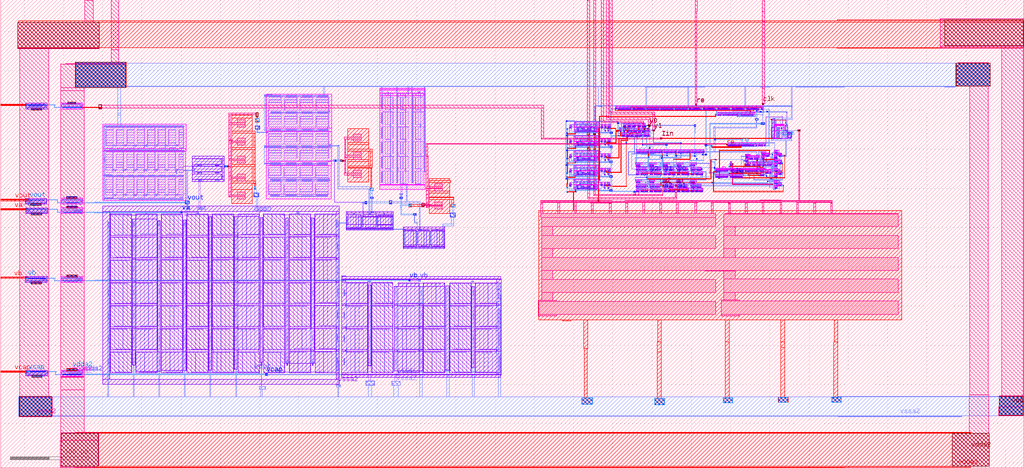
<source format=lef>
VERSION 5.7 ;
  NOWIREEXTENSIONATPIN ON ;
  DIVIDERCHAR "/" ;
  BUSBITCHARS "[]" ;
MACRO LVDT
  CLASS BLOCK ;
  FOREIGN LVDT ;
  ORIGIN 130.110 106.250 ;
  SIZE 1303.200 BY 596.820 ;
  PIN Iin
    DIRECTION INPUT ;
    USE SIGNAL ;
    ANTENNAGATEAREA 50.000000 ;
    ANTENNADIFFAREA 30.449999 ;
    PORT
      LAYER li1 ;
        RECT -96.070 354.130 -95.900 355.750 ;
        RECT -93.490 354.130 -93.320 355.750 ;
        RECT -90.910 354.130 -90.740 355.750 ;
        RECT -88.330 354.130 -88.160 355.750 ;
        RECT -85.750 354.130 -85.580 355.750 ;
        RECT -83.170 354.130 -83.000 355.750 ;
        RECT -80.590 354.130 -80.420 355.750 ;
        RECT -78.010 354.130 -77.840 355.750 ;
        RECT -75.430 354.130 -75.260 355.750 ;
        RECT -72.850 354.130 -72.680 355.750 ;
        RECT -51.130 353.915 -50.960 355.535 ;
        RECT -48.550 353.915 -48.380 355.535 ;
        RECT -45.970 353.915 -45.800 355.535 ;
        RECT -43.390 353.915 -43.220 355.535 ;
        RECT -40.810 353.915 -40.640 355.535 ;
        RECT -38.230 353.915 -38.060 355.535 ;
        RECT -35.650 353.915 -35.480 355.535 ;
        RECT -33.070 353.915 -32.900 355.535 ;
        RECT -30.490 353.915 -30.320 355.535 ;
        RECT -27.910 353.915 -27.740 355.535 ;
        RECT 866.030 320.450 866.200 320.870 ;
        RECT 866.030 318.980 866.200 319.400 ;
        RECT 866.030 317.510 866.200 317.930 ;
        RECT 866.030 316.040 866.200 316.460 ;
        RECT 866.030 314.570 866.200 314.990 ;
        RECT 865.150 313.520 865.740 314.150 ;
      LAYER mcon ;
        RECT -96.070 355.395 -95.900 355.565 ;
        RECT -96.070 355.035 -95.900 355.205 ;
        RECT -96.070 354.675 -95.900 354.845 ;
        RECT -96.070 354.315 -95.900 354.485 ;
        RECT -93.490 355.395 -93.320 355.565 ;
        RECT -93.490 355.035 -93.320 355.205 ;
        RECT -93.490 354.675 -93.320 354.845 ;
        RECT -93.490 354.315 -93.320 354.485 ;
        RECT -90.910 355.395 -90.740 355.565 ;
        RECT -90.910 355.035 -90.740 355.205 ;
        RECT -90.910 354.675 -90.740 354.845 ;
        RECT -90.910 354.315 -90.740 354.485 ;
        RECT -88.330 355.395 -88.160 355.565 ;
        RECT -88.330 355.035 -88.160 355.205 ;
        RECT -88.330 354.675 -88.160 354.845 ;
        RECT -88.330 354.315 -88.160 354.485 ;
        RECT -85.750 355.395 -85.580 355.565 ;
        RECT -85.750 355.035 -85.580 355.205 ;
        RECT -85.750 354.675 -85.580 354.845 ;
        RECT -85.750 354.315 -85.580 354.485 ;
        RECT -83.170 355.395 -83.000 355.565 ;
        RECT -83.170 355.035 -83.000 355.205 ;
        RECT -83.170 354.675 -83.000 354.845 ;
        RECT -83.170 354.315 -83.000 354.485 ;
        RECT -80.590 355.395 -80.420 355.565 ;
        RECT -80.590 355.035 -80.420 355.205 ;
        RECT -80.590 354.675 -80.420 354.845 ;
        RECT -80.590 354.315 -80.420 354.485 ;
        RECT -78.010 355.395 -77.840 355.565 ;
        RECT -78.010 355.035 -77.840 355.205 ;
        RECT -78.010 354.675 -77.840 354.845 ;
        RECT -78.010 354.315 -77.840 354.485 ;
        RECT -75.430 355.395 -75.260 355.565 ;
        RECT -75.430 355.035 -75.260 355.205 ;
        RECT -75.430 354.675 -75.260 354.845 ;
        RECT -75.430 354.315 -75.260 354.485 ;
        RECT -72.850 355.395 -72.680 355.565 ;
        RECT -72.850 355.035 -72.680 355.205 ;
        RECT -72.850 354.675 -72.680 354.845 ;
        RECT -72.850 354.315 -72.680 354.485 ;
        RECT -51.130 355.180 -50.960 355.350 ;
        RECT -51.130 354.820 -50.960 354.990 ;
        RECT -51.130 354.460 -50.960 354.630 ;
        RECT -51.130 354.100 -50.960 354.270 ;
        RECT -48.550 355.180 -48.380 355.350 ;
        RECT -48.550 354.820 -48.380 354.990 ;
        RECT -48.550 354.460 -48.380 354.630 ;
        RECT -48.550 354.100 -48.380 354.270 ;
        RECT -45.970 355.180 -45.800 355.350 ;
        RECT -45.970 354.820 -45.800 354.990 ;
        RECT -45.970 354.460 -45.800 354.630 ;
        RECT -45.970 354.100 -45.800 354.270 ;
        RECT -43.390 355.180 -43.220 355.350 ;
        RECT -43.390 354.820 -43.220 354.990 ;
        RECT -43.390 354.460 -43.220 354.630 ;
        RECT -43.390 354.100 -43.220 354.270 ;
        RECT -40.810 355.180 -40.640 355.350 ;
        RECT -40.810 354.820 -40.640 354.990 ;
        RECT -40.810 354.460 -40.640 354.630 ;
        RECT -40.810 354.100 -40.640 354.270 ;
        RECT -38.230 355.180 -38.060 355.350 ;
        RECT -38.230 354.820 -38.060 354.990 ;
        RECT -38.230 354.460 -38.060 354.630 ;
        RECT -38.230 354.100 -38.060 354.270 ;
        RECT -35.650 355.180 -35.480 355.350 ;
        RECT -35.650 354.820 -35.480 354.990 ;
        RECT -35.650 354.460 -35.480 354.630 ;
        RECT -35.650 354.100 -35.480 354.270 ;
        RECT -33.070 355.180 -32.900 355.350 ;
        RECT -33.070 354.820 -32.900 354.990 ;
        RECT -33.070 354.460 -32.900 354.630 ;
        RECT -33.070 354.100 -32.900 354.270 ;
        RECT -30.490 355.180 -30.320 355.350 ;
        RECT -30.490 354.820 -30.320 354.990 ;
        RECT -30.490 354.460 -30.320 354.630 ;
        RECT -30.490 354.100 -30.320 354.270 ;
        RECT -27.910 355.180 -27.740 355.350 ;
        RECT -27.910 354.820 -27.740 354.990 ;
        RECT -27.910 354.460 -27.740 354.630 ;
        RECT -27.910 354.100 -27.740 354.270 ;
        RECT 866.030 320.575 866.200 320.745 ;
        RECT 866.030 319.105 866.200 319.275 ;
        RECT 866.030 317.635 866.200 317.805 ;
        RECT 866.030 316.165 866.200 316.335 ;
        RECT 866.030 314.695 866.200 314.865 ;
        RECT 865.335 313.725 865.505 313.895 ;
      LAYER met1 ;
        RECT -75.475 356.850 -75.245 359.065 ;
        RECT -96.210 356.200 -72.210 356.850 ;
        RECT -96.105 355.730 -95.895 356.200 ;
        RECT -93.525 355.730 -93.315 356.200 ;
        RECT -90.955 355.730 -90.745 356.200 ;
        RECT -88.395 355.730 -88.185 356.200 ;
        RECT -85.755 355.730 -85.545 356.200 ;
        RECT -96.105 355.395 -95.870 355.730 ;
        RECT -93.525 355.435 -93.290 355.730 ;
        RECT -90.955 355.435 -90.710 355.730 ;
        RECT -96.100 354.150 -95.870 355.395 ;
        RECT -93.520 354.150 -93.290 355.435 ;
        RECT -90.940 354.150 -90.710 355.435 ;
        RECT -88.395 355.415 -88.130 355.730 ;
        RECT -88.360 354.150 -88.130 355.415 ;
        RECT -85.780 355.395 -85.545 355.730 ;
        RECT -83.215 355.730 -83.005 356.200 ;
        RECT -80.575 355.730 -80.365 356.200 ;
        RECT -78.025 355.730 -77.815 356.200 ;
        RECT -75.465 355.730 -75.255 356.200 ;
        RECT -72.845 355.730 -72.635 356.200 ;
        RECT -85.780 354.150 -85.550 355.395 ;
        RECT -83.215 355.365 -82.970 355.730 ;
        RECT -83.200 354.150 -82.970 355.365 ;
        RECT -80.620 355.265 -80.365 355.730 ;
        RECT -80.620 354.150 -80.390 355.265 ;
        RECT -78.040 354.150 -77.810 355.730 ;
        RECT -75.465 355.305 -75.230 355.730 ;
        RECT -75.460 354.150 -75.230 355.305 ;
        RECT -72.880 355.395 -72.635 355.730 ;
        RECT -72.880 354.150 -72.650 355.395 ;
        RECT -51.160 354.190 -50.930 355.515 ;
        RECT -51.165 353.280 -50.925 354.190 ;
        RECT -48.580 354.110 -48.350 355.515 ;
        RECT -46.000 354.130 -45.770 355.515 ;
        RECT -43.420 354.190 -43.190 355.515 ;
        RECT -48.605 353.935 -48.350 354.110 ;
        RECT -48.605 353.280 -48.365 353.935 ;
        RECT -46.005 353.280 -45.765 354.130 ;
        RECT -43.445 353.935 -43.190 354.190 ;
        RECT -40.840 354.150 -40.610 355.515 ;
        RECT -38.260 354.190 -38.030 355.515 ;
        RECT -40.865 353.935 -40.610 354.150 ;
        RECT -43.445 353.280 -43.205 353.935 ;
        RECT -40.865 353.280 -40.625 353.935 ;
        RECT -38.265 353.280 -38.025 354.190 ;
        RECT -35.680 354.170 -35.450 355.515 ;
        RECT -35.685 353.280 -35.445 354.170 ;
        RECT -33.100 354.110 -32.870 355.515 ;
        RECT -30.520 354.150 -30.290 355.515 ;
        RECT -33.105 353.280 -32.865 354.110 ;
        RECT -30.545 353.935 -30.290 354.150 ;
        RECT -27.940 354.130 -27.710 355.515 ;
        RECT -27.940 353.935 -27.655 354.130 ;
        RECT -30.545 353.280 -30.305 353.935 ;
        RECT -27.895 353.280 -27.655 353.935 ;
        RECT -51.270 352.640 -27.450 353.280 ;
        RECT -27.965 350.650 -27.655 352.640 ;
        RECT 866.000 320.630 866.230 320.850 ;
        RECT 866.000 314.930 866.270 320.630 ;
        RECT 863.580 313.850 864.360 314.230 ;
        RECT 865.150 314.030 865.740 314.150 ;
        RECT 865.970 314.030 866.320 314.930 ;
        RECT 865.150 313.920 866.320 314.030 ;
        RECT 865.150 313.850 866.260 313.920 ;
        RECT 863.580 313.790 866.260 313.850 ;
        RECT 863.580 313.620 865.740 313.790 ;
        RECT 863.580 313.380 864.360 313.620 ;
        RECT 865.150 313.520 865.740 313.620 ;
      LAYER via ;
        RECT -96.020 356.235 -72.400 356.815 ;
        RECT -51.170 352.670 -27.550 353.250 ;
        RECT 863.680 313.515 864.260 314.095 ;
      LAYER met2 ;
        RECT -97.420 356.900 -95.420 356.980 ;
        RECT -97.420 356.150 -60.790 356.900 ;
        RECT -97.420 356.140 -95.420 356.150 ;
        RECT -61.660 353.330 -60.900 356.150 ;
        RECT -61.660 352.590 -27.500 353.330 ;
        RECT -61.660 352.580 -46.950 352.590 ;
        RECT 863.630 313.330 864.310 314.280 ;
      LAYER via2 ;
        RECT -97.360 356.220 -95.480 356.900 ;
        RECT -51.100 352.820 -50.820 353.100 ;
        RECT -50.700 352.820 -50.420 353.100 ;
        RECT -50.300 352.820 -50.020 353.100 ;
        RECT -49.900 352.820 -49.620 353.100 ;
        RECT -49.500 352.820 -49.220 353.100 ;
        RECT -49.100 352.820 -48.820 353.100 ;
        RECT -48.700 352.820 -48.420 353.100 ;
        RECT -48.300 352.820 -48.020 353.100 ;
        RECT -47.900 352.820 -47.620 353.100 ;
        RECT -47.500 352.820 -47.220 353.100 ;
        RECT -47.100 352.820 -46.820 353.100 ;
        RECT -46.700 352.820 -46.420 353.100 ;
        RECT -46.300 352.820 -46.020 353.100 ;
        RECT -45.900 352.820 -45.620 353.100 ;
        RECT -45.500 352.820 -45.220 353.100 ;
        RECT -45.100 352.820 -44.820 353.100 ;
        RECT -44.700 352.820 -44.420 353.100 ;
        RECT -44.300 352.820 -44.020 353.100 ;
        RECT -43.900 352.820 -43.620 353.100 ;
        RECT -43.500 352.820 -43.220 353.100 ;
        RECT -43.100 352.820 -42.820 353.100 ;
        RECT -42.700 352.820 -42.420 353.100 ;
        RECT -42.300 352.820 -42.020 353.100 ;
        RECT -41.900 352.820 -41.620 353.100 ;
        RECT -41.500 352.820 -41.220 353.100 ;
        RECT -41.100 352.820 -40.820 353.100 ;
        RECT -40.700 352.820 -40.420 353.100 ;
        RECT -40.300 352.820 -40.020 353.100 ;
        RECT -39.900 352.820 -39.620 353.100 ;
        RECT -39.500 352.820 -39.220 353.100 ;
        RECT -39.100 352.820 -38.820 353.100 ;
        RECT -38.700 352.820 -38.420 353.100 ;
        RECT -38.300 352.820 -38.020 353.100 ;
        RECT -37.900 352.820 -37.620 353.100 ;
        RECT -37.500 352.820 -37.220 353.100 ;
        RECT -37.100 352.820 -36.820 353.100 ;
        RECT -36.700 352.820 -36.420 353.100 ;
        RECT -36.300 352.820 -36.020 353.100 ;
        RECT -35.900 352.820 -35.620 353.100 ;
        RECT -35.500 352.820 -35.220 353.100 ;
        RECT -35.100 352.820 -34.820 353.100 ;
        RECT -34.700 352.820 -34.420 353.100 ;
        RECT -34.300 352.820 -34.020 353.100 ;
        RECT -33.900 352.820 -33.620 353.100 ;
        RECT -33.500 352.820 -33.220 353.100 ;
        RECT -33.100 352.820 -32.820 353.100 ;
        RECT -32.700 352.820 -32.420 353.100 ;
        RECT -32.300 352.820 -32.020 353.100 ;
        RECT -31.900 352.820 -31.620 353.100 ;
        RECT -31.500 352.820 -31.220 353.100 ;
        RECT -31.100 352.820 -30.820 353.100 ;
        RECT -30.700 352.820 -30.420 353.100 ;
        RECT -30.300 352.820 -30.020 353.100 ;
        RECT -29.900 352.820 -29.620 353.100 ;
        RECT -29.500 352.820 -29.220 353.100 ;
        RECT -29.100 352.820 -28.820 353.100 ;
        RECT -28.700 352.820 -28.420 353.100 ;
        RECT -28.300 352.820 -28.020 353.100 ;
        RECT -27.900 352.820 -27.620 353.100 ;
        RECT 863.630 313.465 864.310 314.145 ;
      LAYER met3 ;
        RECT -130.110 356.955 -96.650 357.550 ;
        RECT -130.110 356.165 -95.370 356.955 ;
        RECT -130.110 355.100 -96.650 356.165 ;
        RECT -5.410 353.380 -1.220 356.550 ;
        RECT -28.390 353.305 -1.220 353.380 ;
        RECT -51.270 352.615 -1.220 353.305 ;
        RECT -28.390 352.570 -1.220 352.615 ;
        RECT -5.410 351.280 -1.220 352.570 ;
        RECT 710.390 313.820 712.520 314.360 ;
        RECT 863.580 313.820 864.360 314.255 ;
        RECT 710.390 313.730 748.990 313.820 ;
        RECT 777.350 313.760 795.380 313.810 ;
        RECT 812.240 313.800 830.270 313.810 ;
        RECT 847.380 313.800 864.360 313.820 ;
        RECT 812.240 313.760 864.360 313.800 ;
        RECT 760.020 313.730 864.360 313.760 ;
        RECT 710.390 313.410 864.360 313.730 ;
        RECT 710.390 313.360 847.880 313.410 ;
        RECT 710.390 313.310 778.050 313.360 ;
        RECT 794.480 313.310 812.510 313.360 ;
        RECT 829.850 313.350 847.880 313.360 ;
        RECT 863.580 313.355 864.360 313.410 ;
        RECT 710.390 313.280 766.000 313.310 ;
        RECT 710.390 313.220 748.990 313.280 ;
        RECT 710.390 312.650 712.520 313.220 ;
      LAYER via3 ;
        RECT -5.275 351.355 -1.355 356.475 ;
        RECT 710.495 312.745 712.415 314.265 ;
      LAYER met4 ;
        RECT -5.365 356.130 -1.265 356.555 ;
        RECT 545.930 356.130 561.860 356.230 ;
        RECT -5.365 352.420 561.860 356.130 ;
        RECT -5.365 352.400 545.770 352.420 ;
        RECT -5.365 351.275 -1.265 352.400 ;
        RECT 558.850 351.920 561.860 352.420 ;
        RECT 558.860 314.030 561.860 351.920 ;
        RECT 710.435 314.030 712.475 314.365 ;
        RECT 558.860 312.770 712.475 314.030 ;
        RECT 562.090 312.730 712.475 312.770 ;
        RECT 710.435 312.645 712.475 312.730 ;
    END
  END Iin
  PIN vout
    DIRECTION OUTPUT ;
    USE SIGNAL ;
    ANTENNAGATEAREA 1836.000000 ;
    ANTENNADIFFAREA 485.750000 ;
    PORT
      LAYER li1 ;
        RECT 103.290 271.960 104.120 273.360 ;
        RECT 116.390 271.830 117.070 273.900 ;
        RECT -96.560 232.930 -96.390 234.550 ;
        RECT -93.980 232.930 -93.810 234.550 ;
        RECT -91.400 232.930 -91.230 234.550 ;
        RECT -88.820 232.930 -88.650 234.550 ;
        RECT -86.240 232.930 -86.070 234.550 ;
        RECT -83.660 232.930 -83.490 234.550 ;
        RECT -81.080 232.930 -80.910 234.550 ;
        RECT -78.500 232.930 -78.330 234.550 ;
        RECT -75.920 232.930 -75.750 234.550 ;
        RECT -73.340 232.930 -73.170 234.550 ;
        RECT -51.120 232.535 -50.950 234.155 ;
        RECT -48.540 232.535 -48.370 234.155 ;
        RECT -45.960 232.535 -45.790 234.155 ;
        RECT -43.380 232.535 -43.210 234.155 ;
        RECT -40.800 232.535 -40.630 234.155 ;
        RECT -38.220 232.535 -38.050 234.155 ;
        RECT -35.640 232.535 -35.470 234.155 ;
        RECT -33.060 232.535 -32.890 234.155 ;
        RECT -30.480 232.535 -30.310 234.155 ;
        RECT -27.900 232.535 -27.730 234.155 ;
        RECT 104.710 216.600 106.970 218.170 ;
        RECT 107.270 216.650 107.610 216.700 ;
        RECT 117.790 216.650 118.130 216.730 ;
        RECT 128.410 216.660 128.750 216.810 ;
        RECT 139.880 216.730 140.220 216.780 ;
        RECT 150.400 216.730 150.740 216.810 ;
        RECT 161.020 216.770 161.360 216.890 ;
        RECT 172.430 216.770 172.770 216.810 ;
        RECT 173.060 216.770 174.360 216.860 ;
        RECT 160.850 216.760 175.400 216.770 ;
        RECT 182.950 216.760 183.290 216.840 ;
        RECT 193.570 216.760 193.910 216.920 ;
        RECT 160.850 216.730 193.910 216.760 ;
        RECT 139.880 216.720 193.910 216.730 ;
        RECT 139.880 216.680 193.960 216.720 ;
        RECT 139.190 216.660 193.960 216.680 ;
        RECT 128.300 216.650 193.960 216.660 ;
        RECT 107.270 216.600 193.960 216.650 ;
        RECT 104.710 216.280 193.960 216.600 ;
        RECT 104.710 216.230 160.640 216.280 ;
        RECT 160.850 216.260 193.960 216.280 ;
        RECT 104.710 216.200 141.200 216.230 ;
        RECT 104.710 216.150 128.030 216.200 ;
        RECT 104.710 215.370 106.970 216.150 ;
        RECT 107.270 214.750 107.610 216.150 ;
        RECT 117.790 215.080 118.130 216.150 ;
        RECT 128.300 215.970 141.200 216.200 ;
        RECT 117.790 214.820 118.160 215.080 ;
        RECT 107.270 213.720 107.510 214.750 ;
        RECT 107.270 209.870 107.500 213.720 ;
        RECT 107.270 208.250 107.510 209.870 ;
        RECT 107.270 204.400 107.500 208.250 ;
        RECT 107.270 202.780 107.510 204.400 ;
        RECT 107.270 198.930 107.500 202.780 ;
        RECT 107.270 197.310 107.510 198.930 ;
        RECT 107.270 193.580 107.500 197.310 ;
        RECT 107.130 187.570 107.790 193.580 ;
        RECT 117.870 193.090 118.100 214.820 ;
        RECT 128.370 214.800 128.790 215.970 ;
        RECT 139.880 214.830 140.220 215.970 ;
        RECT 150.400 215.160 150.740 216.230 ;
        RECT 160.850 215.810 175.400 216.260 ;
        RECT 150.400 214.900 150.770 215.160 ;
        RECT 128.470 193.230 128.700 214.800 ;
        RECT 139.880 213.800 140.120 214.830 ;
        RECT 139.880 209.950 140.110 213.800 ;
        RECT 139.880 208.330 140.120 209.950 ;
        RECT 139.880 204.480 140.110 208.330 ;
        RECT 139.880 202.860 140.120 204.480 ;
        RECT 139.880 199.010 140.110 202.860 ;
        RECT 139.880 197.390 140.120 199.010 ;
        RECT 139.880 193.990 140.110 197.390 ;
        RECT 117.920 191.840 118.090 193.090 ;
        RECT 128.500 191.840 128.670 193.230 ;
        RECT 117.790 187.570 118.130 187.650 ;
        RECT 128.410 187.570 128.750 187.730 ;
        RECT 139.850 187.650 140.510 193.990 ;
        RECT 150.480 193.170 150.710 214.900 ;
        RECT 160.980 214.880 161.400 215.810 ;
        RECT 161.080 193.310 161.310 214.880 ;
        RECT 172.430 214.860 172.770 215.810 ;
        RECT 182.950 215.190 183.290 216.260 ;
        RECT 192.310 215.810 193.960 216.260 ;
        RECT 182.950 214.930 183.320 215.190 ;
        RECT 172.430 213.830 172.670 214.860 ;
        RECT 172.430 209.980 172.660 213.830 ;
        RECT 172.430 208.360 172.670 209.980 ;
        RECT 172.430 204.510 172.660 208.360 ;
        RECT 172.430 202.890 172.670 204.510 ;
        RECT 172.430 199.040 172.660 202.890 ;
        RECT 172.430 197.420 172.670 199.040 ;
        RECT 172.430 193.590 172.660 197.420 ;
        RECT 150.530 191.920 150.700 193.170 ;
        RECT 161.110 191.920 161.280 193.310 ;
        RECT 172.220 192.550 172.830 193.590 ;
        RECT 183.030 193.200 183.260 214.930 ;
        RECT 193.530 214.910 193.950 215.810 ;
        RECT 193.630 193.340 193.860 214.910 ;
        RECT 172.220 192.310 172.880 192.550 ;
        RECT 150.400 187.650 150.740 187.730 ;
        RECT 161.020 187.650 161.360 187.810 ;
        RECT 139.850 187.600 161.360 187.650 ;
        RECT 172.250 187.680 172.880 192.310 ;
        RECT 183.080 191.950 183.250 193.200 ;
        RECT 193.660 191.950 193.830 193.340 ;
        RECT 182.950 187.680 183.290 187.760 ;
        RECT 193.570 187.680 193.910 187.840 ;
        RECT 172.250 187.630 193.910 187.680 ;
        RECT 107.130 187.520 128.750 187.570 ;
        RECT 106.580 187.300 128.750 187.520 ;
        RECT 139.190 187.380 161.360 187.600 ;
        RECT 171.740 187.410 193.910 187.630 ;
        RECT 106.580 187.120 128.790 187.300 ;
        RECT 139.190 187.200 161.400 187.380 ;
        RECT 139.190 187.150 160.640 187.200 ;
        RECT 106.580 187.070 128.030 187.120 ;
        RECT 107.130 186.540 107.790 187.070 ;
        RECT 107.270 185.670 107.610 186.540 ;
        RECT 117.790 186.000 118.130 187.070 ;
        RECT 117.790 185.740 118.160 186.000 ;
        RECT 107.270 184.640 107.510 185.670 ;
        RECT 107.270 180.790 107.500 184.640 ;
        RECT 107.270 179.170 107.510 180.790 ;
        RECT 107.270 175.320 107.500 179.170 ;
        RECT 107.270 173.700 107.510 175.320 ;
        RECT 107.270 169.850 107.500 173.700 ;
        RECT 107.270 168.230 107.510 169.850 ;
        RECT 107.270 164.580 107.500 168.230 ;
        RECT 107.200 158.400 107.860 164.580 ;
        RECT 117.870 164.010 118.100 185.740 ;
        RECT 128.370 185.720 128.790 187.120 ;
        RECT 139.850 186.950 140.510 187.150 ;
        RECT 139.880 185.750 140.220 186.950 ;
        RECT 150.400 186.080 150.740 187.150 ;
        RECT 150.400 185.820 150.770 186.080 ;
        RECT 128.470 164.150 128.700 185.720 ;
        RECT 139.880 184.720 140.120 185.750 ;
        RECT 139.880 180.870 140.110 184.720 ;
        RECT 139.880 179.250 140.120 180.870 ;
        RECT 139.880 175.400 140.110 179.250 ;
        RECT 139.880 173.780 140.120 175.400 ;
        RECT 139.880 169.930 140.110 173.780 ;
        RECT 139.880 168.310 140.120 169.930 ;
        RECT 139.880 164.770 140.110 168.310 ;
        RECT 117.920 162.760 118.090 164.010 ;
        RECT 128.500 162.760 128.670 164.150 ;
        RECT 117.790 158.400 118.130 158.480 ;
        RECT 128.410 158.400 128.750 158.560 ;
        RECT 139.740 158.480 140.400 164.770 ;
        RECT 150.480 164.090 150.710 185.820 ;
        RECT 160.980 185.800 161.400 187.200 ;
        RECT 171.740 187.230 193.950 187.410 ;
        RECT 171.740 187.180 193.190 187.230 ;
        RECT 161.080 164.230 161.310 185.800 ;
        RECT 172.250 185.630 172.880 187.180 ;
        RECT 182.950 186.110 183.290 187.180 ;
        RECT 182.950 185.850 183.320 186.110 ;
        RECT 172.430 184.750 172.670 185.630 ;
        RECT 172.430 180.900 172.660 184.750 ;
        RECT 172.430 179.280 172.670 180.900 ;
        RECT 172.430 175.430 172.660 179.280 ;
        RECT 172.430 173.810 172.670 175.430 ;
        RECT 172.430 169.960 172.660 173.810 ;
        RECT 172.430 168.340 172.670 169.960 ;
        RECT 172.430 164.490 172.660 168.340 ;
        RECT 150.530 162.840 150.700 164.090 ;
        RECT 161.110 162.840 161.280 164.230 ;
        RECT 172.430 164.120 172.670 164.490 ;
        RECT 183.030 164.120 183.260 185.850 ;
        RECT 193.530 185.830 193.950 187.230 ;
        RECT 193.630 164.260 193.860 185.830 ;
        RECT 172.500 163.860 172.670 164.120 ;
        RECT 150.400 158.480 150.740 158.560 ;
        RECT 161.020 158.480 161.360 158.640 ;
        RECT 139.740 158.430 161.360 158.480 ;
        RECT 172.250 158.510 172.880 163.860 ;
        RECT 183.080 162.870 183.250 164.120 ;
        RECT 193.660 162.870 193.830 164.260 ;
        RECT 182.950 158.510 183.290 158.590 ;
        RECT 193.570 158.510 193.910 158.670 ;
        RECT 172.250 158.460 193.910 158.510 ;
        RECT 107.200 158.350 128.750 158.400 ;
        RECT 106.580 158.130 128.750 158.350 ;
        RECT 139.190 158.210 161.360 158.430 ;
        RECT 171.740 158.240 193.910 158.460 ;
        RECT 106.580 157.950 128.790 158.130 ;
        RECT 139.190 158.030 161.400 158.210 ;
        RECT 139.190 157.980 160.640 158.030 ;
        RECT 106.580 157.900 128.030 157.950 ;
        RECT 107.200 157.540 107.860 157.900 ;
        RECT 107.270 156.500 107.610 157.540 ;
        RECT 117.790 156.830 118.130 157.900 ;
        RECT 117.790 156.570 118.160 156.830 ;
        RECT 107.270 155.470 107.510 156.500 ;
        RECT 107.270 151.620 107.500 155.470 ;
        RECT 107.270 150.000 107.510 151.620 ;
        RECT 107.270 146.150 107.500 150.000 ;
        RECT 107.270 144.530 107.510 146.150 ;
        RECT 107.270 140.680 107.500 144.530 ;
        RECT 107.270 139.060 107.510 140.680 ;
        RECT 107.270 135.360 107.500 139.060 ;
        RECT 107.050 129.220 107.710 135.360 ;
        RECT 117.870 134.840 118.100 156.570 ;
        RECT 128.370 156.550 128.790 157.950 ;
        RECT 139.740 157.730 140.400 157.980 ;
        RECT 139.880 156.580 140.220 157.730 ;
        RECT 150.400 156.910 150.740 157.980 ;
        RECT 150.400 156.650 150.770 156.910 ;
        RECT 128.470 134.980 128.700 156.550 ;
        RECT 139.880 155.550 140.120 156.580 ;
        RECT 139.880 151.700 140.110 155.550 ;
        RECT 139.880 150.080 140.120 151.700 ;
        RECT 139.880 146.230 140.110 150.080 ;
        RECT 139.880 144.610 140.120 146.230 ;
        RECT 139.880 140.760 140.110 144.610 ;
        RECT 139.880 139.140 140.120 140.760 ;
        RECT 139.880 135.400 140.110 139.140 ;
        RECT 117.920 133.590 118.090 134.840 ;
        RECT 128.500 133.590 128.670 134.980 ;
        RECT 117.790 129.220 118.130 129.300 ;
        RECT 128.410 129.220 128.750 129.380 ;
        RECT 139.820 129.300 140.480 135.400 ;
        RECT 150.480 134.920 150.710 156.650 ;
        RECT 160.980 156.630 161.400 158.030 ;
        RECT 171.740 158.060 193.950 158.240 ;
        RECT 171.740 158.010 193.190 158.060 ;
        RECT 172.250 156.940 172.880 158.010 ;
        RECT 182.950 156.940 183.290 158.010 ;
        RECT 161.080 135.060 161.310 156.630 ;
        RECT 172.430 156.610 172.770 156.940 ;
        RECT 182.950 156.680 183.320 156.940 ;
        RECT 172.430 155.580 172.670 156.610 ;
        RECT 172.430 151.730 172.660 155.580 ;
        RECT 172.430 150.110 172.670 151.730 ;
        RECT 172.430 146.260 172.660 150.110 ;
        RECT 172.430 144.640 172.670 146.260 ;
        RECT 172.430 140.790 172.660 144.640 ;
        RECT 172.430 139.170 172.670 140.790 ;
        RECT 172.430 135.320 172.660 139.170 ;
        RECT 150.530 133.670 150.700 134.920 ;
        RECT 161.110 133.670 161.280 135.060 ;
        RECT 172.430 134.950 172.670 135.320 ;
        RECT 183.030 134.950 183.260 156.680 ;
        RECT 193.530 156.660 193.950 158.060 ;
        RECT 193.630 135.090 193.860 156.660 ;
        RECT 172.500 134.680 172.670 134.950 ;
        RECT 150.400 129.300 150.740 129.380 ;
        RECT 161.020 129.300 161.360 129.460 ;
        RECT 139.820 129.250 161.360 129.300 ;
        RECT 172.250 129.330 172.880 134.680 ;
        RECT 183.080 133.700 183.250 134.950 ;
        RECT 193.660 133.700 193.830 135.090 ;
        RECT 182.950 129.330 183.290 129.410 ;
        RECT 193.570 129.330 193.910 129.490 ;
        RECT 172.250 129.280 193.910 129.330 ;
        RECT 107.050 129.170 128.750 129.220 ;
        RECT 106.580 128.950 128.750 129.170 ;
        RECT 139.190 129.030 161.360 129.250 ;
        RECT 171.740 129.060 193.910 129.280 ;
        RECT 106.580 128.770 128.790 128.950 ;
        RECT 139.190 128.850 161.400 129.030 ;
        RECT 139.190 128.800 160.640 128.850 ;
        RECT 106.580 128.720 128.030 128.770 ;
        RECT 107.050 128.320 107.710 128.720 ;
        RECT 107.270 127.320 107.610 128.320 ;
        RECT 117.790 127.650 118.130 128.720 ;
        RECT 117.790 127.390 118.160 127.650 ;
        RECT 107.270 126.290 107.510 127.320 ;
        RECT 107.270 122.440 107.500 126.290 ;
        RECT 107.270 120.820 107.510 122.440 ;
        RECT 107.270 116.970 107.500 120.820 ;
        RECT 107.270 115.350 107.510 116.970 ;
        RECT 107.270 111.500 107.500 115.350 ;
        RECT 107.270 109.880 107.510 111.500 ;
        RECT 107.270 106.030 107.500 109.880 ;
        RECT 107.270 105.670 107.510 106.030 ;
        RECT 107.050 99.900 107.710 105.670 ;
        RECT 117.870 105.660 118.100 127.390 ;
        RECT 128.370 127.370 128.790 128.770 ;
        RECT 139.820 128.360 140.480 128.800 ;
        RECT 139.880 127.400 140.220 128.360 ;
        RECT 150.400 127.730 150.740 128.800 ;
        RECT 150.400 127.470 150.770 127.730 ;
        RECT 128.470 105.800 128.700 127.370 ;
        RECT 139.880 126.370 140.120 127.400 ;
        RECT 139.880 122.520 140.110 126.370 ;
        RECT 139.880 120.900 140.120 122.520 ;
        RECT 139.880 117.050 140.110 120.900 ;
        RECT 139.880 115.430 140.120 117.050 ;
        RECT 139.880 111.580 140.110 115.430 ;
        RECT 139.880 109.960 140.120 111.580 ;
        RECT 139.880 106.290 140.110 109.960 ;
        RECT 117.920 104.410 118.090 105.660 ;
        RECT 128.500 104.410 128.670 105.800 ;
        RECT 117.790 99.900 118.130 99.980 ;
        RECT 128.410 99.900 128.750 100.060 ;
        RECT 139.630 99.980 140.290 106.290 ;
        RECT 150.480 105.740 150.710 127.470 ;
        RECT 160.980 127.450 161.400 128.850 ;
        RECT 171.740 128.880 193.950 129.060 ;
        RECT 171.740 128.830 193.190 128.880 ;
        RECT 172.250 127.760 172.880 128.830 ;
        RECT 182.950 127.760 183.290 128.830 ;
        RECT 161.080 105.880 161.310 127.450 ;
        RECT 172.430 127.430 172.770 127.760 ;
        RECT 182.950 127.500 183.320 127.760 ;
        RECT 172.430 126.400 172.670 127.430 ;
        RECT 172.430 122.550 172.660 126.400 ;
        RECT 172.430 120.930 172.670 122.550 ;
        RECT 172.430 117.080 172.660 120.930 ;
        RECT 172.430 115.460 172.670 117.080 ;
        RECT 172.430 111.610 172.660 115.460 ;
        RECT 172.430 109.990 172.670 111.610 ;
        RECT 172.430 106.140 172.660 109.990 ;
        RECT 150.530 104.490 150.700 105.740 ;
        RECT 161.110 104.490 161.280 105.880 ;
        RECT 172.430 105.850 172.670 106.140 ;
        RECT 150.400 99.980 150.740 100.060 ;
        RECT 161.020 99.980 161.360 100.140 ;
        RECT 139.630 99.930 161.360 99.980 ;
        RECT 172.330 100.010 172.960 105.850 ;
        RECT 183.030 105.770 183.260 127.500 ;
        RECT 193.530 127.480 193.950 128.880 ;
        RECT 193.630 105.910 193.860 127.480 ;
        RECT 183.080 104.520 183.250 105.770 ;
        RECT 193.660 104.520 193.830 105.910 ;
        RECT 182.950 100.010 183.290 100.090 ;
        RECT 193.570 100.010 193.910 100.170 ;
        RECT 172.330 99.960 193.910 100.010 ;
        RECT 107.050 99.850 128.750 99.900 ;
        RECT 106.580 99.630 128.750 99.850 ;
        RECT 139.190 99.710 161.360 99.930 ;
        RECT 171.740 99.740 193.910 99.960 ;
        RECT 106.580 99.450 128.790 99.630 ;
        RECT 139.190 99.530 161.400 99.710 ;
        RECT 139.190 99.480 160.640 99.530 ;
        RECT 106.580 99.400 128.030 99.450 ;
        RECT 107.050 98.460 107.710 99.400 ;
        RECT 107.270 98.000 107.610 98.460 ;
        RECT 117.790 98.330 118.130 99.400 ;
        RECT 117.790 98.070 118.160 98.330 ;
        RECT 107.270 96.970 107.510 98.000 ;
        RECT 107.270 93.120 107.500 96.970 ;
        RECT 107.270 91.500 107.510 93.120 ;
        RECT 107.270 87.650 107.500 91.500 ;
        RECT 107.270 86.030 107.510 87.650 ;
        RECT 107.270 82.180 107.500 86.030 ;
        RECT 107.270 80.560 107.510 82.180 ;
        RECT 107.270 76.710 107.500 80.560 ;
        RECT 107.270 76.650 107.510 76.710 ;
        RECT 107.200 70.620 107.860 76.650 ;
        RECT 117.870 76.340 118.100 98.070 ;
        RECT 128.370 98.050 128.790 99.450 ;
        RECT 139.630 99.250 140.290 99.480 ;
        RECT 139.880 98.080 140.220 99.250 ;
        RECT 150.400 98.410 150.740 99.480 ;
        RECT 150.400 98.150 150.770 98.410 ;
        RECT 128.470 76.480 128.700 98.050 ;
        RECT 139.880 97.050 140.120 98.080 ;
        RECT 139.880 93.200 140.110 97.050 ;
        RECT 139.880 91.580 140.120 93.200 ;
        RECT 139.880 87.730 140.110 91.580 ;
        RECT 139.880 86.110 140.120 87.730 ;
        RECT 139.880 82.260 140.110 86.110 ;
        RECT 139.880 80.640 140.120 82.260 ;
        RECT 139.880 76.880 140.110 80.640 ;
        RECT 117.920 75.090 118.090 76.340 ;
        RECT 128.500 75.090 128.670 76.480 ;
        RECT 117.840 70.620 118.180 70.700 ;
        RECT 128.460 70.620 128.800 70.780 ;
        RECT 139.850 70.700 140.510 76.880 ;
        RECT 150.480 76.420 150.710 98.150 ;
        RECT 160.980 98.130 161.400 99.530 ;
        RECT 171.740 99.560 193.950 99.740 ;
        RECT 171.740 99.510 193.190 99.560 ;
        RECT 172.330 98.930 172.960 99.510 ;
        RECT 161.080 76.560 161.310 98.130 ;
        RECT 172.430 98.110 172.770 98.930 ;
        RECT 182.950 98.440 183.290 99.510 ;
        RECT 182.950 98.180 183.320 98.440 ;
        RECT 172.430 97.080 172.670 98.110 ;
        RECT 172.430 93.230 172.660 97.080 ;
        RECT 172.430 91.610 172.670 93.230 ;
        RECT 172.430 87.760 172.660 91.610 ;
        RECT 172.430 86.140 172.670 87.760 ;
        RECT 172.430 82.290 172.660 86.140 ;
        RECT 172.430 80.670 172.670 82.290 ;
        RECT 172.430 76.820 172.660 80.670 ;
        RECT 150.530 75.170 150.700 76.420 ;
        RECT 161.110 75.170 161.280 76.560 ;
        RECT 172.430 76.450 172.670 76.820 ;
        RECT 183.030 76.450 183.260 98.180 ;
        RECT 193.530 98.160 193.950 99.560 ;
        RECT 193.630 76.590 193.860 98.160 ;
        RECT 172.500 76.240 172.670 76.450 ;
        RECT 150.450 70.700 150.790 70.780 ;
        RECT 161.070 70.700 161.410 70.860 ;
        RECT 139.850 70.650 161.410 70.700 ;
        RECT 172.250 70.730 172.880 76.240 ;
        RECT 183.080 75.200 183.250 76.450 ;
        RECT 193.660 75.200 193.830 76.590 ;
        RECT 183.000 70.730 183.340 70.810 ;
        RECT 193.620 70.730 193.960 70.890 ;
        RECT 172.250 70.680 193.960 70.730 ;
        RECT 107.200 70.570 128.800 70.620 ;
        RECT 106.630 70.350 128.800 70.570 ;
        RECT 139.240 70.430 161.410 70.650 ;
        RECT 171.790 70.460 193.960 70.680 ;
        RECT 106.630 70.170 128.840 70.350 ;
        RECT 139.240 70.250 161.450 70.430 ;
        RECT 139.240 70.200 160.690 70.250 ;
        RECT 106.630 70.120 128.080 70.170 ;
        RECT 107.200 69.610 107.860 70.120 ;
        RECT 107.320 68.720 107.660 69.610 ;
        RECT 117.840 69.050 118.180 70.120 ;
        RECT 117.840 68.790 118.210 69.050 ;
        RECT 107.320 67.690 107.560 68.720 ;
        RECT 107.320 63.840 107.550 67.690 ;
        RECT 107.320 62.220 107.560 63.840 ;
        RECT 107.320 58.370 107.550 62.220 ;
        RECT 107.320 56.750 107.560 58.370 ;
        RECT 107.320 52.900 107.550 56.750 ;
        RECT 107.320 51.280 107.560 52.900 ;
        RECT 107.320 47.430 107.550 51.280 ;
        RECT 107.320 47.080 107.560 47.430 ;
        RECT 107.270 46.910 107.620 47.080 ;
        RECT 117.920 47.060 118.150 68.790 ;
        RECT 128.420 68.770 128.840 70.170 ;
        RECT 139.850 69.840 140.510 70.200 ;
        RECT 139.930 68.800 140.270 69.840 ;
        RECT 150.450 69.130 150.790 70.200 ;
        RECT 150.450 68.870 150.820 69.130 ;
        RECT 128.520 47.200 128.750 68.770 ;
        RECT 139.930 67.770 140.170 68.800 ;
        RECT 139.930 63.920 140.160 67.770 ;
        RECT 139.930 62.300 140.170 63.920 ;
        RECT 139.930 58.450 140.160 62.300 ;
        RECT 139.930 56.830 140.170 58.450 ;
        RECT 139.930 52.980 140.160 56.830 ;
        RECT 139.930 51.360 140.170 52.980 ;
        RECT 139.930 47.510 140.160 51.360 ;
        RECT 139.930 47.500 140.170 47.510 ;
        RECT 107.270 41.080 107.930 46.910 ;
        RECT 117.970 45.810 118.140 47.060 ;
        RECT 128.550 45.810 128.720 47.200 ;
        RECT 139.870 46.950 140.340 47.500 ;
        RECT 150.530 47.140 150.760 68.870 ;
        RECT 161.030 68.850 161.450 70.250 ;
        RECT 171.790 70.280 194.000 70.460 ;
        RECT 171.790 70.230 193.240 70.280 ;
        RECT 172.250 69.320 172.880 70.230 ;
        RECT 161.130 47.280 161.360 68.850 ;
        RECT 172.480 68.830 172.820 69.320 ;
        RECT 183.000 69.160 183.340 70.230 ;
        RECT 183.000 68.900 183.370 69.160 ;
        RECT 172.480 67.800 172.720 68.830 ;
        RECT 172.480 63.950 172.710 67.800 ;
        RECT 172.480 62.330 172.720 63.950 ;
        RECT 172.480 58.480 172.710 62.330 ;
        RECT 172.480 56.860 172.720 58.480 ;
        RECT 172.480 53.010 172.710 56.860 ;
        RECT 172.480 51.390 172.720 53.010 ;
        RECT 172.480 47.540 172.710 51.390 ;
        RECT 117.930 41.080 118.270 41.160 ;
        RECT 128.550 41.080 128.890 41.240 ;
        RECT 139.820 41.160 140.480 46.950 ;
        RECT 150.580 45.890 150.750 47.140 ;
        RECT 161.160 45.890 161.330 47.280 ;
        RECT 172.480 47.170 172.720 47.540 ;
        RECT 183.080 47.170 183.310 68.900 ;
        RECT 193.580 68.880 194.000 70.280 ;
        RECT 193.680 47.310 193.910 68.880 ;
        RECT 172.550 46.710 172.720 47.170 ;
        RECT 150.540 41.160 150.880 41.240 ;
        RECT 161.160 41.160 161.500 41.320 ;
        RECT 139.820 41.110 161.500 41.160 ;
        RECT 172.330 41.190 172.960 46.710 ;
        RECT 183.130 45.920 183.300 47.170 ;
        RECT 193.710 45.920 193.880 47.310 ;
        RECT 183.090 41.190 183.430 41.270 ;
        RECT 193.710 41.190 194.050 41.350 ;
        RECT 172.330 41.140 194.050 41.190 ;
        RECT 107.270 41.030 128.890 41.080 ;
        RECT 106.720 40.810 128.890 41.030 ;
        RECT 139.330 40.890 161.500 41.110 ;
        RECT 171.880 40.920 194.050 41.140 ;
        RECT 106.720 40.630 128.930 40.810 ;
        RECT 139.330 40.710 161.540 40.890 ;
        RECT 139.330 40.660 160.780 40.710 ;
        RECT 106.720 40.580 128.170 40.630 ;
        RECT 107.270 39.870 107.930 40.580 ;
        RECT 107.410 39.180 107.750 39.870 ;
        RECT 117.930 39.510 118.270 40.580 ;
        RECT 117.930 39.250 118.300 39.510 ;
        RECT 107.410 38.150 107.650 39.180 ;
        RECT 107.410 34.300 107.640 38.150 ;
        RECT 107.410 32.680 107.650 34.300 ;
        RECT 107.410 28.830 107.640 32.680 ;
        RECT 107.410 27.210 107.650 28.830 ;
        RECT 107.410 23.360 107.640 27.210 ;
        RECT 107.410 21.740 107.650 23.360 ;
        RECT 107.410 17.890 107.640 21.740 ;
        RECT 107.410 17.520 107.650 17.890 ;
        RECT 118.010 17.520 118.240 39.250 ;
        RECT 128.510 39.230 128.930 40.630 ;
        RECT 139.820 39.910 140.480 40.660 ;
        RECT 140.020 39.260 140.360 39.910 ;
        RECT 150.540 39.590 150.880 40.660 ;
        RECT 150.540 39.330 150.910 39.590 ;
        RECT 128.610 17.660 128.840 39.230 ;
        RECT 140.020 38.230 140.260 39.260 ;
        RECT 140.020 34.380 140.250 38.230 ;
        RECT 140.020 32.760 140.260 34.380 ;
        RECT 140.020 28.910 140.250 32.760 ;
        RECT 140.020 27.290 140.260 28.910 ;
        RECT 140.020 23.440 140.250 27.290 ;
        RECT 140.020 21.820 140.260 23.440 ;
        RECT 140.020 17.970 140.250 21.820 ;
        RECT 107.480 16.270 107.650 17.520 ;
        RECT 118.060 16.270 118.230 17.520 ;
        RECT 128.640 16.270 128.810 17.660 ;
        RECT 140.020 17.600 140.260 17.970 ;
        RECT 150.620 17.600 150.850 39.330 ;
        RECT 161.120 39.310 161.540 40.710 ;
        RECT 171.880 40.740 194.090 40.920 ;
        RECT 171.880 40.690 193.330 40.740 ;
        RECT 172.330 39.790 172.960 40.690 ;
        RECT 161.220 17.740 161.450 39.310 ;
        RECT 172.570 39.290 172.910 39.790 ;
        RECT 183.090 39.620 183.430 40.690 ;
        RECT 183.090 39.360 183.460 39.620 ;
        RECT 172.570 38.260 172.810 39.290 ;
        RECT 172.570 34.410 172.800 38.260 ;
        RECT 172.570 32.790 172.810 34.410 ;
        RECT 172.570 28.940 172.800 32.790 ;
        RECT 172.570 27.320 172.810 28.940 ;
        RECT 172.570 23.470 172.800 27.320 ;
        RECT 172.570 21.850 172.810 23.470 ;
        RECT 172.570 18.000 172.800 21.850 ;
        RECT 140.090 16.350 140.260 17.600 ;
        RECT 150.670 16.350 150.840 17.600 ;
        RECT 161.250 16.350 161.420 17.740 ;
        RECT 172.570 17.630 172.810 18.000 ;
        RECT 183.170 17.630 183.400 39.360 ;
        RECT 193.670 39.340 194.090 40.740 ;
        RECT 193.770 17.770 194.000 39.340 ;
        RECT 172.640 16.380 172.810 17.630 ;
        RECT 183.220 16.380 183.390 17.630 ;
        RECT 193.800 16.380 193.970 17.770 ;
      LAYER mcon ;
        RECT 116.640 273.385 116.810 273.555 ;
        RECT 103.565 272.795 103.735 272.965 ;
        RECT 103.565 272.435 103.735 272.605 ;
        RECT 116.640 273.025 116.810 273.195 ;
        RECT 116.640 272.665 116.810 272.835 ;
        RECT 116.640 272.305 116.810 272.475 ;
        RECT -96.560 234.195 -96.390 234.365 ;
        RECT -96.560 233.835 -96.390 234.005 ;
        RECT -96.560 233.475 -96.390 233.645 ;
        RECT -96.560 233.115 -96.390 233.285 ;
        RECT -93.980 234.195 -93.810 234.365 ;
        RECT -93.980 233.835 -93.810 234.005 ;
        RECT -93.980 233.475 -93.810 233.645 ;
        RECT -93.980 233.115 -93.810 233.285 ;
        RECT -91.400 234.195 -91.230 234.365 ;
        RECT -91.400 233.835 -91.230 234.005 ;
        RECT -91.400 233.475 -91.230 233.645 ;
        RECT -91.400 233.115 -91.230 233.285 ;
        RECT -88.820 234.195 -88.650 234.365 ;
        RECT -88.820 233.835 -88.650 234.005 ;
        RECT -88.820 233.475 -88.650 233.645 ;
        RECT -88.820 233.115 -88.650 233.285 ;
        RECT -86.240 234.195 -86.070 234.365 ;
        RECT -86.240 233.835 -86.070 234.005 ;
        RECT -86.240 233.475 -86.070 233.645 ;
        RECT -86.240 233.115 -86.070 233.285 ;
        RECT -83.660 234.195 -83.490 234.365 ;
        RECT -83.660 233.835 -83.490 234.005 ;
        RECT -83.660 233.475 -83.490 233.645 ;
        RECT -83.660 233.115 -83.490 233.285 ;
        RECT -81.080 234.195 -80.910 234.365 ;
        RECT -81.080 233.835 -80.910 234.005 ;
        RECT -81.080 233.475 -80.910 233.645 ;
        RECT -81.080 233.115 -80.910 233.285 ;
        RECT -78.500 234.195 -78.330 234.365 ;
        RECT -78.500 233.835 -78.330 234.005 ;
        RECT -78.500 233.475 -78.330 233.645 ;
        RECT -78.500 233.115 -78.330 233.285 ;
        RECT -75.920 234.195 -75.750 234.365 ;
        RECT -75.920 233.835 -75.750 234.005 ;
        RECT -75.920 233.475 -75.750 233.645 ;
        RECT -75.920 233.115 -75.750 233.285 ;
        RECT -73.340 234.195 -73.170 234.365 ;
        RECT -73.340 233.835 -73.170 234.005 ;
        RECT -73.340 233.475 -73.170 233.645 ;
        RECT -73.340 233.115 -73.170 233.285 ;
        RECT -51.120 233.800 -50.950 233.970 ;
        RECT -51.120 233.440 -50.950 233.610 ;
        RECT -51.120 233.080 -50.950 233.250 ;
        RECT -51.120 232.720 -50.950 232.890 ;
        RECT -48.540 233.800 -48.370 233.970 ;
        RECT -48.540 233.440 -48.370 233.610 ;
        RECT -48.540 233.080 -48.370 233.250 ;
        RECT -48.540 232.720 -48.370 232.890 ;
        RECT -45.960 233.800 -45.790 233.970 ;
        RECT -45.960 233.440 -45.790 233.610 ;
        RECT -45.960 233.080 -45.790 233.250 ;
        RECT -45.960 232.720 -45.790 232.890 ;
        RECT -43.380 233.800 -43.210 233.970 ;
        RECT -43.380 233.440 -43.210 233.610 ;
        RECT -43.380 233.080 -43.210 233.250 ;
        RECT -43.380 232.720 -43.210 232.890 ;
        RECT -40.800 233.800 -40.630 233.970 ;
        RECT -40.800 233.440 -40.630 233.610 ;
        RECT -40.800 233.080 -40.630 233.250 ;
        RECT -40.800 232.720 -40.630 232.890 ;
        RECT -38.220 233.800 -38.050 233.970 ;
        RECT -38.220 233.440 -38.050 233.610 ;
        RECT -38.220 233.080 -38.050 233.250 ;
        RECT -38.220 232.720 -38.050 232.890 ;
        RECT -35.640 233.800 -35.470 233.970 ;
        RECT -35.640 233.440 -35.470 233.610 ;
        RECT -35.640 233.080 -35.470 233.250 ;
        RECT -35.640 232.720 -35.470 232.890 ;
        RECT -33.060 233.800 -32.890 233.970 ;
        RECT -33.060 233.440 -32.890 233.610 ;
        RECT -33.060 233.080 -32.890 233.250 ;
        RECT -33.060 232.720 -32.890 232.890 ;
        RECT -30.480 233.800 -30.310 233.970 ;
        RECT -30.480 233.440 -30.310 233.610 ;
        RECT -30.480 233.080 -30.310 233.250 ;
        RECT -30.480 232.720 -30.310 232.890 ;
        RECT -27.900 233.800 -27.730 233.970 ;
        RECT -27.900 233.440 -27.730 233.610 ;
        RECT -27.900 233.080 -27.730 233.250 ;
        RECT -27.900 232.720 -27.730 232.890 ;
        RECT 107.340 214.985 107.510 215.155 ;
        RECT 117.920 214.985 118.090 215.155 ;
        RECT 128.500 214.985 128.670 215.155 ;
        RECT 107.340 214.625 107.510 214.795 ;
        RECT 139.950 215.065 140.120 215.235 ;
        RECT 150.530 215.065 150.700 215.235 ;
        RECT 161.110 215.065 161.280 215.235 ;
        RECT 107.340 214.265 107.510 214.435 ;
        RECT 107.340 213.905 107.510 214.075 ;
        RECT 117.920 214.625 118.090 214.795 ;
        RECT 117.920 214.265 118.090 214.435 ;
        RECT 117.920 213.905 118.090 214.075 ;
        RECT 107.340 209.515 107.510 209.685 ;
        RECT 107.340 209.155 107.510 209.325 ;
        RECT 107.340 208.795 107.510 208.965 ;
        RECT 107.340 208.435 107.510 208.605 ;
        RECT 117.920 209.515 118.090 209.685 ;
        RECT 117.920 209.155 118.090 209.325 ;
        RECT 117.920 208.795 118.090 208.965 ;
        RECT 117.920 208.435 118.090 208.605 ;
        RECT 107.340 204.045 107.510 204.215 ;
        RECT 107.340 203.685 107.510 203.855 ;
        RECT 107.340 203.325 107.510 203.495 ;
        RECT 107.340 202.965 107.510 203.135 ;
        RECT 117.920 204.045 118.090 204.215 ;
        RECT 117.920 203.685 118.090 203.855 ;
        RECT 117.920 203.325 118.090 203.495 ;
        RECT 117.920 202.965 118.090 203.135 ;
        RECT 107.340 198.575 107.510 198.745 ;
        RECT 107.340 198.215 107.510 198.385 ;
        RECT 107.340 197.855 107.510 198.025 ;
        RECT 107.340 197.495 107.510 197.665 ;
        RECT 117.920 198.575 118.090 198.745 ;
        RECT 117.920 198.215 118.090 198.385 ;
        RECT 117.920 197.855 118.090 198.025 ;
        RECT 117.920 197.495 118.090 197.665 ;
        RECT 107.340 193.105 107.510 193.275 ;
        RECT 117.920 193.105 118.090 193.275 ;
        RECT 128.500 214.625 128.670 214.795 ;
        RECT 128.500 214.265 128.670 214.435 ;
        RECT 128.500 213.905 128.670 214.075 ;
        RECT 128.500 209.515 128.670 209.685 ;
        RECT 128.500 209.155 128.670 209.325 ;
        RECT 128.500 208.795 128.670 208.965 ;
        RECT 128.500 208.435 128.670 208.605 ;
        RECT 128.500 204.045 128.670 204.215 ;
        RECT 128.500 203.685 128.670 203.855 ;
        RECT 128.500 203.325 128.670 203.495 ;
        RECT 128.500 202.965 128.670 203.135 ;
        RECT 128.500 198.575 128.670 198.745 ;
        RECT 128.500 198.215 128.670 198.385 ;
        RECT 128.500 197.855 128.670 198.025 ;
        RECT 128.500 197.495 128.670 197.665 ;
        RECT 139.950 214.705 140.120 214.875 ;
        RECT 172.500 215.095 172.670 215.265 ;
        RECT 183.080 215.095 183.250 215.265 ;
        RECT 193.660 215.095 193.830 215.265 ;
        RECT 139.950 214.345 140.120 214.515 ;
        RECT 139.950 213.985 140.120 214.155 ;
        RECT 150.530 214.705 150.700 214.875 ;
        RECT 150.530 214.345 150.700 214.515 ;
        RECT 150.530 213.985 150.700 214.155 ;
        RECT 139.950 209.595 140.120 209.765 ;
        RECT 139.950 209.235 140.120 209.405 ;
        RECT 139.950 208.875 140.120 209.045 ;
        RECT 139.950 208.515 140.120 208.685 ;
        RECT 150.530 209.595 150.700 209.765 ;
        RECT 150.530 209.235 150.700 209.405 ;
        RECT 150.530 208.875 150.700 209.045 ;
        RECT 150.530 208.515 150.700 208.685 ;
        RECT 139.950 204.125 140.120 204.295 ;
        RECT 139.950 203.765 140.120 203.935 ;
        RECT 139.950 203.405 140.120 203.575 ;
        RECT 139.950 203.045 140.120 203.215 ;
        RECT 150.530 204.125 150.700 204.295 ;
        RECT 150.530 203.765 150.700 203.935 ;
        RECT 150.530 203.405 150.700 203.575 ;
        RECT 150.530 203.045 150.700 203.215 ;
        RECT 139.950 198.655 140.120 198.825 ;
        RECT 139.950 198.295 140.120 198.465 ;
        RECT 139.950 197.935 140.120 198.105 ;
        RECT 139.950 197.575 140.120 197.745 ;
        RECT 150.530 198.655 150.700 198.825 ;
        RECT 150.530 198.295 150.700 198.465 ;
        RECT 150.530 197.935 150.700 198.105 ;
        RECT 150.530 197.575 150.700 197.745 ;
        RECT 128.500 193.105 128.670 193.275 ;
        RECT 107.340 192.745 107.510 192.915 ;
        RECT 107.340 192.385 107.510 192.555 ;
        RECT 107.340 192.025 107.510 192.195 ;
        RECT 117.920 192.745 118.090 192.915 ;
        RECT 117.920 192.385 118.090 192.555 ;
        RECT 117.920 192.025 118.090 192.195 ;
        RECT 128.500 192.745 128.670 192.915 ;
        RECT 128.500 192.385 128.670 192.555 ;
        RECT 128.500 192.025 128.670 192.195 ;
        RECT 139.950 193.185 140.120 193.355 ;
        RECT 150.530 193.185 150.700 193.355 ;
        RECT 161.110 214.705 161.280 214.875 ;
        RECT 161.110 214.345 161.280 214.515 ;
        RECT 161.110 213.985 161.280 214.155 ;
        RECT 161.110 209.595 161.280 209.765 ;
        RECT 161.110 209.235 161.280 209.405 ;
        RECT 161.110 208.875 161.280 209.045 ;
        RECT 161.110 208.515 161.280 208.685 ;
        RECT 161.110 204.125 161.280 204.295 ;
        RECT 161.110 203.765 161.280 203.935 ;
        RECT 161.110 203.405 161.280 203.575 ;
        RECT 161.110 203.045 161.280 203.215 ;
        RECT 161.110 198.655 161.280 198.825 ;
        RECT 161.110 198.295 161.280 198.465 ;
        RECT 161.110 197.935 161.280 198.105 ;
        RECT 161.110 197.575 161.280 197.745 ;
        RECT 172.500 214.735 172.670 214.905 ;
        RECT 172.500 214.375 172.670 214.545 ;
        RECT 172.500 214.015 172.670 214.185 ;
        RECT 183.080 214.735 183.250 214.905 ;
        RECT 183.080 214.375 183.250 214.545 ;
        RECT 183.080 214.015 183.250 214.185 ;
        RECT 172.500 209.625 172.670 209.795 ;
        RECT 172.500 209.265 172.670 209.435 ;
        RECT 172.500 208.905 172.670 209.075 ;
        RECT 172.500 208.545 172.670 208.715 ;
        RECT 183.080 209.625 183.250 209.795 ;
        RECT 183.080 209.265 183.250 209.435 ;
        RECT 183.080 208.905 183.250 209.075 ;
        RECT 183.080 208.545 183.250 208.715 ;
        RECT 172.500 204.155 172.670 204.325 ;
        RECT 172.500 203.795 172.670 203.965 ;
        RECT 172.500 203.435 172.670 203.605 ;
        RECT 172.500 203.075 172.670 203.245 ;
        RECT 183.080 204.155 183.250 204.325 ;
        RECT 183.080 203.795 183.250 203.965 ;
        RECT 183.080 203.435 183.250 203.605 ;
        RECT 183.080 203.075 183.250 203.245 ;
        RECT 172.500 198.685 172.670 198.855 ;
        RECT 172.500 198.325 172.670 198.495 ;
        RECT 172.500 197.965 172.670 198.135 ;
        RECT 172.500 197.605 172.670 197.775 ;
        RECT 183.080 198.685 183.250 198.855 ;
        RECT 183.080 198.325 183.250 198.495 ;
        RECT 183.080 197.965 183.250 198.135 ;
        RECT 183.080 197.605 183.250 197.775 ;
        RECT 161.110 193.185 161.280 193.355 ;
        RECT 139.950 192.825 140.120 192.995 ;
        RECT 139.950 192.465 140.120 192.635 ;
        RECT 139.950 192.105 140.120 192.275 ;
        RECT 150.530 192.825 150.700 192.995 ;
        RECT 150.530 192.465 150.700 192.635 ;
        RECT 150.530 192.105 150.700 192.275 ;
        RECT 161.110 192.825 161.280 192.995 ;
        RECT 161.110 192.465 161.280 192.635 ;
        RECT 172.500 193.215 172.670 193.385 ;
        RECT 183.080 193.215 183.250 193.385 ;
        RECT 193.660 214.735 193.830 214.905 ;
        RECT 193.660 214.375 193.830 214.545 ;
        RECT 193.660 214.015 193.830 214.185 ;
        RECT 193.660 209.625 193.830 209.795 ;
        RECT 193.660 209.265 193.830 209.435 ;
        RECT 193.660 208.905 193.830 209.075 ;
        RECT 193.660 208.545 193.830 208.715 ;
        RECT 193.660 204.155 193.830 204.325 ;
        RECT 193.660 203.795 193.830 203.965 ;
        RECT 193.660 203.435 193.830 203.605 ;
        RECT 193.660 203.075 193.830 203.245 ;
        RECT 193.660 198.685 193.830 198.855 ;
        RECT 193.660 198.325 193.830 198.495 ;
        RECT 193.660 197.965 193.830 198.135 ;
        RECT 193.660 197.605 193.830 197.775 ;
        RECT 193.660 193.215 193.830 193.385 ;
        RECT 172.500 192.855 172.670 193.025 ;
        RECT 172.500 192.495 172.670 192.665 ;
        RECT 183.080 192.855 183.250 193.025 ;
        RECT 161.110 192.105 161.280 192.275 ;
        RECT 172.500 192.135 172.670 192.305 ;
        RECT 183.080 192.495 183.250 192.665 ;
        RECT 183.080 192.135 183.250 192.305 ;
        RECT 193.660 192.855 193.830 193.025 ;
        RECT 193.660 192.495 193.830 192.665 ;
        RECT 193.660 192.135 193.830 192.305 ;
        RECT 107.340 185.905 107.510 186.075 ;
        RECT 117.920 185.905 118.090 186.075 ;
        RECT 128.500 185.905 128.670 186.075 ;
        RECT 107.340 185.545 107.510 185.715 ;
        RECT 139.950 185.985 140.120 186.155 ;
        RECT 150.530 185.985 150.700 186.155 ;
        RECT 161.110 185.985 161.280 186.155 ;
        RECT 107.340 185.185 107.510 185.355 ;
        RECT 107.340 184.825 107.510 184.995 ;
        RECT 117.920 185.545 118.090 185.715 ;
        RECT 117.920 185.185 118.090 185.355 ;
        RECT 117.920 184.825 118.090 184.995 ;
        RECT 107.340 180.435 107.510 180.605 ;
        RECT 107.340 180.075 107.510 180.245 ;
        RECT 107.340 179.715 107.510 179.885 ;
        RECT 107.340 179.355 107.510 179.525 ;
        RECT 117.920 180.435 118.090 180.605 ;
        RECT 117.920 180.075 118.090 180.245 ;
        RECT 117.920 179.715 118.090 179.885 ;
        RECT 117.920 179.355 118.090 179.525 ;
        RECT 107.340 174.965 107.510 175.135 ;
        RECT 107.340 174.605 107.510 174.775 ;
        RECT 107.340 174.245 107.510 174.415 ;
        RECT 107.340 173.885 107.510 174.055 ;
        RECT 117.920 174.965 118.090 175.135 ;
        RECT 117.920 174.605 118.090 174.775 ;
        RECT 117.920 174.245 118.090 174.415 ;
        RECT 117.920 173.885 118.090 174.055 ;
        RECT 107.340 169.495 107.510 169.665 ;
        RECT 107.340 169.135 107.510 169.305 ;
        RECT 107.340 168.775 107.510 168.945 ;
        RECT 107.340 168.415 107.510 168.585 ;
        RECT 117.920 169.495 118.090 169.665 ;
        RECT 117.920 169.135 118.090 169.305 ;
        RECT 117.920 168.775 118.090 168.945 ;
        RECT 117.920 168.415 118.090 168.585 ;
        RECT 107.340 164.025 107.510 164.195 ;
        RECT 117.920 164.025 118.090 164.195 ;
        RECT 128.500 185.545 128.670 185.715 ;
        RECT 128.500 185.185 128.670 185.355 ;
        RECT 128.500 184.825 128.670 184.995 ;
        RECT 128.500 180.435 128.670 180.605 ;
        RECT 128.500 180.075 128.670 180.245 ;
        RECT 128.500 179.715 128.670 179.885 ;
        RECT 128.500 179.355 128.670 179.525 ;
        RECT 128.500 174.965 128.670 175.135 ;
        RECT 128.500 174.605 128.670 174.775 ;
        RECT 128.500 174.245 128.670 174.415 ;
        RECT 128.500 173.885 128.670 174.055 ;
        RECT 128.500 169.495 128.670 169.665 ;
        RECT 128.500 169.135 128.670 169.305 ;
        RECT 128.500 168.775 128.670 168.945 ;
        RECT 128.500 168.415 128.670 168.585 ;
        RECT 139.950 185.625 140.120 185.795 ;
        RECT 172.500 186.015 172.670 186.185 ;
        RECT 183.080 186.015 183.250 186.185 ;
        RECT 193.660 186.015 193.830 186.185 ;
        RECT 139.950 185.265 140.120 185.435 ;
        RECT 139.950 184.905 140.120 185.075 ;
        RECT 150.530 185.625 150.700 185.795 ;
        RECT 150.530 185.265 150.700 185.435 ;
        RECT 150.530 184.905 150.700 185.075 ;
        RECT 139.950 180.515 140.120 180.685 ;
        RECT 139.950 180.155 140.120 180.325 ;
        RECT 139.950 179.795 140.120 179.965 ;
        RECT 139.950 179.435 140.120 179.605 ;
        RECT 150.530 180.515 150.700 180.685 ;
        RECT 150.530 180.155 150.700 180.325 ;
        RECT 150.530 179.795 150.700 179.965 ;
        RECT 150.530 179.435 150.700 179.605 ;
        RECT 139.950 175.045 140.120 175.215 ;
        RECT 139.950 174.685 140.120 174.855 ;
        RECT 139.950 174.325 140.120 174.495 ;
        RECT 139.950 173.965 140.120 174.135 ;
        RECT 150.530 175.045 150.700 175.215 ;
        RECT 150.530 174.685 150.700 174.855 ;
        RECT 150.530 174.325 150.700 174.495 ;
        RECT 150.530 173.965 150.700 174.135 ;
        RECT 139.950 169.575 140.120 169.745 ;
        RECT 139.950 169.215 140.120 169.385 ;
        RECT 139.950 168.855 140.120 169.025 ;
        RECT 139.950 168.495 140.120 168.665 ;
        RECT 150.530 169.575 150.700 169.745 ;
        RECT 150.530 169.215 150.700 169.385 ;
        RECT 150.530 168.855 150.700 169.025 ;
        RECT 150.530 168.495 150.700 168.665 ;
        RECT 128.500 164.025 128.670 164.195 ;
        RECT 107.340 163.665 107.510 163.835 ;
        RECT 107.340 163.305 107.510 163.475 ;
        RECT 107.340 162.945 107.510 163.115 ;
        RECT 117.920 163.665 118.090 163.835 ;
        RECT 117.920 163.305 118.090 163.475 ;
        RECT 117.920 162.945 118.090 163.115 ;
        RECT 128.500 163.665 128.670 163.835 ;
        RECT 128.500 163.305 128.670 163.475 ;
        RECT 128.500 162.945 128.670 163.115 ;
        RECT 139.950 164.105 140.120 164.275 ;
        RECT 150.530 164.105 150.700 164.275 ;
        RECT 161.110 185.625 161.280 185.795 ;
        RECT 172.500 185.655 172.670 185.825 ;
        RECT 183.080 185.655 183.250 185.825 ;
        RECT 161.110 185.265 161.280 185.435 ;
        RECT 161.110 184.905 161.280 185.075 ;
        RECT 161.110 180.515 161.280 180.685 ;
        RECT 161.110 180.155 161.280 180.325 ;
        RECT 161.110 179.795 161.280 179.965 ;
        RECT 161.110 179.435 161.280 179.605 ;
        RECT 161.110 175.045 161.280 175.215 ;
        RECT 161.110 174.685 161.280 174.855 ;
        RECT 161.110 174.325 161.280 174.495 ;
        RECT 161.110 173.965 161.280 174.135 ;
        RECT 161.110 169.575 161.280 169.745 ;
        RECT 161.110 169.215 161.280 169.385 ;
        RECT 161.110 168.855 161.280 169.025 ;
        RECT 161.110 168.495 161.280 168.665 ;
        RECT 161.110 164.105 161.280 164.275 ;
        RECT 172.500 185.295 172.670 185.465 ;
        RECT 172.500 184.935 172.670 185.105 ;
        RECT 183.080 185.295 183.250 185.465 ;
        RECT 183.080 184.935 183.250 185.105 ;
        RECT 172.500 180.545 172.670 180.715 ;
        RECT 172.500 180.185 172.670 180.355 ;
        RECT 172.500 179.825 172.670 179.995 ;
        RECT 172.500 179.465 172.670 179.635 ;
        RECT 183.080 180.545 183.250 180.715 ;
        RECT 183.080 180.185 183.250 180.355 ;
        RECT 183.080 179.825 183.250 179.995 ;
        RECT 183.080 179.465 183.250 179.635 ;
        RECT 172.500 175.075 172.670 175.245 ;
        RECT 172.500 174.715 172.670 174.885 ;
        RECT 172.500 174.355 172.670 174.525 ;
        RECT 172.500 173.995 172.670 174.165 ;
        RECT 183.080 175.075 183.250 175.245 ;
        RECT 183.080 174.715 183.250 174.885 ;
        RECT 183.080 174.355 183.250 174.525 ;
        RECT 183.080 173.995 183.250 174.165 ;
        RECT 172.500 169.605 172.670 169.775 ;
        RECT 172.500 169.245 172.670 169.415 ;
        RECT 172.500 168.885 172.670 169.055 ;
        RECT 172.500 168.525 172.670 168.695 ;
        RECT 183.080 169.605 183.250 169.775 ;
        RECT 183.080 169.245 183.250 169.415 ;
        RECT 183.080 168.885 183.250 169.055 ;
        RECT 183.080 168.525 183.250 168.695 ;
        RECT 172.500 164.135 172.670 164.305 ;
        RECT 183.080 164.135 183.250 164.305 ;
        RECT 193.660 185.655 193.830 185.825 ;
        RECT 193.660 185.295 193.830 185.465 ;
        RECT 193.660 184.935 193.830 185.105 ;
        RECT 193.660 180.545 193.830 180.715 ;
        RECT 193.660 180.185 193.830 180.355 ;
        RECT 193.660 179.825 193.830 179.995 ;
        RECT 193.660 179.465 193.830 179.635 ;
        RECT 193.660 175.075 193.830 175.245 ;
        RECT 193.660 174.715 193.830 174.885 ;
        RECT 193.660 174.355 193.830 174.525 ;
        RECT 193.660 173.995 193.830 174.165 ;
        RECT 193.660 169.605 193.830 169.775 ;
        RECT 193.660 169.245 193.830 169.415 ;
        RECT 193.660 168.885 193.830 169.055 ;
        RECT 193.660 168.525 193.830 168.695 ;
        RECT 193.660 164.135 193.830 164.305 ;
        RECT 139.950 163.745 140.120 163.915 ;
        RECT 139.950 163.385 140.120 163.555 ;
        RECT 139.950 163.025 140.120 163.195 ;
        RECT 150.530 163.745 150.700 163.915 ;
        RECT 150.530 163.385 150.700 163.555 ;
        RECT 150.530 163.025 150.700 163.195 ;
        RECT 161.110 163.745 161.280 163.915 ;
        RECT 161.110 163.385 161.280 163.555 ;
        RECT 161.110 163.025 161.280 163.195 ;
        RECT 172.500 163.775 172.670 163.945 ;
        RECT 172.500 163.415 172.670 163.585 ;
        RECT 172.500 163.055 172.670 163.225 ;
        RECT 183.080 163.775 183.250 163.945 ;
        RECT 183.080 163.415 183.250 163.585 ;
        RECT 183.080 163.055 183.250 163.225 ;
        RECT 193.660 163.775 193.830 163.945 ;
        RECT 193.660 163.415 193.830 163.585 ;
        RECT 193.660 163.055 193.830 163.225 ;
        RECT 107.340 156.735 107.510 156.905 ;
        RECT 117.920 156.735 118.090 156.905 ;
        RECT 128.500 156.735 128.670 156.905 ;
        RECT 107.340 156.375 107.510 156.545 ;
        RECT 139.950 156.815 140.120 156.985 ;
        RECT 150.530 156.815 150.700 156.985 ;
        RECT 161.110 156.815 161.280 156.985 ;
        RECT 107.340 156.015 107.510 156.185 ;
        RECT 107.340 155.655 107.510 155.825 ;
        RECT 117.920 156.375 118.090 156.545 ;
        RECT 117.920 156.015 118.090 156.185 ;
        RECT 117.920 155.655 118.090 155.825 ;
        RECT 107.340 151.265 107.510 151.435 ;
        RECT 107.340 150.905 107.510 151.075 ;
        RECT 107.340 150.545 107.510 150.715 ;
        RECT 107.340 150.185 107.510 150.355 ;
        RECT 117.920 151.265 118.090 151.435 ;
        RECT 117.920 150.905 118.090 151.075 ;
        RECT 117.920 150.545 118.090 150.715 ;
        RECT 117.920 150.185 118.090 150.355 ;
        RECT 107.340 145.795 107.510 145.965 ;
        RECT 107.340 145.435 107.510 145.605 ;
        RECT 107.340 145.075 107.510 145.245 ;
        RECT 107.340 144.715 107.510 144.885 ;
        RECT 117.920 145.795 118.090 145.965 ;
        RECT 117.920 145.435 118.090 145.605 ;
        RECT 117.920 145.075 118.090 145.245 ;
        RECT 117.920 144.715 118.090 144.885 ;
        RECT 107.340 140.325 107.510 140.495 ;
        RECT 107.340 139.965 107.510 140.135 ;
        RECT 107.340 139.605 107.510 139.775 ;
        RECT 107.340 139.245 107.510 139.415 ;
        RECT 117.920 140.325 118.090 140.495 ;
        RECT 117.920 139.965 118.090 140.135 ;
        RECT 117.920 139.605 118.090 139.775 ;
        RECT 117.920 139.245 118.090 139.415 ;
        RECT 107.340 134.855 107.510 135.025 ;
        RECT 117.920 134.855 118.090 135.025 ;
        RECT 128.500 156.375 128.670 156.545 ;
        RECT 128.500 156.015 128.670 156.185 ;
        RECT 128.500 155.655 128.670 155.825 ;
        RECT 128.500 151.265 128.670 151.435 ;
        RECT 128.500 150.905 128.670 151.075 ;
        RECT 128.500 150.545 128.670 150.715 ;
        RECT 128.500 150.185 128.670 150.355 ;
        RECT 128.500 145.795 128.670 145.965 ;
        RECT 128.500 145.435 128.670 145.605 ;
        RECT 128.500 145.075 128.670 145.245 ;
        RECT 128.500 144.715 128.670 144.885 ;
        RECT 128.500 140.325 128.670 140.495 ;
        RECT 128.500 139.965 128.670 140.135 ;
        RECT 128.500 139.605 128.670 139.775 ;
        RECT 128.500 139.245 128.670 139.415 ;
        RECT 139.950 156.455 140.120 156.625 ;
        RECT 172.500 156.845 172.670 157.015 ;
        RECT 183.080 156.845 183.250 157.015 ;
        RECT 193.660 156.845 193.830 157.015 ;
        RECT 139.950 156.095 140.120 156.265 ;
        RECT 139.950 155.735 140.120 155.905 ;
        RECT 150.530 156.455 150.700 156.625 ;
        RECT 150.530 156.095 150.700 156.265 ;
        RECT 150.530 155.735 150.700 155.905 ;
        RECT 139.950 151.345 140.120 151.515 ;
        RECT 139.950 150.985 140.120 151.155 ;
        RECT 139.950 150.625 140.120 150.795 ;
        RECT 139.950 150.265 140.120 150.435 ;
        RECT 150.530 151.345 150.700 151.515 ;
        RECT 150.530 150.985 150.700 151.155 ;
        RECT 150.530 150.625 150.700 150.795 ;
        RECT 150.530 150.265 150.700 150.435 ;
        RECT 139.950 145.875 140.120 146.045 ;
        RECT 139.950 145.515 140.120 145.685 ;
        RECT 139.950 145.155 140.120 145.325 ;
        RECT 139.950 144.795 140.120 144.965 ;
        RECT 150.530 145.875 150.700 146.045 ;
        RECT 150.530 145.515 150.700 145.685 ;
        RECT 150.530 145.155 150.700 145.325 ;
        RECT 150.530 144.795 150.700 144.965 ;
        RECT 139.950 140.405 140.120 140.575 ;
        RECT 139.950 140.045 140.120 140.215 ;
        RECT 139.950 139.685 140.120 139.855 ;
        RECT 139.950 139.325 140.120 139.495 ;
        RECT 150.530 140.405 150.700 140.575 ;
        RECT 150.530 140.045 150.700 140.215 ;
        RECT 150.530 139.685 150.700 139.855 ;
        RECT 150.530 139.325 150.700 139.495 ;
        RECT 128.500 134.855 128.670 135.025 ;
        RECT 107.340 134.495 107.510 134.665 ;
        RECT 107.340 134.135 107.510 134.305 ;
        RECT 107.340 133.775 107.510 133.945 ;
        RECT 117.920 134.495 118.090 134.665 ;
        RECT 117.920 134.135 118.090 134.305 ;
        RECT 117.920 133.775 118.090 133.945 ;
        RECT 128.500 134.495 128.670 134.665 ;
        RECT 128.500 134.135 128.670 134.305 ;
        RECT 128.500 133.775 128.670 133.945 ;
        RECT 139.950 134.935 140.120 135.105 ;
        RECT 150.530 134.935 150.700 135.105 ;
        RECT 161.110 156.455 161.280 156.625 ;
        RECT 161.110 156.095 161.280 156.265 ;
        RECT 161.110 155.735 161.280 155.905 ;
        RECT 161.110 151.345 161.280 151.515 ;
        RECT 161.110 150.985 161.280 151.155 ;
        RECT 161.110 150.625 161.280 150.795 ;
        RECT 161.110 150.265 161.280 150.435 ;
        RECT 161.110 145.875 161.280 146.045 ;
        RECT 161.110 145.515 161.280 145.685 ;
        RECT 161.110 145.155 161.280 145.325 ;
        RECT 161.110 144.795 161.280 144.965 ;
        RECT 161.110 140.405 161.280 140.575 ;
        RECT 161.110 140.045 161.280 140.215 ;
        RECT 161.110 139.685 161.280 139.855 ;
        RECT 161.110 139.325 161.280 139.495 ;
        RECT 161.110 134.935 161.280 135.105 ;
        RECT 172.500 156.485 172.670 156.655 ;
        RECT 172.500 156.125 172.670 156.295 ;
        RECT 172.500 155.765 172.670 155.935 ;
        RECT 183.080 156.485 183.250 156.655 ;
        RECT 183.080 156.125 183.250 156.295 ;
        RECT 183.080 155.765 183.250 155.935 ;
        RECT 172.500 151.375 172.670 151.545 ;
        RECT 172.500 151.015 172.670 151.185 ;
        RECT 172.500 150.655 172.670 150.825 ;
        RECT 172.500 150.295 172.670 150.465 ;
        RECT 183.080 151.375 183.250 151.545 ;
        RECT 183.080 151.015 183.250 151.185 ;
        RECT 183.080 150.655 183.250 150.825 ;
        RECT 183.080 150.295 183.250 150.465 ;
        RECT 172.500 145.905 172.670 146.075 ;
        RECT 172.500 145.545 172.670 145.715 ;
        RECT 172.500 145.185 172.670 145.355 ;
        RECT 172.500 144.825 172.670 144.995 ;
        RECT 183.080 145.905 183.250 146.075 ;
        RECT 183.080 145.545 183.250 145.715 ;
        RECT 183.080 145.185 183.250 145.355 ;
        RECT 183.080 144.825 183.250 144.995 ;
        RECT 172.500 140.435 172.670 140.605 ;
        RECT 172.500 140.075 172.670 140.245 ;
        RECT 172.500 139.715 172.670 139.885 ;
        RECT 172.500 139.355 172.670 139.525 ;
        RECT 183.080 140.435 183.250 140.605 ;
        RECT 183.080 140.075 183.250 140.245 ;
        RECT 183.080 139.715 183.250 139.885 ;
        RECT 183.080 139.355 183.250 139.525 ;
        RECT 172.500 134.965 172.670 135.135 ;
        RECT 183.080 134.965 183.250 135.135 ;
        RECT 193.660 156.485 193.830 156.655 ;
        RECT 193.660 156.125 193.830 156.295 ;
        RECT 193.660 155.765 193.830 155.935 ;
        RECT 193.660 151.375 193.830 151.545 ;
        RECT 193.660 151.015 193.830 151.185 ;
        RECT 193.660 150.655 193.830 150.825 ;
        RECT 193.660 150.295 193.830 150.465 ;
        RECT 193.660 145.905 193.830 146.075 ;
        RECT 193.660 145.545 193.830 145.715 ;
        RECT 193.660 145.185 193.830 145.355 ;
        RECT 193.660 144.825 193.830 144.995 ;
        RECT 193.660 140.435 193.830 140.605 ;
        RECT 193.660 140.075 193.830 140.245 ;
        RECT 193.660 139.715 193.830 139.885 ;
        RECT 193.660 139.355 193.830 139.525 ;
        RECT 193.660 134.965 193.830 135.135 ;
        RECT 139.950 134.575 140.120 134.745 ;
        RECT 139.950 134.215 140.120 134.385 ;
        RECT 139.950 133.855 140.120 134.025 ;
        RECT 150.530 134.575 150.700 134.745 ;
        RECT 150.530 134.215 150.700 134.385 ;
        RECT 150.530 133.855 150.700 134.025 ;
        RECT 161.110 134.575 161.280 134.745 ;
        RECT 161.110 134.215 161.280 134.385 ;
        RECT 161.110 133.855 161.280 134.025 ;
        RECT 172.500 134.605 172.670 134.775 ;
        RECT 172.500 134.245 172.670 134.415 ;
        RECT 172.500 133.885 172.670 134.055 ;
        RECT 183.080 134.605 183.250 134.775 ;
        RECT 183.080 134.245 183.250 134.415 ;
        RECT 183.080 133.885 183.250 134.055 ;
        RECT 193.660 134.605 193.830 134.775 ;
        RECT 193.660 134.245 193.830 134.415 ;
        RECT 193.660 133.885 193.830 134.055 ;
        RECT 107.340 127.555 107.510 127.725 ;
        RECT 117.920 127.555 118.090 127.725 ;
        RECT 128.500 127.555 128.670 127.725 ;
        RECT 107.340 127.195 107.510 127.365 ;
        RECT 139.950 127.635 140.120 127.805 ;
        RECT 150.530 127.635 150.700 127.805 ;
        RECT 161.110 127.635 161.280 127.805 ;
        RECT 107.340 126.835 107.510 127.005 ;
        RECT 107.340 126.475 107.510 126.645 ;
        RECT 117.920 127.195 118.090 127.365 ;
        RECT 117.920 126.835 118.090 127.005 ;
        RECT 117.920 126.475 118.090 126.645 ;
        RECT 107.340 122.085 107.510 122.255 ;
        RECT 107.340 121.725 107.510 121.895 ;
        RECT 107.340 121.365 107.510 121.535 ;
        RECT 107.340 121.005 107.510 121.175 ;
        RECT 117.920 122.085 118.090 122.255 ;
        RECT 117.920 121.725 118.090 121.895 ;
        RECT 117.920 121.365 118.090 121.535 ;
        RECT 117.920 121.005 118.090 121.175 ;
        RECT 107.340 116.615 107.510 116.785 ;
        RECT 107.340 116.255 107.510 116.425 ;
        RECT 107.340 115.895 107.510 116.065 ;
        RECT 107.340 115.535 107.510 115.705 ;
        RECT 117.920 116.615 118.090 116.785 ;
        RECT 117.920 116.255 118.090 116.425 ;
        RECT 117.920 115.895 118.090 116.065 ;
        RECT 117.920 115.535 118.090 115.705 ;
        RECT 107.340 111.145 107.510 111.315 ;
        RECT 107.340 110.785 107.510 110.955 ;
        RECT 107.340 110.425 107.510 110.595 ;
        RECT 107.340 110.065 107.510 110.235 ;
        RECT 117.920 111.145 118.090 111.315 ;
        RECT 117.920 110.785 118.090 110.955 ;
        RECT 117.920 110.425 118.090 110.595 ;
        RECT 117.920 110.065 118.090 110.235 ;
        RECT 107.340 105.675 107.510 105.845 ;
        RECT 117.920 105.675 118.090 105.845 ;
        RECT 128.500 127.195 128.670 127.365 ;
        RECT 128.500 126.835 128.670 127.005 ;
        RECT 128.500 126.475 128.670 126.645 ;
        RECT 128.500 122.085 128.670 122.255 ;
        RECT 128.500 121.725 128.670 121.895 ;
        RECT 128.500 121.365 128.670 121.535 ;
        RECT 128.500 121.005 128.670 121.175 ;
        RECT 128.500 116.615 128.670 116.785 ;
        RECT 128.500 116.255 128.670 116.425 ;
        RECT 128.500 115.895 128.670 116.065 ;
        RECT 128.500 115.535 128.670 115.705 ;
        RECT 128.500 111.145 128.670 111.315 ;
        RECT 128.500 110.785 128.670 110.955 ;
        RECT 128.500 110.425 128.670 110.595 ;
        RECT 128.500 110.065 128.670 110.235 ;
        RECT 139.950 127.275 140.120 127.445 ;
        RECT 172.500 127.665 172.670 127.835 ;
        RECT 183.080 127.665 183.250 127.835 ;
        RECT 193.660 127.665 193.830 127.835 ;
        RECT 139.950 126.915 140.120 127.085 ;
        RECT 139.950 126.555 140.120 126.725 ;
        RECT 150.530 127.275 150.700 127.445 ;
        RECT 150.530 126.915 150.700 127.085 ;
        RECT 150.530 126.555 150.700 126.725 ;
        RECT 139.950 122.165 140.120 122.335 ;
        RECT 139.950 121.805 140.120 121.975 ;
        RECT 139.950 121.445 140.120 121.615 ;
        RECT 139.950 121.085 140.120 121.255 ;
        RECT 150.530 122.165 150.700 122.335 ;
        RECT 150.530 121.805 150.700 121.975 ;
        RECT 150.530 121.445 150.700 121.615 ;
        RECT 150.530 121.085 150.700 121.255 ;
        RECT 139.950 116.695 140.120 116.865 ;
        RECT 139.950 116.335 140.120 116.505 ;
        RECT 139.950 115.975 140.120 116.145 ;
        RECT 139.950 115.615 140.120 115.785 ;
        RECT 150.530 116.695 150.700 116.865 ;
        RECT 150.530 116.335 150.700 116.505 ;
        RECT 150.530 115.975 150.700 116.145 ;
        RECT 150.530 115.615 150.700 115.785 ;
        RECT 139.950 111.225 140.120 111.395 ;
        RECT 139.950 110.865 140.120 111.035 ;
        RECT 139.950 110.505 140.120 110.675 ;
        RECT 139.950 110.145 140.120 110.315 ;
        RECT 150.530 111.225 150.700 111.395 ;
        RECT 150.530 110.865 150.700 111.035 ;
        RECT 150.530 110.505 150.700 110.675 ;
        RECT 150.530 110.145 150.700 110.315 ;
        RECT 128.500 105.675 128.670 105.845 ;
        RECT 107.340 105.315 107.510 105.485 ;
        RECT 107.340 104.955 107.510 105.125 ;
        RECT 107.340 104.595 107.510 104.765 ;
        RECT 117.920 105.315 118.090 105.485 ;
        RECT 117.920 104.955 118.090 105.125 ;
        RECT 117.920 104.595 118.090 104.765 ;
        RECT 128.500 105.315 128.670 105.485 ;
        RECT 128.500 104.955 128.670 105.125 ;
        RECT 128.500 104.595 128.670 104.765 ;
        RECT 139.950 105.755 140.120 105.925 ;
        RECT 150.530 105.755 150.700 105.925 ;
        RECT 161.110 127.275 161.280 127.445 ;
        RECT 161.110 126.915 161.280 127.085 ;
        RECT 161.110 126.555 161.280 126.725 ;
        RECT 161.110 122.165 161.280 122.335 ;
        RECT 161.110 121.805 161.280 121.975 ;
        RECT 161.110 121.445 161.280 121.615 ;
        RECT 161.110 121.085 161.280 121.255 ;
        RECT 161.110 116.695 161.280 116.865 ;
        RECT 161.110 116.335 161.280 116.505 ;
        RECT 161.110 115.975 161.280 116.145 ;
        RECT 161.110 115.615 161.280 115.785 ;
        RECT 161.110 111.225 161.280 111.395 ;
        RECT 161.110 110.865 161.280 111.035 ;
        RECT 161.110 110.505 161.280 110.675 ;
        RECT 161.110 110.145 161.280 110.315 ;
        RECT 161.110 105.755 161.280 105.925 ;
        RECT 172.500 127.305 172.670 127.475 ;
        RECT 172.500 126.945 172.670 127.115 ;
        RECT 172.500 126.585 172.670 126.755 ;
        RECT 183.080 127.305 183.250 127.475 ;
        RECT 183.080 126.945 183.250 127.115 ;
        RECT 183.080 126.585 183.250 126.755 ;
        RECT 172.500 122.195 172.670 122.365 ;
        RECT 172.500 121.835 172.670 122.005 ;
        RECT 172.500 121.475 172.670 121.645 ;
        RECT 172.500 121.115 172.670 121.285 ;
        RECT 183.080 122.195 183.250 122.365 ;
        RECT 183.080 121.835 183.250 122.005 ;
        RECT 183.080 121.475 183.250 121.645 ;
        RECT 183.080 121.115 183.250 121.285 ;
        RECT 172.500 116.725 172.670 116.895 ;
        RECT 172.500 116.365 172.670 116.535 ;
        RECT 172.500 116.005 172.670 116.175 ;
        RECT 172.500 115.645 172.670 115.815 ;
        RECT 183.080 116.725 183.250 116.895 ;
        RECT 183.080 116.365 183.250 116.535 ;
        RECT 183.080 116.005 183.250 116.175 ;
        RECT 183.080 115.645 183.250 115.815 ;
        RECT 172.500 111.255 172.670 111.425 ;
        RECT 172.500 110.895 172.670 111.065 ;
        RECT 172.500 110.535 172.670 110.705 ;
        RECT 172.500 110.175 172.670 110.345 ;
        RECT 183.080 111.255 183.250 111.425 ;
        RECT 183.080 110.895 183.250 111.065 ;
        RECT 183.080 110.535 183.250 110.705 ;
        RECT 183.080 110.175 183.250 110.345 ;
        RECT 139.950 105.395 140.120 105.565 ;
        RECT 139.950 105.035 140.120 105.205 ;
        RECT 139.950 104.675 140.120 104.845 ;
        RECT 150.530 105.395 150.700 105.565 ;
        RECT 150.530 105.035 150.700 105.205 ;
        RECT 150.530 104.675 150.700 104.845 ;
        RECT 161.110 105.395 161.280 105.565 ;
        RECT 161.110 105.035 161.280 105.205 ;
        RECT 161.110 104.675 161.280 104.845 ;
        RECT 172.500 105.785 172.670 105.955 ;
        RECT 183.080 105.785 183.250 105.955 ;
        RECT 193.660 127.305 193.830 127.475 ;
        RECT 193.660 126.945 193.830 127.115 ;
        RECT 193.660 126.585 193.830 126.755 ;
        RECT 193.660 122.195 193.830 122.365 ;
        RECT 193.660 121.835 193.830 122.005 ;
        RECT 193.660 121.475 193.830 121.645 ;
        RECT 193.660 121.115 193.830 121.285 ;
        RECT 193.660 116.725 193.830 116.895 ;
        RECT 193.660 116.365 193.830 116.535 ;
        RECT 193.660 116.005 193.830 116.175 ;
        RECT 193.660 115.645 193.830 115.815 ;
        RECT 193.660 111.255 193.830 111.425 ;
        RECT 193.660 110.895 193.830 111.065 ;
        RECT 193.660 110.535 193.830 110.705 ;
        RECT 193.660 110.175 193.830 110.345 ;
        RECT 193.660 105.785 193.830 105.955 ;
        RECT 172.500 105.425 172.670 105.595 ;
        RECT 172.500 105.065 172.670 105.235 ;
        RECT 172.500 104.705 172.670 104.875 ;
        RECT 183.080 105.425 183.250 105.595 ;
        RECT 183.080 105.065 183.250 105.235 ;
        RECT 183.080 104.705 183.250 104.875 ;
        RECT 193.660 105.425 193.830 105.595 ;
        RECT 193.660 105.065 193.830 105.235 ;
        RECT 193.660 104.705 193.830 104.875 ;
        RECT 107.340 98.235 107.510 98.405 ;
        RECT 117.920 98.235 118.090 98.405 ;
        RECT 128.500 98.235 128.670 98.405 ;
        RECT 107.340 97.875 107.510 98.045 ;
        RECT 139.950 98.315 140.120 98.485 ;
        RECT 150.530 98.315 150.700 98.485 ;
        RECT 161.110 98.315 161.280 98.485 ;
        RECT 107.340 97.515 107.510 97.685 ;
        RECT 107.340 97.155 107.510 97.325 ;
        RECT 117.920 97.875 118.090 98.045 ;
        RECT 117.920 97.515 118.090 97.685 ;
        RECT 117.920 97.155 118.090 97.325 ;
        RECT 107.340 92.765 107.510 92.935 ;
        RECT 107.340 92.405 107.510 92.575 ;
        RECT 107.340 92.045 107.510 92.215 ;
        RECT 107.340 91.685 107.510 91.855 ;
        RECT 117.920 92.765 118.090 92.935 ;
        RECT 117.920 92.405 118.090 92.575 ;
        RECT 117.920 92.045 118.090 92.215 ;
        RECT 117.920 91.685 118.090 91.855 ;
        RECT 107.340 87.295 107.510 87.465 ;
        RECT 107.340 86.935 107.510 87.105 ;
        RECT 107.340 86.575 107.510 86.745 ;
        RECT 107.340 86.215 107.510 86.385 ;
        RECT 117.920 87.295 118.090 87.465 ;
        RECT 117.920 86.935 118.090 87.105 ;
        RECT 117.920 86.575 118.090 86.745 ;
        RECT 117.920 86.215 118.090 86.385 ;
        RECT 107.340 81.825 107.510 81.995 ;
        RECT 107.340 81.465 107.510 81.635 ;
        RECT 107.340 81.105 107.510 81.275 ;
        RECT 107.340 80.745 107.510 80.915 ;
        RECT 117.920 81.825 118.090 81.995 ;
        RECT 117.920 81.465 118.090 81.635 ;
        RECT 117.920 81.105 118.090 81.275 ;
        RECT 117.920 80.745 118.090 80.915 ;
        RECT 107.340 76.355 107.510 76.525 ;
        RECT 117.920 76.355 118.090 76.525 ;
        RECT 128.500 97.875 128.670 98.045 ;
        RECT 128.500 97.515 128.670 97.685 ;
        RECT 128.500 97.155 128.670 97.325 ;
        RECT 128.500 92.765 128.670 92.935 ;
        RECT 128.500 92.405 128.670 92.575 ;
        RECT 128.500 92.045 128.670 92.215 ;
        RECT 128.500 91.685 128.670 91.855 ;
        RECT 128.500 87.295 128.670 87.465 ;
        RECT 128.500 86.935 128.670 87.105 ;
        RECT 128.500 86.575 128.670 86.745 ;
        RECT 128.500 86.215 128.670 86.385 ;
        RECT 128.500 81.825 128.670 81.995 ;
        RECT 128.500 81.465 128.670 81.635 ;
        RECT 128.500 81.105 128.670 81.275 ;
        RECT 128.500 80.745 128.670 80.915 ;
        RECT 139.950 97.955 140.120 98.125 ;
        RECT 172.500 98.345 172.670 98.515 ;
        RECT 183.080 98.345 183.250 98.515 ;
        RECT 193.660 98.345 193.830 98.515 ;
        RECT 139.950 97.595 140.120 97.765 ;
        RECT 139.950 97.235 140.120 97.405 ;
        RECT 150.530 97.955 150.700 98.125 ;
        RECT 150.530 97.595 150.700 97.765 ;
        RECT 150.530 97.235 150.700 97.405 ;
        RECT 139.950 92.845 140.120 93.015 ;
        RECT 139.950 92.485 140.120 92.655 ;
        RECT 139.950 92.125 140.120 92.295 ;
        RECT 139.950 91.765 140.120 91.935 ;
        RECT 150.530 92.845 150.700 93.015 ;
        RECT 150.530 92.485 150.700 92.655 ;
        RECT 150.530 92.125 150.700 92.295 ;
        RECT 150.530 91.765 150.700 91.935 ;
        RECT 139.950 87.375 140.120 87.545 ;
        RECT 139.950 87.015 140.120 87.185 ;
        RECT 139.950 86.655 140.120 86.825 ;
        RECT 139.950 86.295 140.120 86.465 ;
        RECT 150.530 87.375 150.700 87.545 ;
        RECT 150.530 87.015 150.700 87.185 ;
        RECT 150.530 86.655 150.700 86.825 ;
        RECT 150.530 86.295 150.700 86.465 ;
        RECT 139.950 81.905 140.120 82.075 ;
        RECT 139.950 81.545 140.120 81.715 ;
        RECT 139.950 81.185 140.120 81.355 ;
        RECT 139.950 80.825 140.120 80.995 ;
        RECT 150.530 81.905 150.700 82.075 ;
        RECT 150.530 81.545 150.700 81.715 ;
        RECT 150.530 81.185 150.700 81.355 ;
        RECT 150.530 80.825 150.700 80.995 ;
        RECT 128.500 76.355 128.670 76.525 ;
        RECT 107.340 75.995 107.510 76.165 ;
        RECT 107.340 75.635 107.510 75.805 ;
        RECT 107.340 75.275 107.510 75.445 ;
        RECT 117.920 75.995 118.090 76.165 ;
        RECT 117.920 75.635 118.090 75.805 ;
        RECT 117.920 75.275 118.090 75.445 ;
        RECT 128.500 75.995 128.670 76.165 ;
        RECT 128.500 75.635 128.670 75.805 ;
        RECT 128.500 75.275 128.670 75.445 ;
        RECT 139.950 76.435 140.120 76.605 ;
        RECT 150.530 76.435 150.700 76.605 ;
        RECT 161.110 97.955 161.280 98.125 ;
        RECT 161.110 97.595 161.280 97.765 ;
        RECT 161.110 97.235 161.280 97.405 ;
        RECT 161.110 92.845 161.280 93.015 ;
        RECT 161.110 92.485 161.280 92.655 ;
        RECT 161.110 92.125 161.280 92.295 ;
        RECT 161.110 91.765 161.280 91.935 ;
        RECT 161.110 87.375 161.280 87.545 ;
        RECT 161.110 87.015 161.280 87.185 ;
        RECT 161.110 86.655 161.280 86.825 ;
        RECT 161.110 86.295 161.280 86.465 ;
        RECT 161.110 81.905 161.280 82.075 ;
        RECT 161.110 81.545 161.280 81.715 ;
        RECT 161.110 81.185 161.280 81.355 ;
        RECT 161.110 80.825 161.280 80.995 ;
        RECT 161.110 76.435 161.280 76.605 ;
        RECT 172.500 97.985 172.670 98.155 ;
        RECT 172.500 97.625 172.670 97.795 ;
        RECT 172.500 97.265 172.670 97.435 ;
        RECT 183.080 97.985 183.250 98.155 ;
        RECT 183.080 97.625 183.250 97.795 ;
        RECT 183.080 97.265 183.250 97.435 ;
        RECT 172.500 92.875 172.670 93.045 ;
        RECT 172.500 92.515 172.670 92.685 ;
        RECT 172.500 92.155 172.670 92.325 ;
        RECT 172.500 91.795 172.670 91.965 ;
        RECT 183.080 92.875 183.250 93.045 ;
        RECT 183.080 92.515 183.250 92.685 ;
        RECT 183.080 92.155 183.250 92.325 ;
        RECT 183.080 91.795 183.250 91.965 ;
        RECT 172.500 87.405 172.670 87.575 ;
        RECT 172.500 87.045 172.670 87.215 ;
        RECT 172.500 86.685 172.670 86.855 ;
        RECT 172.500 86.325 172.670 86.495 ;
        RECT 183.080 87.405 183.250 87.575 ;
        RECT 183.080 87.045 183.250 87.215 ;
        RECT 183.080 86.685 183.250 86.855 ;
        RECT 183.080 86.325 183.250 86.495 ;
        RECT 172.500 81.935 172.670 82.105 ;
        RECT 172.500 81.575 172.670 81.745 ;
        RECT 172.500 81.215 172.670 81.385 ;
        RECT 172.500 80.855 172.670 81.025 ;
        RECT 183.080 81.935 183.250 82.105 ;
        RECT 183.080 81.575 183.250 81.745 ;
        RECT 183.080 81.215 183.250 81.385 ;
        RECT 183.080 80.855 183.250 81.025 ;
        RECT 172.500 76.465 172.670 76.635 ;
        RECT 183.080 76.465 183.250 76.635 ;
        RECT 193.660 97.985 193.830 98.155 ;
        RECT 193.660 97.625 193.830 97.795 ;
        RECT 193.660 97.265 193.830 97.435 ;
        RECT 193.660 92.875 193.830 93.045 ;
        RECT 193.660 92.515 193.830 92.685 ;
        RECT 193.660 92.155 193.830 92.325 ;
        RECT 193.660 91.795 193.830 91.965 ;
        RECT 193.660 87.405 193.830 87.575 ;
        RECT 193.660 87.045 193.830 87.215 ;
        RECT 193.660 86.685 193.830 86.855 ;
        RECT 193.660 86.325 193.830 86.495 ;
        RECT 193.660 81.935 193.830 82.105 ;
        RECT 193.660 81.575 193.830 81.745 ;
        RECT 193.660 81.215 193.830 81.385 ;
        RECT 193.660 80.855 193.830 81.025 ;
        RECT 193.660 76.465 193.830 76.635 ;
        RECT 139.950 76.075 140.120 76.245 ;
        RECT 139.950 75.715 140.120 75.885 ;
        RECT 139.950 75.355 140.120 75.525 ;
        RECT 150.530 76.075 150.700 76.245 ;
        RECT 150.530 75.715 150.700 75.885 ;
        RECT 150.530 75.355 150.700 75.525 ;
        RECT 161.110 76.075 161.280 76.245 ;
        RECT 161.110 75.715 161.280 75.885 ;
        RECT 161.110 75.355 161.280 75.525 ;
        RECT 172.500 76.105 172.670 76.275 ;
        RECT 172.500 75.745 172.670 75.915 ;
        RECT 172.500 75.385 172.670 75.555 ;
        RECT 183.080 76.105 183.250 76.275 ;
        RECT 183.080 75.745 183.250 75.915 ;
        RECT 183.080 75.385 183.250 75.555 ;
        RECT 193.660 76.105 193.830 76.275 ;
        RECT 193.660 75.745 193.830 75.915 ;
        RECT 193.660 75.385 193.830 75.555 ;
        RECT 107.390 68.955 107.560 69.125 ;
        RECT 117.970 68.955 118.140 69.125 ;
        RECT 128.550 68.955 128.720 69.125 ;
        RECT 107.390 68.595 107.560 68.765 ;
        RECT 140.000 69.035 140.170 69.205 ;
        RECT 150.580 69.035 150.750 69.205 ;
        RECT 161.160 69.035 161.330 69.205 ;
        RECT 107.390 68.235 107.560 68.405 ;
        RECT 107.390 67.875 107.560 68.045 ;
        RECT 117.970 68.595 118.140 68.765 ;
        RECT 117.970 68.235 118.140 68.405 ;
        RECT 117.970 67.875 118.140 68.045 ;
        RECT 107.390 63.485 107.560 63.655 ;
        RECT 107.390 63.125 107.560 63.295 ;
        RECT 107.390 62.765 107.560 62.935 ;
        RECT 107.390 62.405 107.560 62.575 ;
        RECT 117.970 63.485 118.140 63.655 ;
        RECT 117.970 63.125 118.140 63.295 ;
        RECT 117.970 62.765 118.140 62.935 ;
        RECT 117.970 62.405 118.140 62.575 ;
        RECT 107.390 58.015 107.560 58.185 ;
        RECT 107.390 57.655 107.560 57.825 ;
        RECT 107.390 57.295 107.560 57.465 ;
        RECT 107.390 56.935 107.560 57.105 ;
        RECT 117.970 58.015 118.140 58.185 ;
        RECT 117.970 57.655 118.140 57.825 ;
        RECT 117.970 57.295 118.140 57.465 ;
        RECT 117.970 56.935 118.140 57.105 ;
        RECT 107.390 52.545 107.560 52.715 ;
        RECT 107.390 52.185 107.560 52.355 ;
        RECT 107.390 51.825 107.560 51.995 ;
        RECT 107.390 51.465 107.560 51.635 ;
        RECT 117.970 52.545 118.140 52.715 ;
        RECT 117.970 52.185 118.140 52.355 ;
        RECT 117.970 51.825 118.140 51.995 ;
        RECT 117.970 51.465 118.140 51.635 ;
        RECT 107.390 47.075 107.560 47.245 ;
        RECT 117.970 47.075 118.140 47.245 ;
        RECT 128.550 68.595 128.720 68.765 ;
        RECT 128.550 68.235 128.720 68.405 ;
        RECT 128.550 67.875 128.720 68.045 ;
        RECT 128.550 63.485 128.720 63.655 ;
        RECT 128.550 63.125 128.720 63.295 ;
        RECT 128.550 62.765 128.720 62.935 ;
        RECT 128.550 62.405 128.720 62.575 ;
        RECT 128.550 58.015 128.720 58.185 ;
        RECT 128.550 57.655 128.720 57.825 ;
        RECT 128.550 57.295 128.720 57.465 ;
        RECT 128.550 56.935 128.720 57.105 ;
        RECT 128.550 52.545 128.720 52.715 ;
        RECT 128.550 52.185 128.720 52.355 ;
        RECT 128.550 51.825 128.720 51.995 ;
        RECT 128.550 51.465 128.720 51.635 ;
        RECT 140.000 68.675 140.170 68.845 ;
        RECT 172.550 69.065 172.720 69.235 ;
        RECT 183.130 69.065 183.300 69.235 ;
        RECT 193.710 69.065 193.880 69.235 ;
        RECT 140.000 68.315 140.170 68.485 ;
        RECT 140.000 67.955 140.170 68.125 ;
        RECT 150.580 68.675 150.750 68.845 ;
        RECT 150.580 68.315 150.750 68.485 ;
        RECT 150.580 67.955 150.750 68.125 ;
        RECT 140.000 63.565 140.170 63.735 ;
        RECT 140.000 63.205 140.170 63.375 ;
        RECT 140.000 62.845 140.170 63.015 ;
        RECT 140.000 62.485 140.170 62.655 ;
        RECT 150.580 63.565 150.750 63.735 ;
        RECT 150.580 63.205 150.750 63.375 ;
        RECT 150.580 62.845 150.750 63.015 ;
        RECT 150.580 62.485 150.750 62.655 ;
        RECT 140.000 58.095 140.170 58.265 ;
        RECT 140.000 57.735 140.170 57.905 ;
        RECT 140.000 57.375 140.170 57.545 ;
        RECT 140.000 57.015 140.170 57.185 ;
        RECT 150.580 58.095 150.750 58.265 ;
        RECT 150.580 57.735 150.750 57.905 ;
        RECT 150.580 57.375 150.750 57.545 ;
        RECT 150.580 57.015 150.750 57.185 ;
        RECT 140.000 52.625 140.170 52.795 ;
        RECT 140.000 52.265 140.170 52.435 ;
        RECT 140.000 51.905 140.170 52.075 ;
        RECT 140.000 51.545 140.170 51.715 ;
        RECT 150.580 52.625 150.750 52.795 ;
        RECT 150.580 52.265 150.750 52.435 ;
        RECT 150.580 51.905 150.750 52.075 ;
        RECT 150.580 51.545 150.750 51.715 ;
        RECT 128.550 47.075 128.720 47.245 ;
        RECT 107.390 46.715 107.560 46.885 ;
        RECT 107.390 46.355 107.560 46.525 ;
        RECT 107.390 45.995 107.560 46.165 ;
        RECT 117.970 46.715 118.140 46.885 ;
        RECT 117.970 46.355 118.140 46.525 ;
        RECT 117.970 45.995 118.140 46.165 ;
        RECT 140.000 47.155 140.170 47.325 ;
        RECT 150.580 47.155 150.750 47.325 ;
        RECT 161.160 68.675 161.330 68.845 ;
        RECT 161.160 68.315 161.330 68.485 ;
        RECT 161.160 67.955 161.330 68.125 ;
        RECT 161.160 63.565 161.330 63.735 ;
        RECT 161.160 63.205 161.330 63.375 ;
        RECT 161.160 62.845 161.330 63.015 ;
        RECT 161.160 62.485 161.330 62.655 ;
        RECT 161.160 58.095 161.330 58.265 ;
        RECT 161.160 57.735 161.330 57.905 ;
        RECT 161.160 57.375 161.330 57.545 ;
        RECT 161.160 57.015 161.330 57.185 ;
        RECT 161.160 52.625 161.330 52.795 ;
        RECT 161.160 52.265 161.330 52.435 ;
        RECT 161.160 51.905 161.330 52.075 ;
        RECT 161.160 51.545 161.330 51.715 ;
        RECT 161.160 47.155 161.330 47.325 ;
        RECT 172.550 68.705 172.720 68.875 ;
        RECT 172.550 68.345 172.720 68.515 ;
        RECT 172.550 67.985 172.720 68.155 ;
        RECT 183.130 68.705 183.300 68.875 ;
        RECT 183.130 68.345 183.300 68.515 ;
        RECT 183.130 67.985 183.300 68.155 ;
        RECT 172.550 63.595 172.720 63.765 ;
        RECT 172.550 63.235 172.720 63.405 ;
        RECT 172.550 62.875 172.720 63.045 ;
        RECT 172.550 62.515 172.720 62.685 ;
        RECT 183.130 63.595 183.300 63.765 ;
        RECT 183.130 63.235 183.300 63.405 ;
        RECT 183.130 62.875 183.300 63.045 ;
        RECT 183.130 62.515 183.300 62.685 ;
        RECT 172.550 58.125 172.720 58.295 ;
        RECT 172.550 57.765 172.720 57.935 ;
        RECT 172.550 57.405 172.720 57.575 ;
        RECT 172.550 57.045 172.720 57.215 ;
        RECT 183.130 58.125 183.300 58.295 ;
        RECT 183.130 57.765 183.300 57.935 ;
        RECT 183.130 57.405 183.300 57.575 ;
        RECT 183.130 57.045 183.300 57.215 ;
        RECT 172.550 52.655 172.720 52.825 ;
        RECT 172.550 52.295 172.720 52.465 ;
        RECT 172.550 51.935 172.720 52.105 ;
        RECT 172.550 51.575 172.720 51.745 ;
        RECT 183.130 52.655 183.300 52.825 ;
        RECT 183.130 52.295 183.300 52.465 ;
        RECT 183.130 51.935 183.300 52.105 ;
        RECT 183.130 51.575 183.300 51.745 ;
        RECT 172.550 47.185 172.720 47.355 ;
        RECT 183.130 47.185 183.300 47.355 ;
        RECT 193.710 68.705 193.880 68.875 ;
        RECT 193.710 68.345 193.880 68.515 ;
        RECT 193.710 67.985 193.880 68.155 ;
        RECT 193.710 63.595 193.880 63.765 ;
        RECT 193.710 63.235 193.880 63.405 ;
        RECT 193.710 62.875 193.880 63.045 ;
        RECT 193.710 62.515 193.880 62.685 ;
        RECT 193.710 58.125 193.880 58.295 ;
        RECT 193.710 57.765 193.880 57.935 ;
        RECT 193.710 57.405 193.880 57.575 ;
        RECT 193.710 57.045 193.880 57.215 ;
        RECT 193.710 52.655 193.880 52.825 ;
        RECT 193.710 52.295 193.880 52.465 ;
        RECT 193.710 51.935 193.880 52.105 ;
        RECT 193.710 51.575 193.880 51.745 ;
        RECT 193.710 47.185 193.880 47.355 ;
        RECT 128.550 46.715 128.720 46.885 ;
        RECT 128.550 46.355 128.720 46.525 ;
        RECT 128.550 45.995 128.720 46.165 ;
        RECT 140.000 46.795 140.170 46.965 ;
        RECT 140.000 46.435 140.170 46.605 ;
        RECT 140.000 46.075 140.170 46.245 ;
        RECT 150.580 46.795 150.750 46.965 ;
        RECT 150.580 46.435 150.750 46.605 ;
        RECT 150.580 46.075 150.750 46.245 ;
        RECT 161.160 46.795 161.330 46.965 ;
        RECT 172.550 46.825 172.720 46.995 ;
        RECT 183.130 46.825 183.300 46.995 ;
        RECT 161.160 46.435 161.330 46.605 ;
        RECT 161.160 46.075 161.330 46.245 ;
        RECT 172.550 46.465 172.720 46.635 ;
        RECT 172.550 46.105 172.720 46.275 ;
        RECT 183.130 46.465 183.300 46.635 ;
        RECT 183.130 46.105 183.300 46.275 ;
        RECT 193.710 46.825 193.880 46.995 ;
        RECT 193.710 46.465 193.880 46.635 ;
        RECT 193.710 46.105 193.880 46.275 ;
        RECT 107.480 39.415 107.650 39.585 ;
        RECT 118.060 39.415 118.230 39.585 ;
        RECT 128.640 39.415 128.810 39.585 ;
        RECT 107.480 39.055 107.650 39.225 ;
        RECT 140.090 39.495 140.260 39.665 ;
        RECT 150.670 39.495 150.840 39.665 ;
        RECT 161.250 39.495 161.420 39.665 ;
        RECT 107.480 38.695 107.650 38.865 ;
        RECT 107.480 38.335 107.650 38.505 ;
        RECT 118.060 39.055 118.230 39.225 ;
        RECT 118.060 38.695 118.230 38.865 ;
        RECT 118.060 38.335 118.230 38.505 ;
        RECT 107.480 33.945 107.650 34.115 ;
        RECT 107.480 33.585 107.650 33.755 ;
        RECT 107.480 33.225 107.650 33.395 ;
        RECT 107.480 32.865 107.650 33.035 ;
        RECT 118.060 33.945 118.230 34.115 ;
        RECT 118.060 33.585 118.230 33.755 ;
        RECT 118.060 33.225 118.230 33.395 ;
        RECT 118.060 32.865 118.230 33.035 ;
        RECT 107.480 28.475 107.650 28.645 ;
        RECT 107.480 28.115 107.650 28.285 ;
        RECT 107.480 27.755 107.650 27.925 ;
        RECT 107.480 27.395 107.650 27.565 ;
        RECT 118.060 28.475 118.230 28.645 ;
        RECT 118.060 28.115 118.230 28.285 ;
        RECT 118.060 27.755 118.230 27.925 ;
        RECT 118.060 27.395 118.230 27.565 ;
        RECT 107.480 23.005 107.650 23.175 ;
        RECT 107.480 22.645 107.650 22.815 ;
        RECT 107.480 22.285 107.650 22.455 ;
        RECT 107.480 21.925 107.650 22.095 ;
        RECT 118.060 23.005 118.230 23.175 ;
        RECT 118.060 22.645 118.230 22.815 ;
        RECT 118.060 22.285 118.230 22.455 ;
        RECT 118.060 21.925 118.230 22.095 ;
        RECT 107.480 17.535 107.650 17.705 ;
        RECT 118.060 17.535 118.230 17.705 ;
        RECT 128.640 39.055 128.810 39.225 ;
        RECT 128.640 38.695 128.810 38.865 ;
        RECT 128.640 38.335 128.810 38.505 ;
        RECT 128.640 33.945 128.810 34.115 ;
        RECT 128.640 33.585 128.810 33.755 ;
        RECT 128.640 33.225 128.810 33.395 ;
        RECT 128.640 32.865 128.810 33.035 ;
        RECT 128.640 28.475 128.810 28.645 ;
        RECT 128.640 28.115 128.810 28.285 ;
        RECT 128.640 27.755 128.810 27.925 ;
        RECT 128.640 27.395 128.810 27.565 ;
        RECT 128.640 23.005 128.810 23.175 ;
        RECT 128.640 22.645 128.810 22.815 ;
        RECT 128.640 22.285 128.810 22.455 ;
        RECT 128.640 21.925 128.810 22.095 ;
        RECT 128.640 17.535 128.810 17.705 ;
        RECT 140.090 39.135 140.260 39.305 ;
        RECT 172.640 39.525 172.810 39.695 ;
        RECT 183.220 39.525 183.390 39.695 ;
        RECT 193.800 39.525 193.970 39.695 ;
        RECT 140.090 38.775 140.260 38.945 ;
        RECT 140.090 38.415 140.260 38.585 ;
        RECT 150.670 39.135 150.840 39.305 ;
        RECT 150.670 38.775 150.840 38.945 ;
        RECT 150.670 38.415 150.840 38.585 ;
        RECT 140.090 34.025 140.260 34.195 ;
        RECT 140.090 33.665 140.260 33.835 ;
        RECT 140.090 33.305 140.260 33.475 ;
        RECT 140.090 32.945 140.260 33.115 ;
        RECT 150.670 34.025 150.840 34.195 ;
        RECT 150.670 33.665 150.840 33.835 ;
        RECT 150.670 33.305 150.840 33.475 ;
        RECT 150.670 32.945 150.840 33.115 ;
        RECT 140.090 28.555 140.260 28.725 ;
        RECT 140.090 28.195 140.260 28.365 ;
        RECT 140.090 27.835 140.260 28.005 ;
        RECT 140.090 27.475 140.260 27.645 ;
        RECT 150.670 28.555 150.840 28.725 ;
        RECT 150.670 28.195 150.840 28.365 ;
        RECT 150.670 27.835 150.840 28.005 ;
        RECT 150.670 27.475 150.840 27.645 ;
        RECT 140.090 23.085 140.260 23.255 ;
        RECT 140.090 22.725 140.260 22.895 ;
        RECT 140.090 22.365 140.260 22.535 ;
        RECT 140.090 22.005 140.260 22.175 ;
        RECT 150.670 23.085 150.840 23.255 ;
        RECT 150.670 22.725 150.840 22.895 ;
        RECT 150.670 22.365 150.840 22.535 ;
        RECT 150.670 22.005 150.840 22.175 ;
        RECT 140.090 17.615 140.260 17.785 ;
        RECT 150.670 17.615 150.840 17.785 ;
        RECT 161.250 39.135 161.420 39.305 ;
        RECT 161.250 38.775 161.420 38.945 ;
        RECT 161.250 38.415 161.420 38.585 ;
        RECT 161.250 34.025 161.420 34.195 ;
        RECT 161.250 33.665 161.420 33.835 ;
        RECT 161.250 33.305 161.420 33.475 ;
        RECT 161.250 32.945 161.420 33.115 ;
        RECT 161.250 28.555 161.420 28.725 ;
        RECT 161.250 28.195 161.420 28.365 ;
        RECT 161.250 27.835 161.420 28.005 ;
        RECT 161.250 27.475 161.420 27.645 ;
        RECT 161.250 23.085 161.420 23.255 ;
        RECT 161.250 22.725 161.420 22.895 ;
        RECT 161.250 22.365 161.420 22.535 ;
        RECT 161.250 22.005 161.420 22.175 ;
        RECT 161.250 17.615 161.420 17.785 ;
        RECT 172.640 39.165 172.810 39.335 ;
        RECT 172.640 38.805 172.810 38.975 ;
        RECT 172.640 38.445 172.810 38.615 ;
        RECT 183.220 39.165 183.390 39.335 ;
        RECT 183.220 38.805 183.390 38.975 ;
        RECT 183.220 38.445 183.390 38.615 ;
        RECT 172.640 34.055 172.810 34.225 ;
        RECT 172.640 33.695 172.810 33.865 ;
        RECT 172.640 33.335 172.810 33.505 ;
        RECT 172.640 32.975 172.810 33.145 ;
        RECT 183.220 34.055 183.390 34.225 ;
        RECT 183.220 33.695 183.390 33.865 ;
        RECT 183.220 33.335 183.390 33.505 ;
        RECT 183.220 32.975 183.390 33.145 ;
        RECT 172.640 28.585 172.810 28.755 ;
        RECT 172.640 28.225 172.810 28.395 ;
        RECT 172.640 27.865 172.810 28.035 ;
        RECT 172.640 27.505 172.810 27.675 ;
        RECT 183.220 28.585 183.390 28.755 ;
        RECT 183.220 28.225 183.390 28.395 ;
        RECT 183.220 27.865 183.390 28.035 ;
        RECT 183.220 27.505 183.390 27.675 ;
        RECT 172.640 23.115 172.810 23.285 ;
        RECT 172.640 22.755 172.810 22.925 ;
        RECT 172.640 22.395 172.810 22.565 ;
        RECT 172.640 22.035 172.810 22.205 ;
        RECT 183.220 23.115 183.390 23.285 ;
        RECT 183.220 22.755 183.390 22.925 ;
        RECT 183.220 22.395 183.390 22.565 ;
        RECT 183.220 22.035 183.390 22.205 ;
        RECT 172.640 17.645 172.810 17.815 ;
        RECT 183.220 17.645 183.390 17.815 ;
        RECT 193.800 39.165 193.970 39.335 ;
        RECT 193.800 38.805 193.970 38.975 ;
        RECT 193.800 38.445 193.970 38.615 ;
        RECT 193.800 34.055 193.970 34.225 ;
        RECT 193.800 33.695 193.970 33.865 ;
        RECT 193.800 33.335 193.970 33.505 ;
        RECT 193.800 32.975 193.970 33.145 ;
        RECT 193.800 28.585 193.970 28.755 ;
        RECT 193.800 28.225 193.970 28.395 ;
        RECT 193.800 27.865 193.970 28.035 ;
        RECT 193.800 27.505 193.970 27.675 ;
        RECT 193.800 23.115 193.970 23.285 ;
        RECT 193.800 22.755 193.970 22.925 ;
        RECT 193.800 22.395 193.970 22.565 ;
        RECT 193.800 22.035 193.970 22.205 ;
        RECT 193.800 17.645 193.970 17.815 ;
        RECT 107.480 17.175 107.650 17.345 ;
        RECT 107.480 16.815 107.650 16.985 ;
        RECT 107.480 16.455 107.650 16.625 ;
        RECT 118.060 17.175 118.230 17.345 ;
        RECT 118.060 16.815 118.230 16.985 ;
        RECT 118.060 16.455 118.230 16.625 ;
        RECT 128.640 17.175 128.810 17.345 ;
        RECT 128.640 16.815 128.810 16.985 ;
        RECT 128.640 16.455 128.810 16.625 ;
        RECT 140.090 17.255 140.260 17.425 ;
        RECT 140.090 16.895 140.260 17.065 ;
        RECT 140.090 16.535 140.260 16.705 ;
        RECT 150.670 17.255 150.840 17.425 ;
        RECT 150.670 16.895 150.840 17.065 ;
        RECT 150.670 16.535 150.840 16.705 ;
        RECT 161.250 17.255 161.420 17.425 ;
        RECT 161.250 16.895 161.420 17.065 ;
        RECT 161.250 16.535 161.420 16.705 ;
        RECT 172.640 17.285 172.810 17.455 ;
        RECT 172.640 16.925 172.810 17.095 ;
        RECT 172.640 16.565 172.810 16.735 ;
        RECT 183.220 17.285 183.390 17.455 ;
        RECT 183.220 16.925 183.390 17.095 ;
        RECT 183.220 16.565 183.390 16.735 ;
        RECT 193.800 17.285 193.970 17.455 ;
        RECT 193.800 16.925 193.970 17.095 ;
        RECT 193.800 16.565 193.970 16.735 ;
      LAYER met1 ;
        RECT 103.290 273.140 104.120 273.360 ;
        RECT 106.770 273.140 108.040 273.190 ;
        RECT 116.390 273.140 117.070 273.900 ;
        RECT 103.290 272.520 117.070 273.140 ;
        RECT 103.290 271.960 104.120 272.520 ;
        RECT 106.770 246.590 108.040 272.520 ;
        RECT 116.390 271.830 117.070 272.520 ;
        RECT -75.965 235.590 -75.735 237.865 ;
        RECT -94.670 235.505 -73.930 235.590 ;
        RECT -96.595 235.205 -73.085 235.505 ;
        RECT -96.595 234.530 -96.385 235.205 ;
        RECT -94.670 235.030 -73.930 235.205 ;
        RECT -94.015 234.530 -93.805 235.030 ;
        RECT -91.445 234.530 -91.235 235.030 ;
        RECT -88.885 234.530 -88.675 235.030 ;
        RECT -86.245 234.530 -86.035 235.030 ;
        RECT -96.595 234.195 -96.360 234.530 ;
        RECT -94.015 234.235 -93.780 234.530 ;
        RECT -91.445 234.235 -91.200 234.530 ;
        RECT -96.590 232.950 -96.360 234.195 ;
        RECT -94.010 232.950 -93.780 234.235 ;
        RECT -91.430 232.950 -91.200 234.235 ;
        RECT -88.885 234.215 -88.620 234.530 ;
        RECT -88.850 232.950 -88.620 234.215 ;
        RECT -86.270 234.195 -86.035 234.530 ;
        RECT -83.705 234.530 -83.495 235.030 ;
        RECT -81.065 234.530 -80.855 235.030 ;
        RECT -78.515 234.530 -78.305 235.030 ;
        RECT -75.955 234.530 -75.745 235.030 ;
        RECT -73.335 234.530 -73.125 235.205 ;
        RECT -86.270 232.950 -86.040 234.195 ;
        RECT -83.705 234.165 -83.460 234.530 ;
        RECT -83.690 232.950 -83.460 234.165 ;
        RECT -81.110 234.065 -80.855 234.530 ;
        RECT -81.110 232.950 -80.880 234.065 ;
        RECT -78.530 232.950 -78.300 234.530 ;
        RECT -75.955 234.105 -75.720 234.530 ;
        RECT -75.950 232.950 -75.720 234.105 ;
        RECT -73.370 234.195 -73.125 234.530 ;
        RECT -73.370 232.950 -73.140 234.195 ;
        RECT -51.150 232.810 -50.920 234.135 ;
        RECT -51.155 231.740 -50.915 232.810 ;
        RECT -48.570 232.730 -48.340 234.135 ;
        RECT -45.990 232.750 -45.760 234.135 ;
        RECT -43.410 232.810 -43.180 234.135 ;
        RECT -48.595 232.555 -48.340 232.730 ;
        RECT -48.595 231.740 -48.355 232.555 ;
        RECT -45.995 231.790 -45.755 232.750 ;
        RECT -43.435 232.555 -43.180 232.810 ;
        RECT -40.830 232.770 -40.600 234.135 ;
        RECT -38.250 232.810 -38.020 234.135 ;
        RECT -40.855 232.555 -40.600 232.770 ;
        RECT -43.435 231.790 -43.195 232.555 ;
        RECT -40.855 231.790 -40.615 232.555 ;
        RECT -38.255 231.790 -38.015 232.810 ;
        RECT -35.670 232.790 -35.440 234.135 ;
        RECT -35.675 231.790 -35.435 232.790 ;
        RECT -33.090 232.730 -32.860 234.135 ;
        RECT -30.510 232.770 -30.280 234.135 ;
        RECT -33.095 231.790 -32.855 232.730 ;
        RECT -30.535 232.555 -30.280 232.770 ;
        RECT -27.930 232.750 -27.700 234.135 ;
        RECT 106.770 233.690 108.170 246.590 ;
        RECT -27.930 232.555 -27.645 232.750 ;
        RECT -30.535 231.790 -30.295 232.555 ;
        RECT -47.690 231.740 -29.860 231.790 ;
        RECT -27.885 231.740 -27.645 232.555 ;
        RECT -51.155 231.440 -27.645 231.740 ;
        RECT -47.690 231.320 -29.860 231.440 ;
        RECT -27.955 229.270 -27.645 231.440 ;
        RECT 105.020 229.710 110.200 233.690 ;
        RECT 106.920 214.730 108.200 229.710 ;
        RECT 107.310 213.740 107.540 214.730 ;
        RECT 117.890 213.740 118.120 215.320 ;
        RECT 128.470 213.740 128.700 215.320 ;
        RECT 139.920 213.820 140.150 215.400 ;
        RECT 150.500 213.820 150.730 215.400 ;
        RECT 161.080 213.820 161.310 215.400 ;
        RECT 172.470 213.850 172.700 215.430 ;
        RECT 183.050 213.850 183.280 215.430 ;
        RECT 193.630 213.850 193.860 215.430 ;
        RECT 107.310 208.270 107.540 209.850 ;
        RECT 117.890 208.270 118.120 209.850 ;
        RECT 128.470 208.270 128.700 209.850 ;
        RECT 139.920 208.350 140.150 209.930 ;
        RECT 150.500 208.350 150.730 209.930 ;
        RECT 161.080 208.350 161.310 209.930 ;
        RECT 172.470 208.380 172.700 209.960 ;
        RECT 183.050 208.380 183.280 209.960 ;
        RECT 193.630 208.380 193.860 209.960 ;
        RECT 107.310 202.800 107.540 204.380 ;
        RECT 117.890 202.800 118.120 204.380 ;
        RECT 128.470 202.800 128.700 204.380 ;
        RECT 139.920 202.880 140.150 204.460 ;
        RECT 150.500 202.880 150.730 204.460 ;
        RECT 161.080 202.880 161.310 204.460 ;
        RECT 172.470 202.910 172.700 204.490 ;
        RECT 183.050 202.910 183.280 204.490 ;
        RECT 193.630 202.910 193.860 204.490 ;
        RECT 107.310 197.330 107.540 198.910 ;
        RECT 117.890 197.330 118.120 198.910 ;
        RECT 128.470 197.330 128.700 198.910 ;
        RECT 139.920 197.410 140.150 198.990 ;
        RECT 150.500 197.410 150.730 198.990 ;
        RECT 161.080 197.410 161.310 198.990 ;
        RECT 172.470 197.440 172.700 199.020 ;
        RECT 183.050 197.440 183.280 199.020 ;
        RECT 193.630 197.440 193.860 199.020 ;
        RECT 107.310 191.860 107.540 193.440 ;
        RECT 117.890 191.860 118.120 193.440 ;
        RECT 128.470 191.860 128.700 193.440 ;
        RECT 139.920 191.940 140.150 193.520 ;
        RECT 150.500 191.940 150.730 193.520 ;
        RECT 161.080 191.940 161.310 193.520 ;
        RECT 172.470 191.970 172.700 193.550 ;
        RECT 183.050 191.970 183.280 193.550 ;
        RECT 193.630 191.970 193.860 193.550 ;
        RECT 107.310 184.660 107.540 186.240 ;
        RECT 117.890 184.660 118.120 186.240 ;
        RECT 128.470 184.660 128.700 186.240 ;
        RECT 139.920 184.740 140.150 186.320 ;
        RECT 150.500 184.740 150.730 186.320 ;
        RECT 161.080 184.740 161.310 186.320 ;
        RECT 172.470 184.770 172.700 186.350 ;
        RECT 183.050 184.770 183.280 186.350 ;
        RECT 193.630 184.770 193.860 186.350 ;
        RECT 107.310 179.190 107.540 180.770 ;
        RECT 117.890 179.190 118.120 180.770 ;
        RECT 128.470 179.190 128.700 180.770 ;
        RECT 139.920 179.270 140.150 180.850 ;
        RECT 150.500 179.270 150.730 180.850 ;
        RECT 161.080 179.270 161.310 180.850 ;
        RECT 172.470 179.300 172.700 180.880 ;
        RECT 183.050 179.300 183.280 180.880 ;
        RECT 193.630 179.300 193.860 180.880 ;
        RECT 107.310 173.720 107.540 175.300 ;
        RECT 117.890 173.720 118.120 175.300 ;
        RECT 128.470 173.720 128.700 175.300 ;
        RECT 139.920 173.800 140.150 175.380 ;
        RECT 150.500 173.800 150.730 175.380 ;
        RECT 161.080 173.800 161.310 175.380 ;
        RECT 172.470 173.830 172.700 175.410 ;
        RECT 183.050 173.830 183.280 175.410 ;
        RECT 193.630 173.830 193.860 175.410 ;
        RECT 107.310 168.250 107.540 169.830 ;
        RECT 117.890 168.250 118.120 169.830 ;
        RECT 128.470 168.250 128.700 169.830 ;
        RECT 139.920 168.330 140.150 169.910 ;
        RECT 150.500 168.330 150.730 169.910 ;
        RECT 161.080 168.330 161.310 169.910 ;
        RECT 172.470 168.360 172.700 169.940 ;
        RECT 183.050 168.360 183.280 169.940 ;
        RECT 193.630 168.360 193.860 169.940 ;
        RECT 107.310 162.780 107.540 164.360 ;
        RECT 117.890 162.780 118.120 164.360 ;
        RECT 128.470 162.780 128.700 164.360 ;
        RECT 139.920 162.860 140.150 164.440 ;
        RECT 150.500 162.860 150.730 164.440 ;
        RECT 161.080 162.860 161.310 164.440 ;
        RECT 172.470 162.890 172.700 164.470 ;
        RECT 183.050 162.890 183.280 164.470 ;
        RECT 193.630 162.890 193.860 164.470 ;
        RECT 107.310 155.490 107.540 157.070 ;
        RECT 117.890 155.490 118.120 157.070 ;
        RECT 128.470 155.490 128.700 157.070 ;
        RECT 139.920 155.570 140.150 157.150 ;
        RECT 150.500 155.570 150.730 157.150 ;
        RECT 161.080 155.570 161.310 157.150 ;
        RECT 172.470 155.600 172.700 157.180 ;
        RECT 183.050 155.600 183.280 157.180 ;
        RECT 193.630 155.600 193.860 157.180 ;
        RECT 107.310 150.020 107.540 151.600 ;
        RECT 117.890 150.020 118.120 151.600 ;
        RECT 128.470 150.020 128.700 151.600 ;
        RECT 139.920 150.100 140.150 151.680 ;
        RECT 150.500 150.100 150.730 151.680 ;
        RECT 161.080 150.100 161.310 151.680 ;
        RECT 172.470 150.130 172.700 151.710 ;
        RECT 183.050 150.130 183.280 151.710 ;
        RECT 193.630 150.130 193.860 151.710 ;
        RECT 107.310 144.550 107.540 146.130 ;
        RECT 117.890 144.550 118.120 146.130 ;
        RECT 128.470 144.550 128.700 146.130 ;
        RECT 139.920 144.630 140.150 146.210 ;
        RECT 150.500 144.630 150.730 146.210 ;
        RECT 161.080 144.630 161.310 146.210 ;
        RECT 172.470 144.660 172.700 146.240 ;
        RECT 183.050 144.660 183.280 146.240 ;
        RECT 193.630 144.660 193.860 146.240 ;
        RECT 107.310 139.080 107.540 140.660 ;
        RECT 117.890 139.080 118.120 140.660 ;
        RECT 128.470 139.080 128.700 140.660 ;
        RECT 139.920 139.160 140.150 140.740 ;
        RECT 150.500 139.160 150.730 140.740 ;
        RECT 161.080 139.160 161.310 140.740 ;
        RECT 172.470 139.190 172.700 140.770 ;
        RECT 183.050 139.190 183.280 140.770 ;
        RECT 193.630 139.190 193.860 140.770 ;
        RECT 107.310 133.610 107.540 135.190 ;
        RECT 117.890 133.610 118.120 135.190 ;
        RECT 128.470 133.610 128.700 135.190 ;
        RECT 139.920 133.690 140.150 135.270 ;
        RECT 150.500 133.690 150.730 135.270 ;
        RECT 161.080 133.690 161.310 135.270 ;
        RECT 172.470 133.720 172.700 135.300 ;
        RECT 183.050 133.720 183.280 135.300 ;
        RECT 193.630 133.720 193.860 135.300 ;
        RECT 107.310 126.310 107.540 127.890 ;
        RECT 117.890 126.310 118.120 127.890 ;
        RECT 128.470 126.310 128.700 127.890 ;
        RECT 139.920 126.390 140.150 127.970 ;
        RECT 150.500 126.390 150.730 127.970 ;
        RECT 161.080 126.390 161.310 127.970 ;
        RECT 172.470 126.420 172.700 128.000 ;
        RECT 183.050 126.420 183.280 128.000 ;
        RECT 193.630 126.420 193.860 128.000 ;
        RECT 107.310 120.840 107.540 122.420 ;
        RECT 117.890 120.840 118.120 122.420 ;
        RECT 128.470 120.840 128.700 122.420 ;
        RECT 139.920 120.920 140.150 122.500 ;
        RECT 150.500 120.920 150.730 122.500 ;
        RECT 161.080 120.920 161.310 122.500 ;
        RECT 172.470 120.950 172.700 122.530 ;
        RECT 183.050 120.950 183.280 122.530 ;
        RECT 193.630 120.950 193.860 122.530 ;
        RECT 107.310 115.370 107.540 116.950 ;
        RECT 117.890 115.370 118.120 116.950 ;
        RECT 128.470 115.370 128.700 116.950 ;
        RECT 139.920 115.450 140.150 117.030 ;
        RECT 150.500 115.450 150.730 117.030 ;
        RECT 161.080 115.450 161.310 117.030 ;
        RECT 172.470 115.480 172.700 117.060 ;
        RECT 183.050 115.480 183.280 117.060 ;
        RECT 193.630 115.480 193.860 117.060 ;
        RECT 107.310 109.900 107.540 111.480 ;
        RECT 117.890 109.900 118.120 111.480 ;
        RECT 128.470 109.900 128.700 111.480 ;
        RECT 139.920 109.980 140.150 111.560 ;
        RECT 150.500 109.980 150.730 111.560 ;
        RECT 161.080 109.980 161.310 111.560 ;
        RECT 172.470 110.010 172.700 111.590 ;
        RECT 183.050 110.010 183.280 111.590 ;
        RECT 193.630 110.010 193.860 111.590 ;
        RECT 107.310 104.430 107.540 106.010 ;
        RECT 117.890 104.430 118.120 106.010 ;
        RECT 128.470 104.430 128.700 106.010 ;
        RECT 139.920 104.510 140.150 106.090 ;
        RECT 150.500 104.510 150.730 106.090 ;
        RECT 161.080 104.510 161.310 106.090 ;
        RECT 172.470 104.540 172.700 106.120 ;
        RECT 183.050 104.540 183.280 106.120 ;
        RECT 193.630 104.540 193.860 106.120 ;
        RECT 107.310 96.990 107.540 98.570 ;
        RECT 117.890 96.990 118.120 98.570 ;
        RECT 128.470 96.990 128.700 98.570 ;
        RECT 139.920 97.070 140.150 98.650 ;
        RECT 150.500 97.070 150.730 98.650 ;
        RECT 161.080 97.070 161.310 98.650 ;
        RECT 172.470 97.100 172.700 98.680 ;
        RECT 183.050 97.100 183.280 98.680 ;
        RECT 193.630 97.100 193.860 98.680 ;
        RECT 107.310 91.520 107.540 93.100 ;
        RECT 117.890 91.520 118.120 93.100 ;
        RECT 128.470 91.520 128.700 93.100 ;
        RECT 139.920 91.600 140.150 93.180 ;
        RECT 150.500 91.600 150.730 93.180 ;
        RECT 161.080 91.600 161.310 93.180 ;
        RECT 172.470 91.630 172.700 93.210 ;
        RECT 183.050 91.630 183.280 93.210 ;
        RECT 193.630 91.630 193.860 93.210 ;
        RECT 107.310 86.050 107.540 87.630 ;
        RECT 117.890 86.050 118.120 87.630 ;
        RECT 128.470 86.050 128.700 87.630 ;
        RECT 139.920 86.130 140.150 87.710 ;
        RECT 150.500 86.130 150.730 87.710 ;
        RECT 161.080 86.130 161.310 87.710 ;
        RECT 172.470 86.160 172.700 87.740 ;
        RECT 183.050 86.160 183.280 87.740 ;
        RECT 193.630 86.160 193.860 87.740 ;
        RECT 107.310 80.580 107.540 82.160 ;
        RECT 117.890 80.580 118.120 82.160 ;
        RECT 128.470 80.580 128.700 82.160 ;
        RECT 139.920 80.660 140.150 82.240 ;
        RECT 150.500 80.660 150.730 82.240 ;
        RECT 161.080 80.660 161.310 82.240 ;
        RECT 172.470 80.690 172.700 82.270 ;
        RECT 183.050 80.690 183.280 82.270 ;
        RECT 193.630 80.690 193.860 82.270 ;
        RECT 107.310 75.110 107.540 76.690 ;
        RECT 117.890 75.110 118.120 76.690 ;
        RECT 128.470 75.110 128.700 76.690 ;
        RECT 139.920 75.190 140.150 76.770 ;
        RECT 150.500 75.190 150.730 76.770 ;
        RECT 161.080 75.190 161.310 76.770 ;
        RECT 172.470 75.220 172.700 76.800 ;
        RECT 183.050 75.220 183.280 76.800 ;
        RECT 193.630 75.220 193.860 76.800 ;
        RECT 107.360 67.710 107.590 69.290 ;
        RECT 117.940 67.710 118.170 69.290 ;
        RECT 128.520 67.710 128.750 69.290 ;
        RECT 139.970 67.790 140.200 69.370 ;
        RECT 150.550 67.790 150.780 69.370 ;
        RECT 161.130 67.790 161.360 69.370 ;
        RECT 172.520 67.820 172.750 69.400 ;
        RECT 183.100 67.820 183.330 69.400 ;
        RECT 193.680 67.820 193.910 69.400 ;
        RECT 107.360 62.240 107.590 63.820 ;
        RECT 117.940 62.240 118.170 63.820 ;
        RECT 128.520 62.240 128.750 63.820 ;
        RECT 139.970 62.320 140.200 63.900 ;
        RECT 150.550 62.320 150.780 63.900 ;
        RECT 161.130 62.320 161.360 63.900 ;
        RECT 172.520 62.350 172.750 63.930 ;
        RECT 183.100 62.350 183.330 63.930 ;
        RECT 193.680 62.350 193.910 63.930 ;
        RECT 107.360 56.770 107.590 58.350 ;
        RECT 117.940 56.770 118.170 58.350 ;
        RECT 128.520 56.770 128.750 58.350 ;
        RECT 139.970 56.850 140.200 58.430 ;
        RECT 150.550 56.850 150.780 58.430 ;
        RECT 161.130 56.850 161.360 58.430 ;
        RECT 172.520 56.880 172.750 58.460 ;
        RECT 183.100 56.880 183.330 58.460 ;
        RECT 193.680 56.880 193.910 58.460 ;
        RECT 107.360 51.300 107.590 52.880 ;
        RECT 117.940 51.300 118.170 52.880 ;
        RECT 128.520 51.300 128.750 52.880 ;
        RECT 139.970 51.380 140.200 52.960 ;
        RECT 150.550 51.380 150.780 52.960 ;
        RECT 161.130 51.380 161.360 52.960 ;
        RECT 172.520 51.410 172.750 52.990 ;
        RECT 183.100 51.410 183.330 52.990 ;
        RECT 193.680 51.410 193.910 52.990 ;
        RECT 107.360 45.830 107.590 47.410 ;
        RECT 117.940 45.830 118.170 47.410 ;
        RECT 128.520 45.830 128.750 47.410 ;
        RECT 139.970 45.910 140.200 47.490 ;
        RECT 150.550 45.910 150.780 47.490 ;
        RECT 161.130 45.910 161.360 47.490 ;
        RECT 172.520 45.940 172.750 47.520 ;
        RECT 183.100 45.940 183.330 47.520 ;
        RECT 193.680 45.940 193.910 47.520 ;
        RECT 107.450 38.170 107.680 39.750 ;
        RECT 118.030 38.170 118.260 39.750 ;
        RECT 128.610 38.170 128.840 39.750 ;
        RECT 140.060 38.250 140.290 39.830 ;
        RECT 150.640 38.250 150.870 39.830 ;
        RECT 161.220 38.250 161.450 39.830 ;
        RECT 172.610 38.280 172.840 39.860 ;
        RECT 183.190 38.280 183.420 39.860 ;
        RECT 193.770 38.280 194.000 39.860 ;
        RECT 107.450 32.700 107.680 34.280 ;
        RECT 118.030 32.700 118.260 34.280 ;
        RECT 128.610 32.700 128.840 34.280 ;
        RECT 140.060 32.780 140.290 34.360 ;
        RECT 150.640 32.780 150.870 34.360 ;
        RECT 161.220 32.780 161.450 34.360 ;
        RECT 172.610 32.810 172.840 34.390 ;
        RECT 183.190 32.810 183.420 34.390 ;
        RECT 193.770 32.810 194.000 34.390 ;
        RECT 107.450 27.230 107.680 28.810 ;
        RECT 118.030 27.230 118.260 28.810 ;
        RECT 128.610 27.230 128.840 28.810 ;
        RECT 140.060 27.310 140.290 28.890 ;
        RECT 150.640 27.310 150.870 28.890 ;
        RECT 161.220 27.310 161.450 28.890 ;
        RECT 172.610 27.340 172.840 28.920 ;
        RECT 183.190 27.340 183.420 28.920 ;
        RECT 193.770 27.340 194.000 28.920 ;
        RECT 107.450 21.760 107.680 23.340 ;
        RECT 118.030 21.760 118.260 23.340 ;
        RECT 128.610 21.760 128.840 23.340 ;
        RECT 140.060 21.840 140.290 23.420 ;
        RECT 150.640 21.840 150.870 23.420 ;
        RECT 161.220 21.840 161.450 23.420 ;
        RECT 172.610 21.870 172.840 23.450 ;
        RECT 183.190 21.870 183.420 23.450 ;
        RECT 193.770 21.870 194.000 23.450 ;
        RECT 107.450 16.290 107.680 17.870 ;
        RECT 118.030 16.290 118.260 17.870 ;
        RECT 128.610 16.290 128.840 17.870 ;
        RECT 140.060 16.370 140.290 17.950 ;
        RECT 150.640 16.370 150.870 17.950 ;
        RECT 161.220 16.370 161.450 17.950 ;
        RECT 172.610 16.400 172.840 17.980 ;
        RECT 183.190 16.400 183.420 17.980 ;
        RECT 193.770 16.400 194.000 17.980 ;
      LAYER via ;
        RECT -94.510 235.180 -94.250 235.440 ;
        RECT -94.190 235.180 -93.930 235.440 ;
        RECT -93.870 235.180 -93.610 235.440 ;
        RECT -93.550 235.180 -93.290 235.440 ;
        RECT -93.230 235.180 -92.970 235.440 ;
        RECT -92.910 235.180 -92.650 235.440 ;
        RECT -92.590 235.180 -92.330 235.440 ;
        RECT -92.270 235.180 -92.010 235.440 ;
        RECT -91.950 235.180 -91.690 235.440 ;
        RECT -91.630 235.180 -91.370 235.440 ;
        RECT -91.310 235.180 -91.050 235.440 ;
        RECT -90.990 235.180 -90.730 235.440 ;
        RECT -90.670 235.180 -90.410 235.440 ;
        RECT -90.350 235.180 -90.090 235.440 ;
        RECT -90.030 235.180 -89.770 235.440 ;
        RECT -89.710 235.180 -89.450 235.440 ;
        RECT -89.390 235.180 -89.130 235.440 ;
        RECT -89.070 235.180 -88.810 235.440 ;
        RECT -88.750 235.180 -88.490 235.440 ;
        RECT -88.430 235.180 -88.170 235.440 ;
        RECT -88.110 235.180 -87.850 235.440 ;
        RECT -87.790 235.180 -87.530 235.440 ;
        RECT -87.470 235.180 -87.210 235.440 ;
        RECT -87.150 235.180 -86.890 235.440 ;
        RECT -86.830 235.180 -86.570 235.440 ;
        RECT -86.510 235.180 -86.250 235.440 ;
        RECT -86.190 235.180 -85.930 235.440 ;
        RECT -85.870 235.180 -85.610 235.440 ;
        RECT -85.550 235.180 -85.290 235.440 ;
        RECT -85.230 235.180 -84.970 235.440 ;
        RECT -84.910 235.180 -84.650 235.440 ;
        RECT -84.590 235.180 -84.330 235.440 ;
        RECT -84.270 235.180 -84.010 235.440 ;
        RECT -83.950 235.180 -83.690 235.440 ;
        RECT -83.630 235.180 -83.370 235.440 ;
        RECT -83.310 235.180 -83.050 235.440 ;
        RECT -82.990 235.180 -82.730 235.440 ;
        RECT -82.670 235.180 -82.410 235.440 ;
        RECT -82.350 235.180 -82.090 235.440 ;
        RECT -82.030 235.180 -81.770 235.440 ;
        RECT -81.710 235.180 -81.450 235.440 ;
        RECT -81.390 235.180 -81.130 235.440 ;
        RECT -81.070 235.180 -80.810 235.440 ;
        RECT -80.750 235.180 -80.490 235.440 ;
        RECT -80.430 235.180 -80.170 235.440 ;
        RECT -80.110 235.180 -79.850 235.440 ;
        RECT -79.790 235.180 -79.530 235.440 ;
        RECT -79.470 235.180 -79.210 235.440 ;
        RECT -79.150 235.180 -78.890 235.440 ;
        RECT -78.830 235.180 -78.570 235.440 ;
        RECT -78.510 235.180 -78.250 235.440 ;
        RECT -78.190 235.180 -77.930 235.440 ;
        RECT -77.870 235.180 -77.610 235.440 ;
        RECT -77.550 235.180 -77.290 235.440 ;
        RECT -77.230 235.180 -76.970 235.440 ;
        RECT -76.910 235.180 -76.650 235.440 ;
        RECT -76.590 235.180 -76.330 235.440 ;
        RECT -76.270 235.180 -76.010 235.440 ;
        RECT -75.950 235.180 -75.690 235.440 ;
        RECT -75.630 235.180 -75.370 235.440 ;
        RECT -75.310 235.180 -75.050 235.440 ;
        RECT -74.990 235.180 -74.730 235.440 ;
        RECT -74.670 235.180 -74.410 235.440 ;
        RECT -74.350 235.180 -74.090 235.440 ;
        RECT -47.545 231.425 -47.285 231.685 ;
        RECT -47.225 231.425 -46.965 231.685 ;
        RECT -46.905 231.425 -46.645 231.685 ;
        RECT -46.585 231.425 -46.325 231.685 ;
        RECT -46.265 231.425 -46.005 231.685 ;
        RECT -45.945 231.425 -45.685 231.685 ;
        RECT -45.625 231.425 -45.365 231.685 ;
        RECT -45.305 231.425 -45.045 231.685 ;
        RECT -44.985 231.425 -44.725 231.685 ;
        RECT -44.665 231.425 -44.405 231.685 ;
        RECT -44.345 231.425 -44.085 231.685 ;
        RECT -44.025 231.425 -43.765 231.685 ;
        RECT -43.705 231.425 -43.445 231.685 ;
        RECT -43.385 231.425 -43.125 231.685 ;
        RECT -43.065 231.425 -42.805 231.685 ;
        RECT -42.745 231.425 -42.485 231.685 ;
        RECT -42.425 231.425 -42.165 231.685 ;
        RECT -42.105 231.425 -41.845 231.685 ;
        RECT -41.785 231.425 -41.525 231.685 ;
        RECT -41.465 231.425 -41.205 231.685 ;
        RECT -41.145 231.425 -40.885 231.685 ;
        RECT -40.825 231.425 -40.565 231.685 ;
        RECT -40.505 231.425 -40.245 231.685 ;
        RECT -40.185 231.425 -39.925 231.685 ;
        RECT -39.865 231.425 -39.605 231.685 ;
        RECT -39.545 231.425 -39.285 231.685 ;
        RECT -39.225 231.425 -38.965 231.685 ;
        RECT -38.905 231.425 -38.645 231.685 ;
        RECT -38.585 231.425 -38.325 231.685 ;
        RECT -38.265 231.425 -38.005 231.685 ;
        RECT -37.945 231.425 -37.685 231.685 ;
        RECT -37.625 231.425 -37.365 231.685 ;
        RECT -37.305 231.425 -37.045 231.685 ;
        RECT -36.985 231.425 -36.725 231.685 ;
        RECT -36.665 231.425 -36.405 231.685 ;
        RECT -36.345 231.425 -36.085 231.685 ;
        RECT -36.025 231.425 -35.765 231.685 ;
        RECT -35.705 231.425 -35.445 231.685 ;
        RECT -35.385 231.425 -35.125 231.685 ;
        RECT -35.065 231.425 -34.805 231.685 ;
        RECT -34.745 231.425 -34.485 231.685 ;
        RECT -34.425 231.425 -34.165 231.685 ;
        RECT -34.105 231.425 -33.845 231.685 ;
        RECT -33.785 231.425 -33.525 231.685 ;
        RECT -33.465 231.425 -33.205 231.685 ;
        RECT -33.145 231.425 -32.885 231.685 ;
        RECT -32.825 231.425 -32.565 231.685 ;
        RECT -32.505 231.425 -32.245 231.685 ;
        RECT -32.185 231.425 -31.925 231.685 ;
        RECT -31.865 231.425 -31.605 231.685 ;
        RECT -31.545 231.425 -31.285 231.685 ;
        RECT -31.225 231.425 -30.965 231.685 ;
        RECT -30.905 231.425 -30.645 231.685 ;
        RECT -30.585 231.425 -30.325 231.685 ;
        RECT -30.265 231.425 -30.005 231.685 ;
        RECT 105.080 229.810 110.140 233.590 ;
      LAYER met2 ;
        RECT -94.620 235.640 -92.530 235.710 ;
        RECT -60.330 235.700 -57.090 235.890 ;
        RECT -74.950 235.640 -57.090 235.700 ;
        RECT -94.620 235.020 -57.090 235.640 ;
        RECT -94.620 234.980 -73.980 235.020 ;
        RECT -94.620 234.910 -92.530 234.980 ;
        RECT -60.330 234.960 -57.090 235.020 ;
        RECT -57.840 231.960 -57.210 234.960 ;
        RECT 105.070 232.470 110.150 233.740 ;
        RECT -57.840 231.840 -42.260 231.960 ;
        RECT -10.930 231.870 110.150 232.470 ;
        RECT -30.820 231.840 110.150 231.870 ;
        RECT -57.840 231.290 110.150 231.840 ;
        RECT -57.840 231.280 -29.910 231.290 ;
        RECT -47.640 231.270 -29.910 231.280 ;
        RECT -10.930 230.930 110.150 231.290 ;
        RECT 105.070 229.660 110.150 230.930 ;
      LAYER via2 ;
        RECT -94.515 234.970 -92.635 235.650 ;
      LAYER met3 ;
        RECT -130.110 235.685 -93.600 236.100 ;
        RECT -130.110 234.935 -92.480 235.685 ;
        RECT -130.110 233.840 -93.600 234.935 ;
    END
  END vout
  PIN va
    DIRECTION INPUT ;
    USE SIGNAL ;
    ANTENNAGATEAREA 13125.000000 ;
    ANTENNADIFFAREA 29.000000 ;
    PORT
      LAYER li1 ;
        RECT -95.870 220.830 -95.700 222.450 ;
        RECT -93.290 220.830 -93.120 222.450 ;
        RECT -90.710 220.830 -90.540 222.450 ;
        RECT -88.130 220.830 -87.960 222.450 ;
        RECT -85.550 220.830 -85.380 222.450 ;
        RECT -82.970 220.830 -82.800 222.450 ;
        RECT -80.390 220.830 -80.220 222.450 ;
        RECT -77.810 220.830 -77.640 222.450 ;
        RECT -75.230 220.830 -75.060 222.450 ;
        RECT -72.650 220.830 -72.480 222.450 ;
        RECT -51.010 220.385 -50.840 222.005 ;
        RECT -48.430 220.385 -48.260 222.005 ;
        RECT -45.850 220.385 -45.680 222.005 ;
        RECT -43.270 220.385 -43.100 222.005 ;
        RECT -40.690 220.385 -40.520 222.005 ;
        RECT -38.110 220.385 -37.940 222.005 ;
        RECT -35.530 220.385 -35.360 222.005 ;
        RECT -32.950 220.385 -32.780 222.005 ;
        RECT -30.370 220.385 -30.200 222.005 ;
        RECT -27.790 220.385 -27.620 222.005 ;
        RECT 99.540 220.030 101.480 220.170 ;
        RECT 105.350 220.030 120.110 220.040 ;
        RECT 99.540 219.750 120.110 220.030 ;
        RECT 99.540 219.080 122.550 219.750 ;
        RECT 99.540 219.070 114.550 219.080 ;
        RECT 99.540 218.390 101.480 219.070 ;
        RECT 119.600 217.820 122.550 219.080 ;
      LAYER mcon ;
        RECT -95.870 222.095 -95.700 222.265 ;
        RECT -95.870 221.735 -95.700 221.905 ;
        RECT -95.870 221.375 -95.700 221.545 ;
        RECT -95.870 221.015 -95.700 221.185 ;
        RECT -93.290 222.095 -93.120 222.265 ;
        RECT -93.290 221.735 -93.120 221.905 ;
        RECT -93.290 221.375 -93.120 221.545 ;
        RECT -93.290 221.015 -93.120 221.185 ;
        RECT -90.710 222.095 -90.540 222.265 ;
        RECT -90.710 221.735 -90.540 221.905 ;
        RECT -90.710 221.375 -90.540 221.545 ;
        RECT -90.710 221.015 -90.540 221.185 ;
        RECT -88.130 222.095 -87.960 222.265 ;
        RECT -88.130 221.735 -87.960 221.905 ;
        RECT -88.130 221.375 -87.960 221.545 ;
        RECT -88.130 221.015 -87.960 221.185 ;
        RECT -85.550 222.095 -85.380 222.265 ;
        RECT -85.550 221.735 -85.380 221.905 ;
        RECT -85.550 221.375 -85.380 221.545 ;
        RECT -85.550 221.015 -85.380 221.185 ;
        RECT -82.970 222.095 -82.800 222.265 ;
        RECT -82.970 221.735 -82.800 221.905 ;
        RECT -82.970 221.375 -82.800 221.545 ;
        RECT -82.970 221.015 -82.800 221.185 ;
        RECT -80.390 222.095 -80.220 222.265 ;
        RECT -80.390 221.735 -80.220 221.905 ;
        RECT -80.390 221.375 -80.220 221.545 ;
        RECT -80.390 221.015 -80.220 221.185 ;
        RECT -77.810 222.095 -77.640 222.265 ;
        RECT -77.810 221.735 -77.640 221.905 ;
        RECT -77.810 221.375 -77.640 221.545 ;
        RECT -77.810 221.015 -77.640 221.185 ;
        RECT -75.230 222.095 -75.060 222.265 ;
        RECT -75.230 221.735 -75.060 221.905 ;
        RECT -75.230 221.375 -75.060 221.545 ;
        RECT -75.230 221.015 -75.060 221.185 ;
        RECT -72.650 222.095 -72.480 222.265 ;
        RECT -72.650 221.735 -72.480 221.905 ;
        RECT -72.650 221.375 -72.480 221.545 ;
        RECT -72.650 221.015 -72.480 221.185 ;
        RECT -51.010 221.650 -50.840 221.820 ;
        RECT -51.010 221.290 -50.840 221.460 ;
        RECT -51.010 220.930 -50.840 221.100 ;
        RECT -51.010 220.570 -50.840 220.740 ;
        RECT -48.430 221.650 -48.260 221.820 ;
        RECT -48.430 221.290 -48.260 221.460 ;
        RECT -48.430 220.930 -48.260 221.100 ;
        RECT -48.430 220.570 -48.260 220.740 ;
        RECT -45.850 221.650 -45.680 221.820 ;
        RECT -45.850 221.290 -45.680 221.460 ;
        RECT -45.850 220.930 -45.680 221.100 ;
        RECT -45.850 220.570 -45.680 220.740 ;
        RECT -43.270 221.650 -43.100 221.820 ;
        RECT -43.270 221.290 -43.100 221.460 ;
        RECT -43.270 220.930 -43.100 221.100 ;
        RECT -43.270 220.570 -43.100 220.740 ;
        RECT -40.690 221.650 -40.520 221.820 ;
        RECT -40.690 221.290 -40.520 221.460 ;
        RECT -40.690 220.930 -40.520 221.100 ;
        RECT -40.690 220.570 -40.520 220.740 ;
        RECT -38.110 221.650 -37.940 221.820 ;
        RECT -38.110 221.290 -37.940 221.460 ;
        RECT -38.110 220.930 -37.940 221.100 ;
        RECT -38.110 220.570 -37.940 220.740 ;
        RECT -35.530 221.650 -35.360 221.820 ;
        RECT -35.530 221.290 -35.360 221.460 ;
        RECT -35.530 220.930 -35.360 221.100 ;
        RECT -35.530 220.570 -35.360 220.740 ;
        RECT -32.950 221.650 -32.780 221.820 ;
        RECT -32.950 221.290 -32.780 221.460 ;
        RECT -32.950 220.930 -32.780 221.100 ;
        RECT -32.950 220.570 -32.780 220.740 ;
        RECT -30.370 221.650 -30.200 221.820 ;
        RECT -30.370 221.290 -30.200 221.460 ;
        RECT -30.370 220.930 -30.200 221.100 ;
        RECT -30.370 220.570 -30.200 220.740 ;
        RECT -27.790 221.650 -27.620 221.820 ;
        RECT -27.790 221.290 -27.620 221.460 ;
        RECT -27.790 220.930 -27.620 221.100 ;
        RECT -27.790 220.570 -27.620 220.740 ;
        RECT 99.705 218.475 101.315 220.085 ;
        RECT 119.960 217.975 121.930 219.585 ;
      LAYER met1 ;
        RECT -75.275 223.530 -75.045 225.765 ;
        RECT -96.030 223.020 -72.230 223.530 ;
        RECT -95.905 222.430 -95.695 223.020 ;
        RECT -93.325 222.430 -93.115 223.020 ;
        RECT -90.755 222.430 -90.545 223.020 ;
        RECT -88.195 222.430 -87.985 223.020 ;
        RECT -85.555 222.430 -85.345 223.020 ;
        RECT -95.905 222.095 -95.670 222.430 ;
        RECT -93.325 222.135 -93.090 222.430 ;
        RECT -90.755 222.135 -90.510 222.430 ;
        RECT -95.900 220.850 -95.670 222.095 ;
        RECT -93.320 220.850 -93.090 222.135 ;
        RECT -90.740 220.850 -90.510 222.135 ;
        RECT -88.195 222.115 -87.930 222.430 ;
        RECT -88.160 220.850 -87.930 222.115 ;
        RECT -85.580 222.095 -85.345 222.430 ;
        RECT -83.015 222.430 -82.805 223.020 ;
        RECT -80.375 222.430 -80.165 223.020 ;
        RECT -77.825 222.430 -77.615 223.020 ;
        RECT -75.275 222.985 -75.045 223.020 ;
        RECT -75.265 222.430 -75.055 222.985 ;
        RECT -72.645 222.430 -72.435 223.020 ;
        RECT -85.580 220.850 -85.350 222.095 ;
        RECT -83.015 222.065 -82.770 222.430 ;
        RECT -83.000 220.850 -82.770 222.065 ;
        RECT -80.420 221.965 -80.165 222.430 ;
        RECT -80.420 220.850 -80.190 221.965 ;
        RECT -77.840 220.850 -77.610 222.430 ;
        RECT -75.265 222.005 -75.030 222.430 ;
        RECT -75.260 220.850 -75.030 222.005 ;
        RECT -72.680 222.095 -72.435 222.430 ;
        RECT -72.680 220.850 -72.450 222.095 ;
        RECT -51.040 220.660 -50.810 221.985 ;
        RECT -51.045 219.590 -50.805 220.660 ;
        RECT -48.460 220.580 -48.230 221.985 ;
        RECT -45.880 220.600 -45.650 221.985 ;
        RECT -43.300 220.660 -43.070 221.985 ;
        RECT -48.485 220.405 -48.230 220.580 ;
        RECT -48.485 219.630 -48.245 220.405 ;
        RECT -45.885 219.630 -45.645 220.600 ;
        RECT -43.325 220.405 -43.070 220.660 ;
        RECT -40.720 220.620 -40.490 221.985 ;
        RECT -38.140 220.660 -37.910 221.985 ;
        RECT -40.745 220.405 -40.490 220.620 ;
        RECT -43.325 219.630 -43.085 220.405 ;
        RECT -40.745 219.630 -40.505 220.405 ;
        RECT -38.145 219.630 -37.905 220.660 ;
        RECT -35.560 220.640 -35.330 221.985 ;
        RECT -35.565 219.630 -35.325 220.640 ;
        RECT -32.980 220.580 -32.750 221.985 ;
        RECT -30.400 220.620 -30.170 221.985 ;
        RECT -32.985 219.630 -32.745 220.580 ;
        RECT -30.425 220.405 -30.170 220.620 ;
        RECT -27.820 220.600 -27.590 221.985 ;
        RECT -27.820 220.405 -27.535 220.600 ;
        RECT -30.425 219.630 -30.185 220.405 ;
        RECT -27.775 219.630 -27.535 220.405 ;
        RECT -49.970 219.590 -27.160 219.630 ;
        RECT -51.045 219.290 -27.160 219.590 ;
        RECT -49.970 219.070 -27.160 219.290 ;
        RECT -27.845 217.120 -27.535 219.070 ;
        RECT 99.480 218.360 101.540 220.200 ;
        RECT 119.600 217.820 122.550 219.750 ;
      LAYER via ;
        RECT -95.940 223.145 -95.680 223.405 ;
        RECT -95.620 223.145 -95.360 223.405 ;
        RECT -95.300 223.145 -95.040 223.405 ;
        RECT -94.980 223.145 -94.720 223.405 ;
        RECT -94.660 223.145 -94.400 223.405 ;
        RECT -94.340 223.145 -94.080 223.405 ;
        RECT -94.020 223.145 -93.760 223.405 ;
        RECT -93.700 223.145 -93.440 223.405 ;
        RECT -93.380 223.145 -93.120 223.405 ;
        RECT -93.060 223.145 -92.800 223.405 ;
        RECT -92.740 223.145 -92.480 223.405 ;
        RECT -92.420 223.145 -92.160 223.405 ;
        RECT -92.100 223.145 -91.840 223.405 ;
        RECT -91.780 223.145 -91.520 223.405 ;
        RECT -91.460 223.145 -91.200 223.405 ;
        RECT -91.140 223.145 -90.880 223.405 ;
        RECT -90.820 223.145 -90.560 223.405 ;
        RECT -90.500 223.145 -90.240 223.405 ;
        RECT -90.180 223.145 -89.920 223.405 ;
        RECT -89.860 223.145 -89.600 223.405 ;
        RECT -89.540 223.145 -89.280 223.405 ;
        RECT -89.220 223.145 -88.960 223.405 ;
        RECT -88.900 223.145 -88.640 223.405 ;
        RECT -88.580 223.145 -88.320 223.405 ;
        RECT -88.260 223.145 -88.000 223.405 ;
        RECT -87.940 223.145 -87.680 223.405 ;
        RECT -87.620 223.145 -87.360 223.405 ;
        RECT -87.300 223.145 -87.040 223.405 ;
        RECT -86.980 223.145 -86.720 223.405 ;
        RECT -86.660 223.145 -86.400 223.405 ;
        RECT -86.340 223.145 -86.080 223.405 ;
        RECT -86.020 223.145 -85.760 223.405 ;
        RECT -85.700 223.145 -85.440 223.405 ;
        RECT -85.380 223.145 -85.120 223.405 ;
        RECT -85.060 223.145 -84.800 223.405 ;
        RECT -84.740 223.145 -84.480 223.405 ;
        RECT -84.420 223.145 -84.160 223.405 ;
        RECT -84.100 223.145 -83.840 223.405 ;
        RECT -83.780 223.145 -83.520 223.405 ;
        RECT -83.460 223.145 -83.200 223.405 ;
        RECT -83.140 223.145 -82.880 223.405 ;
        RECT -82.820 223.145 -82.560 223.405 ;
        RECT -82.500 223.145 -82.240 223.405 ;
        RECT -82.180 223.145 -81.920 223.405 ;
        RECT -81.860 223.145 -81.600 223.405 ;
        RECT -81.540 223.145 -81.280 223.405 ;
        RECT -81.220 223.145 -80.960 223.405 ;
        RECT -80.900 223.145 -80.640 223.405 ;
        RECT -80.580 223.145 -80.320 223.405 ;
        RECT -80.260 223.145 -80.000 223.405 ;
        RECT -79.940 223.145 -79.680 223.405 ;
        RECT -79.620 223.145 -79.360 223.405 ;
        RECT -79.300 223.145 -79.040 223.405 ;
        RECT -78.980 223.145 -78.720 223.405 ;
        RECT -78.660 223.145 -78.400 223.405 ;
        RECT -78.340 223.145 -78.080 223.405 ;
        RECT -78.020 223.145 -77.760 223.405 ;
        RECT -77.700 223.145 -77.440 223.405 ;
        RECT -77.380 223.145 -77.120 223.405 ;
        RECT -77.060 223.145 -76.800 223.405 ;
        RECT -76.740 223.145 -76.480 223.405 ;
        RECT -76.420 223.145 -76.160 223.405 ;
        RECT -76.100 223.145 -75.840 223.405 ;
        RECT -75.780 223.145 -75.520 223.405 ;
        RECT -75.460 223.145 -75.200 223.405 ;
        RECT -75.140 223.145 -74.880 223.405 ;
        RECT -74.820 223.145 -74.560 223.405 ;
        RECT -74.500 223.145 -74.240 223.405 ;
        RECT -74.180 223.145 -73.920 223.405 ;
        RECT -73.860 223.145 -73.600 223.405 ;
        RECT -73.540 223.145 -73.280 223.405 ;
        RECT -73.220 223.145 -72.960 223.405 ;
        RECT -72.900 223.145 -72.640 223.405 ;
        RECT -72.580 223.145 -72.320 223.405 ;
        RECT -49.895 219.220 -49.635 219.480 ;
        RECT -49.575 219.220 -49.315 219.480 ;
        RECT -49.255 219.220 -48.995 219.480 ;
        RECT -48.935 219.220 -48.675 219.480 ;
        RECT -48.615 219.220 -48.355 219.480 ;
        RECT -48.295 219.220 -48.035 219.480 ;
        RECT -47.975 219.220 -47.715 219.480 ;
        RECT -47.655 219.220 -47.395 219.480 ;
        RECT -47.335 219.220 -47.075 219.480 ;
        RECT -47.015 219.220 -46.755 219.480 ;
        RECT -46.695 219.220 -46.435 219.480 ;
        RECT -46.375 219.220 -46.115 219.480 ;
        RECT -46.055 219.220 -45.795 219.480 ;
        RECT -45.735 219.220 -45.475 219.480 ;
        RECT -45.415 219.220 -45.155 219.480 ;
        RECT -45.095 219.220 -44.835 219.480 ;
        RECT -44.775 219.220 -44.515 219.480 ;
        RECT -44.455 219.220 -44.195 219.480 ;
        RECT -44.135 219.220 -43.875 219.480 ;
        RECT -43.815 219.220 -43.555 219.480 ;
        RECT -43.495 219.220 -43.235 219.480 ;
        RECT -43.175 219.220 -42.915 219.480 ;
        RECT -42.855 219.220 -42.595 219.480 ;
        RECT -42.535 219.220 -42.275 219.480 ;
        RECT -42.215 219.220 -41.955 219.480 ;
        RECT -41.895 219.220 -41.635 219.480 ;
        RECT -41.575 219.220 -41.315 219.480 ;
        RECT -41.255 219.220 -40.995 219.480 ;
        RECT -40.935 219.220 -40.675 219.480 ;
        RECT -40.615 219.220 -40.355 219.480 ;
        RECT -40.295 219.220 -40.035 219.480 ;
        RECT -39.975 219.220 -39.715 219.480 ;
        RECT -39.655 219.220 -39.395 219.480 ;
        RECT -39.335 219.220 -39.075 219.480 ;
        RECT -39.015 219.220 -38.755 219.480 ;
        RECT -38.695 219.220 -38.435 219.480 ;
        RECT -38.375 219.220 -38.115 219.480 ;
        RECT -38.055 219.220 -37.795 219.480 ;
        RECT -37.735 219.220 -37.475 219.480 ;
        RECT -37.415 219.220 -37.155 219.480 ;
        RECT -37.095 219.220 -36.835 219.480 ;
        RECT -36.775 219.220 -36.515 219.480 ;
        RECT -36.455 219.220 -36.195 219.480 ;
        RECT -36.135 219.220 -35.875 219.480 ;
        RECT -35.815 219.220 -35.555 219.480 ;
        RECT -35.495 219.220 -35.235 219.480 ;
        RECT -35.175 219.220 -34.915 219.480 ;
        RECT -34.855 219.220 -34.595 219.480 ;
        RECT -34.535 219.220 -34.275 219.480 ;
        RECT -34.215 219.220 -33.955 219.480 ;
        RECT -33.895 219.220 -33.635 219.480 ;
        RECT -33.575 219.220 -33.315 219.480 ;
        RECT -33.255 219.220 -32.995 219.480 ;
        RECT -32.935 219.220 -32.675 219.480 ;
        RECT -32.615 219.220 -32.355 219.480 ;
        RECT -32.295 219.220 -32.035 219.480 ;
        RECT -31.975 219.220 -31.715 219.480 ;
        RECT -31.655 219.220 -31.395 219.480 ;
        RECT -31.335 219.220 -31.075 219.480 ;
        RECT -31.015 219.220 -30.755 219.480 ;
        RECT -30.695 219.220 -30.435 219.480 ;
        RECT -30.375 219.220 -30.115 219.480 ;
        RECT -30.055 219.220 -29.795 219.480 ;
        RECT -29.735 219.220 -29.475 219.480 ;
        RECT -29.415 219.220 -29.155 219.480 ;
        RECT -29.095 219.220 -28.835 219.480 ;
        RECT -28.775 219.220 -28.515 219.480 ;
        RECT -28.455 219.220 -28.195 219.480 ;
        RECT -28.135 219.220 -27.875 219.480 ;
        RECT -27.815 219.220 -27.555 219.480 ;
        RECT -27.495 219.220 -27.235 219.480 ;
        RECT 99.580 218.510 101.440 220.050 ;
      LAYER met2 ;
        RECT -97.340 223.580 -95.490 223.660 ;
        RECT -97.340 223.500 -72.280 223.580 ;
        RECT -57.720 223.500 -57.050 223.520 ;
        RECT -97.340 223.000 -57.050 223.500 ;
        RECT -97.340 222.970 -72.280 223.000 ;
        RECT -97.340 222.730 -95.490 222.970 ;
        RECT -57.720 219.660 -57.050 223.000 ;
        RECT -49.920 219.660 -27.210 219.680 ;
        RECT 99.540 219.670 101.480 220.220 ;
        RECT -57.720 219.630 -27.210 219.660 ;
        RECT -10.630 219.630 101.480 219.670 ;
        RECT -57.720 219.070 101.480 219.630 ;
        RECT -57.720 219.020 -27.210 219.070 ;
        RECT -10.630 218.470 101.480 219.070 ;
        RECT 99.540 218.340 101.480 218.470 ;
      LAYER via2 ;
        RECT -97.155 222.855 -95.675 223.535 ;
      LAYER met3 ;
        RECT -129.840 223.635 -96.190 224.220 ;
        RECT -129.840 222.755 -95.440 223.635 ;
        RECT -129.840 222.090 -96.190 222.755 ;
    END
  END va
  PIN vb
    DIRECTION INPUT ;
    USE SIGNAL ;
    ANTENNAGATEAREA 5000.000000 ;
    ANTENNADIFFAREA 29.000000 ;
    PORT
      LAYER li1 ;
        RECT -96.270 133.080 -96.100 134.700 ;
        RECT -93.690 133.080 -93.520 134.700 ;
        RECT -91.110 133.080 -90.940 134.700 ;
        RECT -88.530 133.080 -88.360 134.700 ;
        RECT -85.950 133.080 -85.780 134.700 ;
        RECT -83.370 133.080 -83.200 134.700 ;
        RECT -80.790 133.080 -80.620 134.700 ;
        RECT -78.210 133.080 -78.040 134.700 ;
        RECT -75.630 133.080 -75.460 134.700 ;
        RECT -73.050 133.080 -72.880 134.700 ;
        RECT -51.050 132.735 -50.880 134.355 ;
        RECT -48.470 132.735 -48.300 134.355 ;
        RECT -45.890 132.735 -45.720 134.355 ;
        RECT -43.310 132.735 -43.140 134.355 ;
        RECT -40.730 132.735 -40.560 134.355 ;
        RECT -38.150 132.735 -37.980 134.355 ;
        RECT -35.570 132.735 -35.400 134.355 ;
        RECT -32.990 132.735 -32.820 134.355 ;
        RECT -30.410 132.735 -30.240 134.355 ;
        RECT -27.830 132.735 -27.660 134.355 ;
        RECT 389.910 132.690 391.580 133.450 ;
        RECT 401.690 132.690 405.410 133.130 ;
        RECT 389.910 132.060 405.410 132.690 ;
        RECT 389.910 131.560 391.580 132.060 ;
        RECT 401.690 131.380 405.410 132.060 ;
      LAYER mcon ;
        RECT -96.270 134.345 -96.100 134.515 ;
        RECT -96.270 133.985 -96.100 134.155 ;
        RECT -96.270 133.625 -96.100 133.795 ;
        RECT -96.270 133.265 -96.100 133.435 ;
        RECT -93.690 134.345 -93.520 134.515 ;
        RECT -93.690 133.985 -93.520 134.155 ;
        RECT -93.690 133.625 -93.520 133.795 ;
        RECT -93.690 133.265 -93.520 133.435 ;
        RECT -91.110 134.345 -90.940 134.515 ;
        RECT -91.110 133.985 -90.940 134.155 ;
        RECT -91.110 133.625 -90.940 133.795 ;
        RECT -91.110 133.265 -90.940 133.435 ;
        RECT -88.530 134.345 -88.360 134.515 ;
        RECT -88.530 133.985 -88.360 134.155 ;
        RECT -88.530 133.625 -88.360 133.795 ;
        RECT -88.530 133.265 -88.360 133.435 ;
        RECT -85.950 134.345 -85.780 134.515 ;
        RECT -85.950 133.985 -85.780 134.155 ;
        RECT -85.950 133.625 -85.780 133.795 ;
        RECT -85.950 133.265 -85.780 133.435 ;
        RECT -83.370 134.345 -83.200 134.515 ;
        RECT -83.370 133.985 -83.200 134.155 ;
        RECT -83.370 133.625 -83.200 133.795 ;
        RECT -83.370 133.265 -83.200 133.435 ;
        RECT -80.790 134.345 -80.620 134.515 ;
        RECT -80.790 133.985 -80.620 134.155 ;
        RECT -80.790 133.625 -80.620 133.795 ;
        RECT -80.790 133.265 -80.620 133.435 ;
        RECT -78.210 134.345 -78.040 134.515 ;
        RECT -78.210 133.985 -78.040 134.155 ;
        RECT -78.210 133.625 -78.040 133.795 ;
        RECT -78.210 133.265 -78.040 133.435 ;
        RECT -75.630 134.345 -75.460 134.515 ;
        RECT -75.630 133.985 -75.460 134.155 ;
        RECT -75.630 133.625 -75.460 133.795 ;
        RECT -75.630 133.265 -75.460 133.435 ;
        RECT -73.050 134.345 -72.880 134.515 ;
        RECT -73.050 133.985 -72.880 134.155 ;
        RECT -73.050 133.625 -72.880 133.795 ;
        RECT -73.050 133.265 -72.880 133.435 ;
        RECT -51.050 134.000 -50.880 134.170 ;
        RECT -51.050 133.640 -50.880 133.810 ;
        RECT -51.050 133.280 -50.880 133.450 ;
        RECT -51.050 132.920 -50.880 133.090 ;
        RECT -48.470 134.000 -48.300 134.170 ;
        RECT -48.470 133.640 -48.300 133.810 ;
        RECT -48.470 133.280 -48.300 133.450 ;
        RECT -48.470 132.920 -48.300 133.090 ;
        RECT -45.890 134.000 -45.720 134.170 ;
        RECT -45.890 133.640 -45.720 133.810 ;
        RECT -45.890 133.280 -45.720 133.450 ;
        RECT -45.890 132.920 -45.720 133.090 ;
        RECT -43.310 134.000 -43.140 134.170 ;
        RECT -43.310 133.640 -43.140 133.810 ;
        RECT -43.310 133.280 -43.140 133.450 ;
        RECT -43.310 132.920 -43.140 133.090 ;
        RECT -40.730 134.000 -40.560 134.170 ;
        RECT -40.730 133.640 -40.560 133.810 ;
        RECT -40.730 133.280 -40.560 133.450 ;
        RECT -40.730 132.920 -40.560 133.090 ;
        RECT -38.150 134.000 -37.980 134.170 ;
        RECT -38.150 133.640 -37.980 133.810 ;
        RECT -38.150 133.280 -37.980 133.450 ;
        RECT -38.150 132.920 -37.980 133.090 ;
        RECT -35.570 134.000 -35.400 134.170 ;
        RECT -35.570 133.640 -35.400 133.810 ;
        RECT -35.570 133.280 -35.400 133.450 ;
        RECT -35.570 132.920 -35.400 133.090 ;
        RECT -32.990 134.000 -32.820 134.170 ;
        RECT -32.990 133.640 -32.820 133.810 ;
        RECT -32.990 133.280 -32.820 133.450 ;
        RECT -32.990 132.920 -32.820 133.090 ;
        RECT -30.410 134.000 -30.240 134.170 ;
        RECT -30.410 133.640 -30.240 133.810 ;
        RECT -30.410 133.280 -30.240 133.450 ;
        RECT -30.410 132.920 -30.240 133.090 ;
        RECT -27.830 134.000 -27.660 134.170 ;
        RECT -27.830 133.640 -27.660 133.810 ;
        RECT -27.830 133.280 -27.660 133.450 ;
        RECT -27.830 132.920 -27.660 133.090 ;
        RECT 389.940 131.700 391.550 133.310 ;
        RECT 402.115 131.815 404.805 132.705 ;
      LAYER met1 ;
        RECT -75.675 135.880 -75.445 138.015 ;
        RECT -96.580 135.200 -72.410 135.880 ;
        RECT -96.305 134.680 -96.095 135.200 ;
        RECT -93.725 134.680 -93.515 135.200 ;
        RECT -91.155 134.680 -90.945 135.200 ;
        RECT -88.595 134.680 -88.385 135.200 ;
        RECT -85.955 134.680 -85.745 135.200 ;
        RECT -96.305 134.345 -96.070 134.680 ;
        RECT -93.725 134.385 -93.490 134.680 ;
        RECT -91.155 134.385 -90.910 134.680 ;
        RECT -96.300 133.100 -96.070 134.345 ;
        RECT -93.720 133.100 -93.490 134.385 ;
        RECT -91.140 133.100 -90.910 134.385 ;
        RECT -88.595 134.365 -88.330 134.680 ;
        RECT -88.560 133.100 -88.330 134.365 ;
        RECT -85.980 134.345 -85.745 134.680 ;
        RECT -83.415 134.680 -83.205 135.200 ;
        RECT -80.775 134.680 -80.565 135.200 ;
        RECT -78.225 134.680 -78.015 135.200 ;
        RECT -75.665 134.680 -75.455 135.200 ;
        RECT -73.045 134.680 -72.835 135.200 ;
        RECT -85.980 133.100 -85.750 134.345 ;
        RECT -83.415 134.315 -83.170 134.680 ;
        RECT -83.400 133.100 -83.170 134.315 ;
        RECT -80.820 134.215 -80.565 134.680 ;
        RECT -80.820 133.100 -80.590 134.215 ;
        RECT -78.240 133.100 -78.010 134.680 ;
        RECT -75.665 134.255 -75.430 134.680 ;
        RECT -75.660 133.100 -75.430 134.255 ;
        RECT -73.080 134.345 -72.835 134.680 ;
        RECT -73.080 133.100 -72.850 134.345 ;
        RECT -51.080 133.010 -50.850 134.335 ;
        RECT -51.085 132.140 -50.845 133.010 ;
        RECT -48.500 132.930 -48.270 134.335 ;
        RECT -45.920 132.950 -45.690 134.335 ;
        RECT -43.340 133.010 -43.110 134.335 ;
        RECT -48.525 132.755 -48.270 132.930 ;
        RECT -48.525 132.140 -48.285 132.755 ;
        RECT -45.925 132.140 -45.685 132.950 ;
        RECT -43.365 132.755 -43.110 133.010 ;
        RECT -40.760 132.970 -40.530 134.335 ;
        RECT -38.180 133.010 -37.950 134.335 ;
        RECT -40.785 132.755 -40.530 132.970 ;
        RECT -43.365 132.140 -43.125 132.755 ;
        RECT -40.785 132.140 -40.545 132.755 ;
        RECT -38.185 132.140 -37.945 133.010 ;
        RECT -35.600 132.990 -35.370 134.335 ;
        RECT -35.605 132.140 -35.365 132.990 ;
        RECT -33.020 132.930 -32.790 134.335 ;
        RECT -30.440 132.970 -30.210 134.335 ;
        RECT -33.025 132.140 -32.785 132.930 ;
        RECT -30.465 132.755 -30.210 132.970 ;
        RECT -27.860 132.950 -27.630 134.335 ;
        RECT 389.880 133.450 391.610 133.510 ;
        RECT -27.860 132.755 -27.575 132.950 ;
        RECT -30.465 132.140 -30.225 132.755 ;
        RECT -27.815 132.140 -27.575 132.755 ;
        RECT -51.450 131.630 -27.220 132.140 ;
        RECT -27.885 129.470 -27.575 131.630 ;
        RECT 389.860 131.560 391.630 133.450 ;
        RECT 389.880 131.500 391.610 131.560 ;
        RECT 401.690 131.380 405.410 133.130 ;
      LAYER via ;
        RECT -96.465 135.250 -72.525 135.830 ;
        RECT -51.305 131.755 -51.045 132.015 ;
        RECT -50.985 131.755 -50.725 132.015 ;
        RECT -50.665 131.755 -50.405 132.015 ;
        RECT -50.345 131.755 -50.085 132.015 ;
        RECT -50.025 131.755 -49.765 132.015 ;
        RECT -49.705 131.755 -49.445 132.015 ;
        RECT -49.385 131.755 -49.125 132.015 ;
        RECT -49.065 131.755 -48.805 132.015 ;
        RECT -48.745 131.755 -48.485 132.015 ;
        RECT -48.425 131.755 -48.165 132.015 ;
        RECT -48.105 131.755 -47.845 132.015 ;
        RECT -47.785 131.755 -47.525 132.015 ;
        RECT -47.465 131.755 -47.205 132.015 ;
        RECT -47.145 131.755 -46.885 132.015 ;
        RECT -46.825 131.755 -46.565 132.015 ;
        RECT -46.505 131.755 -46.245 132.015 ;
        RECT -46.185 131.755 -45.925 132.015 ;
        RECT -45.865 131.755 -45.605 132.015 ;
        RECT -45.545 131.755 -45.285 132.015 ;
        RECT -45.225 131.755 -44.965 132.015 ;
        RECT -44.905 131.755 -44.645 132.015 ;
        RECT -44.585 131.755 -44.325 132.015 ;
        RECT -44.265 131.755 -44.005 132.015 ;
        RECT -43.945 131.755 -43.685 132.015 ;
        RECT -43.625 131.755 -43.365 132.015 ;
        RECT -43.305 131.755 -43.045 132.015 ;
        RECT -42.985 131.755 -42.725 132.015 ;
        RECT -42.665 131.755 -42.405 132.015 ;
        RECT -42.345 131.755 -42.085 132.015 ;
        RECT -42.025 131.755 -41.765 132.015 ;
        RECT -41.705 131.755 -41.445 132.015 ;
        RECT -41.385 131.755 -41.125 132.015 ;
        RECT -41.065 131.755 -40.805 132.015 ;
        RECT -40.745 131.755 -40.485 132.015 ;
        RECT -40.425 131.755 -40.165 132.015 ;
        RECT -40.105 131.755 -39.845 132.015 ;
        RECT -39.785 131.755 -39.525 132.015 ;
        RECT -39.465 131.755 -39.205 132.015 ;
        RECT -39.145 131.755 -38.885 132.015 ;
        RECT -38.825 131.755 -38.565 132.015 ;
        RECT -38.505 131.755 -38.245 132.015 ;
        RECT -38.185 131.755 -37.925 132.015 ;
        RECT -37.865 131.755 -37.605 132.015 ;
        RECT -37.545 131.755 -37.285 132.015 ;
        RECT -37.225 131.755 -36.965 132.015 ;
        RECT -36.905 131.755 -36.645 132.015 ;
        RECT -36.585 131.755 -36.325 132.015 ;
        RECT -36.265 131.755 -36.005 132.015 ;
        RECT -35.945 131.755 -35.685 132.015 ;
        RECT -35.625 131.755 -35.365 132.015 ;
        RECT -35.305 131.755 -35.045 132.015 ;
        RECT -34.985 131.755 -34.725 132.015 ;
        RECT -34.665 131.755 -34.405 132.015 ;
        RECT -34.345 131.755 -34.085 132.015 ;
        RECT -34.025 131.755 -33.765 132.015 ;
        RECT -33.705 131.755 -33.445 132.015 ;
        RECT -33.385 131.755 -33.125 132.015 ;
        RECT -33.065 131.755 -32.805 132.015 ;
        RECT -32.745 131.755 -32.485 132.015 ;
        RECT -32.425 131.755 -32.165 132.015 ;
        RECT -32.105 131.755 -31.845 132.015 ;
        RECT -31.785 131.755 -31.525 132.015 ;
        RECT -31.465 131.755 -31.205 132.015 ;
        RECT -31.145 131.755 -30.885 132.015 ;
        RECT -30.825 131.755 -30.565 132.015 ;
        RECT -30.505 131.755 -30.245 132.015 ;
        RECT -30.185 131.755 -29.925 132.015 ;
        RECT -29.865 131.755 -29.605 132.015 ;
        RECT -29.545 131.755 -29.285 132.015 ;
        RECT -29.225 131.755 -28.965 132.015 ;
        RECT -28.905 131.755 -28.645 132.015 ;
        RECT -28.585 131.755 -28.325 132.015 ;
        RECT -28.265 131.755 -28.005 132.015 ;
        RECT -27.945 131.755 -27.685 132.015 ;
        RECT -27.625 131.755 -27.365 132.015 ;
        RECT 389.975 131.575 391.515 133.435 ;
      LAYER met2 ;
        RECT -97.670 135.930 -93.970 136.100 ;
        RECT -97.670 135.830 -72.460 135.930 ;
        RECT -97.670 135.150 -60.480 135.830 ;
        RECT -97.670 135.060 -93.970 135.150 ;
        RECT -61.480 132.250 -60.480 135.150 ;
        RECT -10.080 133.150 -4.840 133.160 ;
        RECT -10.080 133.090 195.640 133.150 ;
        RECT 389.910 133.090 391.580 133.500 ;
        RECT -61.480 132.190 -47.880 132.250 ;
        RECT -10.080 132.230 391.580 133.090 ;
        RECT -28.330 132.190 391.580 132.230 ;
        RECT -61.480 132.170 391.580 132.190 ;
        RECT -61.480 132.020 195.640 132.170 ;
        RECT -61.480 131.710 -4.840 132.020 ;
        RECT -61.480 131.670 -4.880 131.710 ;
        RECT -61.480 131.580 -27.270 131.670 ;
        RECT -61.480 131.570 -47.880 131.580 ;
        RECT 389.910 131.510 391.580 132.170 ;
      LAYER via2 ;
        RECT -97.560 135.240 -94.080 135.920 ;
      LAYER met3 ;
        RECT -129.910 136.075 -96.260 136.940 ;
        RECT -129.910 135.085 -93.920 136.075 ;
        RECT -129.910 134.810 -96.260 135.085 ;
    END
  END vb
  PIN vcap
    DIRECTION INPUT ;
    USE SIGNAL ;
    ANTENNADIFFAREA 659.750000 ;
    PORT
      LAYER li1 ;
        RECT 198.520 215.550 200.240 219.390 ;
        RECT 112.630 214.790 112.800 215.340 ;
        RECT 123.210 214.820 123.380 215.340 ;
        RECT 133.790 214.900 133.960 215.340 ;
        RECT 112.610 192.980 112.840 214.790 ;
        RECT 123.210 193.010 123.440 214.820 ;
        RECT 133.750 193.090 133.980 214.900 ;
        RECT 145.240 214.870 145.410 215.420 ;
        RECT 155.820 214.900 155.990 215.420 ;
        RECT 166.400 214.980 166.570 215.420 ;
        RECT 112.630 192.420 112.800 192.980 ;
        RECT 112.530 191.370 112.940 192.420 ;
        RECT 123.210 192.280 123.380 193.010 ;
        RECT 133.790 192.650 133.960 193.090 ;
        RECT 145.220 193.060 145.450 214.870 ;
        RECT 155.820 193.090 156.050 214.900 ;
        RECT 166.360 193.170 166.590 214.980 ;
        RECT 177.790 214.900 177.960 215.450 ;
        RECT 188.370 214.930 188.540 215.450 ;
        RECT 123.160 191.370 123.570 192.280 ;
        RECT 133.520 191.370 134.180 192.650 ;
        RECT 145.240 192.500 145.410 193.060 ;
        RECT 145.140 191.450 145.550 192.500 ;
        RECT 155.820 192.360 155.990 193.090 ;
        RECT 166.400 192.470 166.570 193.170 ;
        RECT 177.770 193.090 178.000 214.900 ;
        RECT 188.370 193.120 188.600 214.930 ;
        RECT 198.790 213.650 199.610 215.550 ;
        RECT 198.910 193.200 199.140 213.650 ;
        RECT 177.790 192.530 177.960 193.090 ;
        RECT 155.770 191.450 156.180 192.360 ;
        RECT 166.250 191.450 166.910 192.470 ;
        RECT 177.690 191.480 178.100 192.530 ;
        RECT 188.370 192.390 188.540 193.120 ;
        RECT 198.950 192.500 199.120 193.200 ;
        RECT 198.830 192.480 199.240 192.500 ;
        RECT 188.320 191.480 188.730 192.390 ;
        RECT 198.830 191.480 199.470 192.480 ;
        RECT 112.530 190.920 134.780 191.370 ;
        RECT 145.140 191.000 167.390 191.450 ;
        RECT 177.690 191.030 199.940 191.480 ;
        RECT 177.750 191.000 199.940 191.030 ;
        RECT 145.200 190.970 167.390 191.000 ;
        RECT 112.590 190.890 134.780 190.920 ;
        RECT 123.160 190.780 123.570 190.890 ;
        RECT 112.630 185.710 112.800 186.260 ;
        RECT 123.210 185.740 123.380 186.260 ;
        RECT 112.610 163.900 112.840 185.710 ;
        RECT 123.210 163.930 123.440 185.740 ;
        RECT 133.520 185.610 134.180 190.890 ;
        RECT 155.770 190.860 156.180 190.970 ;
        RECT 145.240 185.790 145.410 186.340 ;
        RECT 155.820 185.820 155.990 186.340 ;
        RECT 133.750 164.010 133.980 185.610 ;
        RECT 112.630 163.340 112.800 163.900 ;
        RECT 112.530 162.290 112.940 163.340 ;
        RECT 123.210 163.200 123.380 163.930 ;
        RECT 133.790 163.310 133.960 164.010 ;
        RECT 145.220 163.980 145.450 185.790 ;
        RECT 155.820 164.010 156.050 185.820 ;
        RECT 166.250 185.430 166.910 190.970 ;
        RECT 188.320 190.890 188.730 191.000 ;
        RECT 177.790 185.820 177.960 186.370 ;
        RECT 188.370 185.850 188.540 186.370 ;
        RECT 166.360 164.090 166.590 185.430 ;
        RECT 145.240 163.420 145.410 163.980 ;
        RECT 133.670 163.240 134.080 163.310 ;
        RECT 123.160 162.290 123.570 163.200 ;
        RECT 133.670 162.290 134.400 163.240 ;
        RECT 145.140 162.370 145.550 163.420 ;
        RECT 155.820 163.280 155.990 164.010 ;
        RECT 166.400 163.390 166.570 164.090 ;
        RECT 177.770 164.010 178.000 185.820 ;
        RECT 188.370 164.040 188.600 185.850 ;
        RECT 198.840 185.560 199.470 191.000 ;
        RECT 198.910 164.120 199.140 185.560 ;
        RECT 177.790 163.450 177.960 164.010 ;
        RECT 155.770 162.370 156.180 163.280 ;
        RECT 166.280 163.200 166.690 163.390 ;
        RECT 166.140 162.370 166.800 163.200 ;
        RECT 177.690 162.400 178.100 163.450 ;
        RECT 188.370 163.310 188.540 164.040 ;
        RECT 198.950 163.580 199.120 164.120 ;
        RECT 188.320 162.400 188.730 163.310 ;
        RECT 198.770 162.400 199.400 163.580 ;
        RECT 112.530 161.840 134.780 162.290 ;
        RECT 145.140 161.920 167.390 162.370 ;
        RECT 177.690 161.950 199.940 162.400 ;
        RECT 177.750 161.920 199.940 161.950 ;
        RECT 145.200 161.890 167.390 161.920 ;
        RECT 112.590 161.810 134.780 161.840 ;
        RECT 123.160 161.700 123.570 161.810 ;
        RECT 112.630 156.540 112.800 157.090 ;
        RECT 123.210 156.570 123.380 157.090 ;
        RECT 112.610 134.730 112.840 156.540 ;
        RECT 123.210 134.760 123.440 156.570 ;
        RECT 133.740 156.200 134.400 161.810 ;
        RECT 155.770 161.780 156.180 161.890 ;
        RECT 145.240 156.620 145.410 157.170 ;
        RECT 155.820 156.650 155.990 157.170 ;
        RECT 133.750 134.840 133.980 156.200 ;
        RECT 112.630 134.170 112.800 134.730 ;
        RECT 112.530 133.120 112.940 134.170 ;
        RECT 123.210 134.030 123.380 134.760 ;
        RECT 133.790 134.390 133.960 134.840 ;
        RECT 145.220 134.810 145.450 156.620 ;
        RECT 155.820 134.840 156.050 156.650 ;
        RECT 166.140 156.160 166.800 161.890 ;
        RECT 188.320 161.810 188.730 161.920 ;
        RECT 177.790 156.650 177.960 157.200 ;
        RECT 188.370 156.680 188.540 157.200 ;
        RECT 166.360 134.920 166.590 156.160 ;
        RECT 133.700 134.140 134.360 134.390 ;
        RECT 145.240 134.250 145.410 134.810 ;
        RECT 123.160 133.120 123.570 134.030 ;
        RECT 133.670 133.120 134.360 134.140 ;
        RECT 145.140 133.200 145.550 134.250 ;
        RECT 155.820 134.110 155.990 134.840 ;
        RECT 166.400 134.220 166.570 134.920 ;
        RECT 177.770 134.840 178.000 156.650 ;
        RECT 188.370 134.870 188.600 156.680 ;
        RECT 198.770 156.660 199.400 161.920 ;
        RECT 198.910 134.950 199.140 156.660 ;
        RECT 177.790 134.280 177.960 134.840 ;
        RECT 166.280 134.120 166.690 134.220 ;
        RECT 155.770 133.200 156.180 134.110 ;
        RECT 166.280 133.200 166.920 134.120 ;
        RECT 177.690 133.230 178.100 134.280 ;
        RECT 188.370 134.140 188.540 134.870 ;
        RECT 198.950 134.250 199.120 134.950 ;
        RECT 188.320 133.230 188.730 134.140 ;
        RECT 198.830 133.770 199.240 134.250 ;
        RECT 198.770 133.230 199.400 133.770 ;
        RECT 112.530 132.670 134.780 133.120 ;
        RECT 145.140 132.750 167.390 133.200 ;
        RECT 177.690 132.780 199.940 133.230 ;
        RECT 177.750 132.750 199.940 132.780 ;
        RECT 145.200 132.720 167.390 132.750 ;
        RECT 112.590 132.640 134.780 132.670 ;
        RECT 123.160 132.530 123.570 132.640 ;
        RECT 112.630 127.360 112.800 127.910 ;
        RECT 123.210 127.390 123.380 127.910 ;
        RECT 112.610 105.550 112.840 127.360 ;
        RECT 123.210 105.580 123.440 127.390 ;
        RECT 133.700 127.350 134.360 132.640 ;
        RECT 155.770 132.610 156.180 132.720 ;
        RECT 145.240 127.440 145.410 127.990 ;
        RECT 155.820 127.470 155.990 127.990 ;
        RECT 133.750 105.660 133.980 127.350 ;
        RECT 112.630 104.990 112.800 105.550 ;
        RECT 112.530 103.940 112.940 104.990 ;
        RECT 123.210 104.850 123.380 105.580 ;
        RECT 133.790 105.020 133.960 105.660 ;
        RECT 145.220 105.630 145.450 127.440 ;
        RECT 155.820 105.660 156.050 127.470 ;
        RECT 166.290 127.200 166.920 132.720 ;
        RECT 188.320 132.640 188.730 132.750 ;
        RECT 177.790 127.470 177.960 128.020 ;
        RECT 188.370 127.500 188.540 128.020 ;
        RECT 166.360 105.740 166.590 127.200 ;
        RECT 145.240 105.070 145.410 105.630 ;
        RECT 123.160 103.940 123.570 104.850 ;
        RECT 133.440 103.940 134.100 105.020 ;
        RECT 145.140 104.020 145.550 105.070 ;
        RECT 155.820 104.930 155.990 105.660 ;
        RECT 166.400 105.040 166.570 105.740 ;
        RECT 177.770 105.660 178.000 127.470 ;
        RECT 188.370 105.690 188.600 127.500 ;
        RECT 198.770 126.850 199.400 132.750 ;
        RECT 397.410 129.180 397.750 129.250 ;
        RECT 376.270 129.090 376.610 129.140 ;
        RECT 386.790 129.090 387.130 129.170 ;
        RECT 397.310 129.090 410.400 129.180 ;
        RECT 376.270 129.080 410.400 129.090 ;
        RECT 419.100 129.080 419.440 129.160 ;
        RECT 429.720 129.080 430.060 129.240 ;
        RECT 376.270 129.040 430.060 129.080 ;
        RECT 375.580 128.810 430.060 129.040 ;
        RECT 375.580 128.640 430.100 128.810 ;
        RECT 375.580 128.590 397.030 128.640 ;
        RECT 397.310 128.630 430.100 128.640 ;
        RECT 376.270 127.190 376.610 128.590 ;
        RECT 386.790 127.520 387.130 128.590 ;
        RECT 397.310 128.580 429.340 128.630 ;
        RECT 397.310 128.410 410.400 128.580 ;
        RECT 386.790 127.260 387.160 127.520 ;
        RECT 198.910 105.770 199.140 126.850 ;
        RECT 376.270 126.160 376.510 127.190 ;
        RECT 376.270 122.310 376.500 126.160 ;
        RECT 376.270 120.690 376.510 122.310 ;
        RECT 376.270 116.840 376.500 120.690 ;
        RECT 376.270 115.220 376.510 116.840 ;
        RECT 376.270 111.370 376.500 115.220 ;
        RECT 376.270 109.750 376.510 111.370 ;
        RECT 376.270 105.900 376.500 109.750 ;
        RECT 177.790 105.100 177.960 105.660 ;
        RECT 155.770 104.020 156.180 104.930 ;
        RECT 166.280 104.790 166.690 105.040 ;
        RECT 166.220 104.020 166.850 104.790 ;
        RECT 177.690 104.050 178.100 105.100 ;
        RECT 188.370 104.960 188.540 105.690 ;
        RECT 198.950 105.070 199.120 105.770 ;
        RECT 376.270 105.530 376.510 105.900 ;
        RECT 386.870 105.530 387.100 127.260 ;
        RECT 397.370 127.240 397.790 128.410 ;
        RECT 397.470 105.670 397.700 127.240 ;
        RECT 408.580 127.180 408.920 128.410 ;
        RECT 419.100 127.510 419.440 128.580 ;
        RECT 419.100 127.250 419.470 127.510 ;
        RECT 408.580 126.150 408.820 127.180 ;
        RECT 408.580 122.300 408.810 126.150 ;
        RECT 408.580 120.680 408.820 122.300 ;
        RECT 408.580 116.830 408.810 120.680 ;
        RECT 408.580 115.210 408.820 116.830 ;
        RECT 408.580 111.360 408.810 115.210 ;
        RECT 408.580 109.740 408.820 111.360 ;
        RECT 408.580 105.890 408.810 109.740 ;
        RECT 188.320 104.050 188.730 104.960 ;
        RECT 198.830 104.790 199.240 105.070 ;
        RECT 198.770 104.050 199.400 104.790 ;
        RECT 376.340 104.280 376.510 105.530 ;
        RECT 386.920 104.280 387.090 105.530 ;
        RECT 397.500 104.280 397.670 105.670 ;
        RECT 408.580 105.520 408.820 105.890 ;
        RECT 419.180 105.520 419.410 127.250 ;
        RECT 429.680 127.230 430.100 128.630 ;
        RECT 429.780 105.660 430.010 127.230 ;
        RECT 408.650 104.270 408.820 105.520 ;
        RECT 419.230 104.270 419.400 105.520 ;
        RECT 429.810 104.270 429.980 105.660 ;
        RECT 112.530 103.490 134.780 103.940 ;
        RECT 145.140 103.570 167.390 104.020 ;
        RECT 177.690 103.600 199.940 104.050 ;
        RECT 177.750 103.570 199.940 103.600 ;
        RECT 145.200 103.540 167.390 103.570 ;
        RECT 112.590 103.460 134.780 103.490 ;
        RECT 123.160 103.350 123.570 103.460 ;
        RECT 112.630 98.040 112.800 98.590 ;
        RECT 123.210 98.070 123.380 98.590 ;
        RECT 112.610 76.230 112.840 98.040 ;
        RECT 123.210 76.260 123.440 98.070 ;
        RECT 133.440 97.980 134.100 103.460 ;
        RECT 155.770 103.430 156.180 103.540 ;
        RECT 145.240 98.120 145.410 98.670 ;
        RECT 155.820 98.150 155.990 98.670 ;
        RECT 133.750 76.340 133.980 97.980 ;
        RECT 112.630 75.670 112.800 76.230 ;
        RECT 112.530 74.620 112.940 75.670 ;
        RECT 123.210 75.530 123.380 76.260 ;
        RECT 133.790 75.800 133.960 76.340 ;
        RECT 145.220 76.310 145.450 98.120 ;
        RECT 155.820 76.340 156.050 98.150 ;
        RECT 166.220 97.870 166.850 103.540 ;
        RECT 188.320 103.460 188.730 103.570 ;
        RECT 177.790 98.150 177.960 98.700 ;
        RECT 188.370 98.180 188.540 98.700 ;
        RECT 166.360 76.420 166.590 97.870 ;
        RECT 133.740 75.640 134.400 75.800 ;
        RECT 145.240 75.750 145.410 76.310 ;
        RECT 123.160 74.620 123.570 75.530 ;
        RECT 133.670 74.620 134.400 75.640 ;
        RECT 145.140 74.700 145.550 75.750 ;
        RECT 155.820 75.610 155.990 76.340 ;
        RECT 166.400 75.720 166.570 76.420 ;
        RECT 177.770 76.340 178.000 98.150 ;
        RECT 188.370 76.370 188.600 98.180 ;
        RECT 198.770 97.870 199.400 103.570 ;
        RECT 376.300 99.900 376.640 99.950 ;
        RECT 386.820 99.900 387.160 99.980 ;
        RECT 397.440 99.900 397.780 100.060 ;
        RECT 408.620 99.960 408.960 100.010 ;
        RECT 419.140 99.960 419.480 100.040 ;
        RECT 429.760 99.960 430.100 100.120 ;
        RECT 408.620 99.910 430.100 99.960 ;
        RECT 376.300 99.850 397.780 99.900 ;
        RECT 375.610 99.630 397.780 99.850 ;
        RECT 407.930 99.690 430.100 99.910 ;
        RECT 375.610 99.450 397.820 99.630 ;
        RECT 407.930 99.510 430.140 99.690 ;
        RECT 407.930 99.460 429.380 99.510 ;
        RECT 375.610 99.400 397.060 99.450 ;
        RECT 376.300 98.000 376.640 99.400 ;
        RECT 386.820 98.330 387.160 99.400 ;
        RECT 386.820 98.070 387.190 98.330 ;
        RECT 198.910 76.450 199.140 97.870 ;
        RECT 376.300 96.970 376.540 98.000 ;
        RECT 376.300 93.120 376.530 96.970 ;
        RECT 376.300 91.500 376.540 93.120 ;
        RECT 376.300 87.650 376.530 91.500 ;
        RECT 376.300 86.030 376.540 87.650 ;
        RECT 376.300 82.180 376.530 86.030 ;
        RECT 376.300 80.560 376.540 82.180 ;
        RECT 376.300 76.710 376.530 80.560 ;
        RECT 177.790 75.780 177.960 76.340 ;
        RECT 155.770 74.700 156.180 75.610 ;
        RECT 166.280 75.190 166.690 75.720 ;
        RECT 166.220 74.700 166.850 75.190 ;
        RECT 177.690 74.730 178.100 75.780 ;
        RECT 188.370 75.640 188.540 76.370 ;
        RECT 198.950 75.750 199.120 76.450 ;
        RECT 376.300 76.340 376.540 76.710 ;
        RECT 386.900 76.340 387.130 98.070 ;
        RECT 397.400 98.050 397.820 99.450 ;
        RECT 408.620 98.060 408.960 99.460 ;
        RECT 419.140 98.390 419.480 99.460 ;
        RECT 419.140 98.130 419.510 98.390 ;
        RECT 397.500 76.480 397.730 98.050 ;
        RECT 408.620 97.030 408.860 98.060 ;
        RECT 408.620 93.180 408.850 97.030 ;
        RECT 408.620 91.560 408.860 93.180 ;
        RECT 408.620 87.710 408.850 91.560 ;
        RECT 408.620 86.090 408.860 87.710 ;
        RECT 408.620 82.240 408.850 86.090 ;
        RECT 408.620 80.620 408.860 82.240 ;
        RECT 408.620 76.770 408.850 80.620 ;
        RECT 188.320 74.730 188.730 75.640 ;
        RECT 198.830 75.400 199.240 75.750 ;
        RECT 198.830 74.730 199.470 75.400 ;
        RECT 376.370 75.090 376.540 76.340 ;
        RECT 386.950 75.090 387.120 76.340 ;
        RECT 397.530 75.090 397.700 76.480 ;
        RECT 408.620 76.400 408.860 76.770 ;
        RECT 419.220 76.400 419.450 98.130 ;
        RECT 429.720 98.110 430.140 99.510 ;
        RECT 429.820 76.540 430.050 98.110 ;
        RECT 408.690 75.150 408.860 76.400 ;
        RECT 419.270 75.150 419.440 76.400 ;
        RECT 429.850 75.150 430.020 76.540 ;
        RECT 112.530 74.170 134.780 74.620 ;
        RECT 145.140 74.250 167.390 74.700 ;
        RECT 177.690 74.280 199.940 74.730 ;
        RECT 177.750 74.250 199.940 74.280 ;
        RECT 145.200 74.220 167.390 74.250 ;
        RECT 112.590 74.140 134.780 74.170 ;
        RECT 123.160 74.030 123.570 74.140 ;
        RECT 112.680 68.760 112.850 69.310 ;
        RECT 123.260 68.790 123.430 69.310 ;
        RECT 112.660 46.950 112.890 68.760 ;
        RECT 123.260 46.980 123.490 68.790 ;
        RECT 133.740 68.760 134.400 74.140 ;
        RECT 155.770 74.110 156.180 74.220 ;
        RECT 145.290 68.840 145.460 69.390 ;
        RECT 155.870 68.870 156.040 69.390 ;
        RECT 133.800 47.060 134.030 68.760 ;
        RECT 112.680 46.390 112.850 46.950 ;
        RECT 112.580 45.340 112.990 46.390 ;
        RECT 123.260 46.250 123.430 46.980 ;
        RECT 133.840 46.360 134.010 47.060 ;
        RECT 145.270 47.030 145.500 68.840 ;
        RECT 155.870 47.060 156.100 68.870 ;
        RECT 166.220 68.270 166.850 74.220 ;
        RECT 188.320 74.140 188.730 74.250 ;
        RECT 177.840 68.870 178.010 69.420 ;
        RECT 188.420 68.900 188.590 69.420 ;
        RECT 166.410 47.140 166.640 68.270 ;
        RECT 145.290 46.470 145.460 47.030 ;
        RECT 123.210 45.340 123.620 46.250 ;
        RECT 133.720 46.090 134.130 46.360 ;
        RECT 133.550 45.340 134.210 46.090 ;
        RECT 145.190 45.420 145.600 46.470 ;
        RECT 155.870 46.330 156.040 47.060 ;
        RECT 166.450 46.440 166.620 47.140 ;
        RECT 177.820 47.060 178.050 68.870 ;
        RECT 188.420 47.090 188.650 68.900 ;
        RECT 198.840 68.480 199.470 74.250 ;
        RECT 376.300 70.610 376.640 70.660 ;
        RECT 386.820 70.610 387.160 70.690 ;
        RECT 397.440 70.610 397.780 70.770 ;
        RECT 376.300 70.560 397.780 70.610 ;
        RECT 375.610 70.340 397.780 70.560 ;
        RECT 408.640 70.600 408.980 70.650 ;
        RECT 419.160 70.600 419.500 70.680 ;
        RECT 429.780 70.600 430.120 70.760 ;
        RECT 408.640 70.550 430.120 70.600 ;
        RECT 375.610 70.160 397.820 70.340 ;
        RECT 375.610 70.110 397.060 70.160 ;
        RECT 376.300 68.710 376.640 70.110 ;
        RECT 386.820 69.040 387.160 70.110 ;
        RECT 386.820 68.780 387.190 69.040 ;
        RECT 198.960 47.170 199.190 68.480 ;
        RECT 376.300 67.680 376.540 68.710 ;
        RECT 376.300 63.830 376.530 67.680 ;
        RECT 376.300 62.210 376.540 63.830 ;
        RECT 376.300 58.360 376.530 62.210 ;
        RECT 376.300 56.740 376.540 58.360 ;
        RECT 376.300 52.890 376.530 56.740 ;
        RECT 376.300 51.270 376.540 52.890 ;
        RECT 376.300 47.420 376.530 51.270 ;
        RECT 177.840 46.500 178.010 47.060 ;
        RECT 155.820 45.420 156.230 46.330 ;
        RECT 166.330 46.010 166.740 46.440 ;
        RECT 166.290 45.420 166.920 46.010 ;
        RECT 177.740 45.450 178.150 46.500 ;
        RECT 188.420 46.360 188.590 47.090 ;
        RECT 199.000 46.470 199.170 47.170 ;
        RECT 376.300 47.050 376.540 47.420 ;
        RECT 386.900 47.050 387.130 68.780 ;
        RECT 397.400 68.760 397.820 70.160 ;
        RECT 407.950 70.330 430.120 70.550 ;
        RECT 407.950 70.150 430.160 70.330 ;
        RECT 407.950 70.100 429.400 70.150 ;
        RECT 397.500 47.190 397.730 68.760 ;
        RECT 408.640 68.700 408.980 70.100 ;
        RECT 419.160 69.030 419.500 70.100 ;
        RECT 419.160 68.770 419.530 69.030 ;
        RECT 408.640 67.670 408.880 68.700 ;
        RECT 408.640 63.820 408.870 67.670 ;
        RECT 408.640 62.200 408.880 63.820 ;
        RECT 408.640 58.350 408.870 62.200 ;
        RECT 408.640 56.730 408.880 58.350 ;
        RECT 408.640 52.880 408.870 56.730 ;
        RECT 408.640 51.260 408.880 52.880 ;
        RECT 408.640 47.410 408.870 51.260 ;
        RECT 188.370 45.450 188.780 46.360 ;
        RECT 198.880 46.290 199.290 46.470 ;
        RECT 198.880 45.450 199.540 46.290 ;
        RECT 376.370 45.800 376.540 47.050 ;
        RECT 386.950 45.800 387.120 47.050 ;
        RECT 397.530 45.800 397.700 47.190 ;
        RECT 408.640 47.040 408.880 47.410 ;
        RECT 419.240 47.040 419.470 68.770 ;
        RECT 429.740 68.750 430.160 70.150 ;
        RECT 429.840 47.180 430.070 68.750 ;
        RECT 408.710 45.790 408.880 47.040 ;
        RECT 419.290 45.790 419.460 47.040 ;
        RECT 429.870 45.790 430.040 47.180 ;
        RECT 112.580 44.890 134.830 45.340 ;
        RECT 145.190 44.970 167.440 45.420 ;
        RECT 177.740 45.000 199.990 45.450 ;
        RECT 177.800 44.970 199.990 45.000 ;
        RECT 145.250 44.940 167.440 44.970 ;
        RECT 112.640 44.860 134.830 44.890 ;
        RECT 123.210 44.750 123.620 44.860 ;
        RECT 112.770 39.220 112.940 39.770 ;
        RECT 123.350 39.250 123.520 39.770 ;
        RECT 112.750 17.410 112.980 39.220 ;
        RECT 123.350 17.440 123.580 39.250 ;
        RECT 133.550 39.050 134.210 44.860 ;
        RECT 155.820 44.830 156.230 44.940 ;
        RECT 145.380 39.300 145.550 39.850 ;
        RECT 155.960 39.330 156.130 39.850 ;
        RECT 133.890 17.520 134.120 39.050 ;
        RECT 112.770 16.850 112.940 17.410 ;
        RECT 112.670 15.800 113.080 16.850 ;
        RECT 123.350 16.710 123.520 17.440 ;
        RECT 133.930 16.820 134.100 17.520 ;
        RECT 145.360 17.490 145.590 39.300 ;
        RECT 155.960 17.520 156.190 39.330 ;
        RECT 166.290 39.090 166.920 44.940 ;
        RECT 188.370 44.860 188.780 44.970 ;
        RECT 177.930 39.330 178.100 39.880 ;
        RECT 188.510 39.360 188.680 39.880 ;
        RECT 198.910 39.370 199.540 44.970 ;
        RECT 376.300 41.320 376.640 41.370 ;
        RECT 386.820 41.320 387.160 41.400 ;
        RECT 397.440 41.320 397.780 41.480 ;
        RECT 376.300 41.270 397.780 41.320 ;
        RECT 375.610 41.050 397.780 41.270 ;
        RECT 408.660 41.310 409.000 41.360 ;
        RECT 419.180 41.310 419.520 41.390 ;
        RECT 429.800 41.310 430.140 41.470 ;
        RECT 408.660 41.260 430.140 41.310 ;
        RECT 375.610 40.870 397.820 41.050 ;
        RECT 375.610 40.820 397.060 40.870 ;
        RECT 376.300 39.420 376.640 40.820 ;
        RECT 386.820 39.750 387.160 40.820 ;
        RECT 386.820 39.490 387.190 39.750 ;
        RECT 166.500 17.600 166.730 39.090 ;
        RECT 145.380 16.930 145.550 17.490 ;
        RECT 123.300 15.800 123.710 16.710 ;
        RECT 133.810 15.820 134.220 16.820 ;
        RECT 145.280 15.880 145.690 16.930 ;
        RECT 155.960 16.790 156.130 17.520 ;
        RECT 166.540 16.900 166.710 17.600 ;
        RECT 177.910 17.520 178.140 39.330 ;
        RECT 188.510 17.550 188.740 39.360 ;
        RECT 199.050 17.630 199.280 39.370 ;
        RECT 376.300 38.390 376.540 39.420 ;
        RECT 376.300 34.540 376.530 38.390 ;
        RECT 376.300 32.920 376.540 34.540 ;
        RECT 376.300 29.070 376.530 32.920 ;
        RECT 376.300 27.450 376.540 29.070 ;
        RECT 376.300 23.600 376.530 27.450 ;
        RECT 376.300 21.980 376.540 23.600 ;
        RECT 376.300 18.130 376.530 21.980 ;
        RECT 376.300 17.760 376.540 18.130 ;
        RECT 386.900 17.760 387.130 39.490 ;
        RECT 397.400 39.470 397.820 40.870 ;
        RECT 407.970 41.040 430.140 41.260 ;
        RECT 407.970 40.860 430.180 41.040 ;
        RECT 407.970 40.810 429.420 40.860 ;
        RECT 397.500 17.900 397.730 39.470 ;
        RECT 408.660 39.410 409.000 40.810 ;
        RECT 419.180 39.740 419.520 40.810 ;
        RECT 419.180 39.480 419.550 39.740 ;
        RECT 408.660 38.380 408.900 39.410 ;
        RECT 408.660 34.530 408.890 38.380 ;
        RECT 408.660 32.910 408.900 34.530 ;
        RECT 408.660 29.060 408.890 32.910 ;
        RECT 408.660 27.440 408.900 29.060 ;
        RECT 408.660 23.590 408.890 27.440 ;
        RECT 408.660 21.970 408.900 23.590 ;
        RECT 408.660 18.120 408.890 21.970 ;
        RECT 177.930 16.960 178.100 17.520 ;
        RECT 155.910 15.880 156.320 16.790 ;
        RECT 166.420 16.140 166.830 16.900 ;
        RECT 177.830 16.140 178.240 16.960 ;
        RECT 188.510 16.820 188.680 17.550 ;
        RECT 199.090 16.930 199.260 17.630 ;
        RECT 165.130 15.910 180.110 16.140 ;
        RECT 188.460 15.910 188.870 16.820 ;
        RECT 198.970 15.910 199.380 16.930 ;
        RECT 376.370 16.510 376.540 17.760 ;
        RECT 386.950 16.510 387.120 17.760 ;
        RECT 397.530 16.510 397.700 17.900 ;
        RECT 408.660 17.750 408.900 18.120 ;
        RECT 419.260 17.750 419.490 39.480 ;
        RECT 429.760 39.460 430.180 40.860 ;
        RECT 429.860 17.890 430.090 39.460 ;
        RECT 408.730 16.500 408.900 17.750 ;
        RECT 419.310 16.500 419.480 17.750 ;
        RECT 429.890 16.500 430.060 17.890 ;
        RECT 165.130 15.880 200.080 15.910 ;
        RECT 145.280 15.820 200.080 15.880 ;
        RECT 132.510 15.800 200.080 15.820 ;
        RECT 112.670 15.430 200.080 15.800 ;
        RECT 112.670 15.400 180.110 15.430 ;
        RECT -95.840 13.750 -95.670 15.370 ;
        RECT -93.260 13.750 -93.090 15.370 ;
        RECT -90.680 13.750 -90.510 15.370 ;
        RECT -88.100 13.750 -87.930 15.370 ;
        RECT -85.520 13.750 -85.350 15.370 ;
        RECT -82.940 13.750 -82.770 15.370 ;
        RECT -80.360 13.750 -80.190 15.370 ;
        RECT -77.780 13.750 -77.610 15.370 ;
        RECT -75.200 13.750 -75.030 15.370 ;
        RECT -72.620 13.750 -72.450 15.370 ;
        RECT 112.670 15.350 147.620 15.400 ;
        RECT 112.730 15.320 147.620 15.350 ;
        RECT 123.300 15.210 123.710 15.320 ;
        RECT -50.930 13.295 -50.760 14.915 ;
        RECT -48.350 13.295 -48.180 14.915 ;
        RECT -45.770 13.295 -45.600 14.915 ;
        RECT -43.190 13.295 -43.020 14.915 ;
        RECT -40.610 13.295 -40.440 14.915 ;
        RECT -38.030 13.295 -37.860 14.915 ;
        RECT -35.450 13.295 -35.280 14.915 ;
        RECT -32.870 13.295 -32.700 14.915 ;
        RECT -30.290 13.295 -30.120 14.915 ;
        RECT -27.710 13.295 -27.540 14.915 ;
        RECT 132.510 14.800 147.620 15.320 ;
        RECT 155.910 15.290 156.320 15.400 ;
        RECT 165.130 14.850 180.110 15.400 ;
        RECT 188.460 15.320 188.870 15.430 ;
      LAYER mcon ;
        RECT 112.630 214.985 112.800 215.155 ;
        RECT 112.630 214.625 112.800 214.795 ;
        RECT 123.210 214.985 123.380 215.155 ;
        RECT 133.790 214.985 133.960 215.155 ;
        RECT 145.240 215.065 145.410 215.235 ;
        RECT 112.630 214.265 112.800 214.435 ;
        RECT 112.630 213.905 112.800 214.075 ;
        RECT 112.630 209.515 112.800 209.685 ;
        RECT 112.630 209.155 112.800 209.325 ;
        RECT 112.630 208.795 112.800 208.965 ;
        RECT 112.630 208.435 112.800 208.605 ;
        RECT 112.630 204.045 112.800 204.215 ;
        RECT 112.630 203.685 112.800 203.855 ;
        RECT 112.630 203.325 112.800 203.495 ;
        RECT 112.630 202.965 112.800 203.135 ;
        RECT 112.630 198.575 112.800 198.745 ;
        RECT 112.630 198.215 112.800 198.385 ;
        RECT 112.630 197.855 112.800 198.025 ;
        RECT 112.630 197.495 112.800 197.665 ;
        RECT 112.630 193.105 112.800 193.275 ;
        RECT 123.210 214.625 123.380 214.795 ;
        RECT 123.210 214.265 123.380 214.435 ;
        RECT 123.210 213.905 123.380 214.075 ;
        RECT 123.210 209.515 123.380 209.685 ;
        RECT 123.210 209.155 123.380 209.325 ;
        RECT 123.210 208.795 123.380 208.965 ;
        RECT 123.210 208.435 123.380 208.605 ;
        RECT 123.210 204.045 123.380 204.215 ;
        RECT 123.210 203.685 123.380 203.855 ;
        RECT 123.210 203.325 123.380 203.495 ;
        RECT 123.210 202.965 123.380 203.135 ;
        RECT 123.210 198.575 123.380 198.745 ;
        RECT 123.210 198.215 123.380 198.385 ;
        RECT 123.210 197.855 123.380 198.025 ;
        RECT 123.210 197.495 123.380 197.665 ;
        RECT 123.210 193.105 123.380 193.275 ;
        RECT 133.790 214.625 133.960 214.795 ;
        RECT 133.790 214.265 133.960 214.435 ;
        RECT 133.790 213.905 133.960 214.075 ;
        RECT 133.790 209.515 133.960 209.685 ;
        RECT 133.790 209.155 133.960 209.325 ;
        RECT 133.790 208.795 133.960 208.965 ;
        RECT 133.790 208.435 133.960 208.605 ;
        RECT 133.790 204.045 133.960 204.215 ;
        RECT 133.790 203.685 133.960 203.855 ;
        RECT 133.790 203.325 133.960 203.495 ;
        RECT 133.790 202.965 133.960 203.135 ;
        RECT 133.790 198.575 133.960 198.745 ;
        RECT 133.790 198.215 133.960 198.385 ;
        RECT 133.790 197.855 133.960 198.025 ;
        RECT 133.790 197.495 133.960 197.665 ;
        RECT 133.790 193.105 133.960 193.275 ;
        RECT 145.240 214.705 145.410 214.875 ;
        RECT 155.820 215.065 155.990 215.235 ;
        RECT 166.400 215.065 166.570 215.235 ;
        RECT 177.790 215.095 177.960 215.265 ;
        RECT 145.240 214.345 145.410 214.515 ;
        RECT 145.240 213.985 145.410 214.155 ;
        RECT 145.240 209.595 145.410 209.765 ;
        RECT 145.240 209.235 145.410 209.405 ;
        RECT 145.240 208.875 145.410 209.045 ;
        RECT 145.240 208.515 145.410 208.685 ;
        RECT 145.240 204.125 145.410 204.295 ;
        RECT 145.240 203.765 145.410 203.935 ;
        RECT 145.240 203.405 145.410 203.575 ;
        RECT 145.240 203.045 145.410 203.215 ;
        RECT 145.240 198.655 145.410 198.825 ;
        RECT 145.240 198.295 145.410 198.465 ;
        RECT 145.240 197.935 145.410 198.105 ;
        RECT 145.240 197.575 145.410 197.745 ;
        RECT 145.240 193.185 145.410 193.355 ;
        RECT 112.630 192.745 112.800 192.915 ;
        RECT 112.630 192.385 112.800 192.555 ;
        RECT 123.210 192.745 123.380 192.915 ;
        RECT 155.820 214.705 155.990 214.875 ;
        RECT 155.820 214.345 155.990 214.515 ;
        RECT 155.820 213.985 155.990 214.155 ;
        RECT 155.820 209.595 155.990 209.765 ;
        RECT 155.820 209.235 155.990 209.405 ;
        RECT 155.820 208.875 155.990 209.045 ;
        RECT 155.820 208.515 155.990 208.685 ;
        RECT 155.820 204.125 155.990 204.295 ;
        RECT 155.820 203.765 155.990 203.935 ;
        RECT 155.820 203.405 155.990 203.575 ;
        RECT 155.820 203.045 155.990 203.215 ;
        RECT 155.820 198.655 155.990 198.825 ;
        RECT 155.820 198.295 155.990 198.465 ;
        RECT 155.820 197.935 155.990 198.105 ;
        RECT 155.820 197.575 155.990 197.745 ;
        RECT 155.820 193.185 155.990 193.355 ;
        RECT 166.400 214.705 166.570 214.875 ;
        RECT 166.400 214.345 166.570 214.515 ;
        RECT 166.400 213.985 166.570 214.155 ;
        RECT 166.400 209.595 166.570 209.765 ;
        RECT 166.400 209.235 166.570 209.405 ;
        RECT 166.400 208.875 166.570 209.045 ;
        RECT 166.400 208.515 166.570 208.685 ;
        RECT 166.400 204.125 166.570 204.295 ;
        RECT 166.400 203.765 166.570 203.935 ;
        RECT 166.400 203.405 166.570 203.575 ;
        RECT 166.400 203.045 166.570 203.215 ;
        RECT 166.400 198.655 166.570 198.825 ;
        RECT 166.400 198.295 166.570 198.465 ;
        RECT 166.400 197.935 166.570 198.105 ;
        RECT 166.400 197.575 166.570 197.745 ;
        RECT 166.400 193.185 166.570 193.355 ;
        RECT 177.790 214.735 177.960 214.905 ;
        RECT 188.370 215.095 188.540 215.265 ;
        RECT 198.950 215.095 199.120 215.265 ;
        RECT 177.790 214.375 177.960 214.545 ;
        RECT 177.790 214.015 177.960 214.185 ;
        RECT 177.790 209.625 177.960 209.795 ;
        RECT 177.790 209.265 177.960 209.435 ;
        RECT 177.790 208.905 177.960 209.075 ;
        RECT 177.790 208.545 177.960 208.715 ;
        RECT 177.790 204.155 177.960 204.325 ;
        RECT 177.790 203.795 177.960 203.965 ;
        RECT 177.790 203.435 177.960 203.605 ;
        RECT 177.790 203.075 177.960 203.245 ;
        RECT 177.790 198.685 177.960 198.855 ;
        RECT 177.790 198.325 177.960 198.495 ;
        RECT 177.790 197.965 177.960 198.135 ;
        RECT 177.790 197.605 177.960 197.775 ;
        RECT 177.790 193.215 177.960 193.385 ;
        RECT 133.790 192.745 133.960 192.915 ;
        RECT 145.240 192.825 145.410 192.995 ;
        RECT 123.210 192.385 123.380 192.555 ;
        RECT 133.790 192.385 133.960 192.555 ;
        RECT 112.630 192.025 112.800 192.195 ;
        RECT 123.210 192.025 123.380 192.195 ;
        RECT 133.790 192.025 133.960 192.195 ;
        RECT 145.240 192.465 145.410 192.635 ;
        RECT 155.820 192.825 155.990 192.995 ;
        RECT 155.820 192.465 155.990 192.635 ;
        RECT 188.370 214.735 188.540 214.905 ;
        RECT 188.370 214.375 188.540 214.545 ;
        RECT 188.370 214.015 188.540 214.185 ;
        RECT 198.950 214.735 199.120 214.905 ;
        RECT 198.950 214.375 199.120 214.545 ;
        RECT 198.950 214.015 199.120 214.185 ;
        RECT 188.370 209.625 188.540 209.795 ;
        RECT 188.370 209.265 188.540 209.435 ;
        RECT 188.370 208.905 188.540 209.075 ;
        RECT 188.370 208.545 188.540 208.715 ;
        RECT 188.370 204.155 188.540 204.325 ;
        RECT 188.370 203.795 188.540 203.965 ;
        RECT 188.370 203.435 188.540 203.605 ;
        RECT 188.370 203.075 188.540 203.245 ;
        RECT 188.370 198.685 188.540 198.855 ;
        RECT 188.370 198.325 188.540 198.495 ;
        RECT 188.370 197.965 188.540 198.135 ;
        RECT 188.370 197.605 188.540 197.775 ;
        RECT 188.370 193.215 188.540 193.385 ;
        RECT 198.950 209.625 199.120 209.795 ;
        RECT 198.950 209.265 199.120 209.435 ;
        RECT 198.950 208.905 199.120 209.075 ;
        RECT 198.950 208.545 199.120 208.715 ;
        RECT 198.950 204.155 199.120 204.325 ;
        RECT 198.950 203.795 199.120 203.965 ;
        RECT 198.950 203.435 199.120 203.605 ;
        RECT 198.950 203.075 199.120 203.245 ;
        RECT 198.950 198.685 199.120 198.855 ;
        RECT 198.950 198.325 199.120 198.495 ;
        RECT 198.950 197.965 199.120 198.135 ;
        RECT 198.950 197.605 199.120 197.775 ;
        RECT 198.950 193.215 199.120 193.385 ;
        RECT 166.400 192.825 166.570 192.995 ;
        RECT 166.400 192.465 166.570 192.635 ;
        RECT 177.790 192.855 177.960 193.025 ;
        RECT 177.790 192.495 177.960 192.665 ;
        RECT 188.370 192.855 188.540 193.025 ;
        RECT 145.240 192.105 145.410 192.275 ;
        RECT 155.820 192.105 155.990 192.275 ;
        RECT 166.400 192.105 166.570 192.275 ;
        RECT 188.370 192.495 188.540 192.665 ;
        RECT 198.950 192.855 199.120 193.025 ;
        RECT 198.950 192.495 199.120 192.665 ;
        RECT 177.790 192.135 177.960 192.305 ;
        RECT 188.370 192.135 188.540 192.305 ;
        RECT 198.950 192.135 199.120 192.305 ;
        RECT 112.630 185.905 112.800 186.075 ;
        RECT 112.630 185.545 112.800 185.715 ;
        RECT 123.210 185.905 123.380 186.075 ;
        RECT 133.790 185.905 133.960 186.075 ;
        RECT 112.630 185.185 112.800 185.355 ;
        RECT 112.630 184.825 112.800 184.995 ;
        RECT 112.630 180.435 112.800 180.605 ;
        RECT 112.630 180.075 112.800 180.245 ;
        RECT 112.630 179.715 112.800 179.885 ;
        RECT 112.630 179.355 112.800 179.525 ;
        RECT 112.630 174.965 112.800 175.135 ;
        RECT 112.630 174.605 112.800 174.775 ;
        RECT 112.630 174.245 112.800 174.415 ;
        RECT 112.630 173.885 112.800 174.055 ;
        RECT 112.630 169.495 112.800 169.665 ;
        RECT 112.630 169.135 112.800 169.305 ;
        RECT 112.630 168.775 112.800 168.945 ;
        RECT 112.630 168.415 112.800 168.585 ;
        RECT 112.630 164.025 112.800 164.195 ;
        RECT 123.210 185.545 123.380 185.715 ;
        RECT 145.240 185.985 145.410 186.155 ;
        RECT 123.210 185.185 123.380 185.355 ;
        RECT 123.210 184.825 123.380 184.995 ;
        RECT 123.210 180.435 123.380 180.605 ;
        RECT 123.210 180.075 123.380 180.245 ;
        RECT 123.210 179.715 123.380 179.885 ;
        RECT 123.210 179.355 123.380 179.525 ;
        RECT 123.210 174.965 123.380 175.135 ;
        RECT 123.210 174.605 123.380 174.775 ;
        RECT 123.210 174.245 123.380 174.415 ;
        RECT 123.210 173.885 123.380 174.055 ;
        RECT 123.210 169.495 123.380 169.665 ;
        RECT 123.210 169.135 123.380 169.305 ;
        RECT 123.210 168.775 123.380 168.945 ;
        RECT 123.210 168.415 123.380 168.585 ;
        RECT 123.210 164.025 123.380 164.195 ;
        RECT 133.790 185.545 133.960 185.715 ;
        RECT 145.240 185.625 145.410 185.795 ;
        RECT 155.820 185.985 155.990 186.155 ;
        RECT 166.400 185.985 166.570 186.155 ;
        RECT 133.790 185.185 133.960 185.355 ;
        RECT 133.790 184.825 133.960 184.995 ;
        RECT 133.790 180.435 133.960 180.605 ;
        RECT 133.790 180.075 133.960 180.245 ;
        RECT 133.790 179.715 133.960 179.885 ;
        RECT 133.790 179.355 133.960 179.525 ;
        RECT 133.790 174.965 133.960 175.135 ;
        RECT 133.790 174.605 133.960 174.775 ;
        RECT 133.790 174.245 133.960 174.415 ;
        RECT 133.790 173.885 133.960 174.055 ;
        RECT 133.790 169.495 133.960 169.665 ;
        RECT 133.790 169.135 133.960 169.305 ;
        RECT 133.790 168.775 133.960 168.945 ;
        RECT 133.790 168.415 133.960 168.585 ;
        RECT 133.790 164.025 133.960 164.195 ;
        RECT 145.240 185.265 145.410 185.435 ;
        RECT 145.240 184.905 145.410 185.075 ;
        RECT 145.240 180.515 145.410 180.685 ;
        RECT 145.240 180.155 145.410 180.325 ;
        RECT 145.240 179.795 145.410 179.965 ;
        RECT 145.240 179.435 145.410 179.605 ;
        RECT 145.240 175.045 145.410 175.215 ;
        RECT 145.240 174.685 145.410 174.855 ;
        RECT 145.240 174.325 145.410 174.495 ;
        RECT 145.240 173.965 145.410 174.135 ;
        RECT 145.240 169.575 145.410 169.745 ;
        RECT 145.240 169.215 145.410 169.385 ;
        RECT 145.240 168.855 145.410 169.025 ;
        RECT 145.240 168.495 145.410 168.665 ;
        RECT 145.240 164.105 145.410 164.275 ;
        RECT 112.630 163.665 112.800 163.835 ;
        RECT 112.630 163.305 112.800 163.475 ;
        RECT 123.210 163.665 123.380 163.835 ;
        RECT 123.210 163.305 123.380 163.475 ;
        RECT 155.820 185.625 155.990 185.795 ;
        RECT 155.820 185.265 155.990 185.435 ;
        RECT 177.790 186.015 177.960 186.185 ;
        RECT 166.400 185.625 166.570 185.795 ;
        RECT 155.820 184.905 155.990 185.075 ;
        RECT 155.820 180.515 155.990 180.685 ;
        RECT 155.820 180.155 155.990 180.325 ;
        RECT 155.820 179.795 155.990 179.965 ;
        RECT 155.820 179.435 155.990 179.605 ;
        RECT 155.820 175.045 155.990 175.215 ;
        RECT 155.820 174.685 155.990 174.855 ;
        RECT 155.820 174.325 155.990 174.495 ;
        RECT 155.820 173.965 155.990 174.135 ;
        RECT 155.820 169.575 155.990 169.745 ;
        RECT 155.820 169.215 155.990 169.385 ;
        RECT 155.820 168.855 155.990 169.025 ;
        RECT 155.820 168.495 155.990 168.665 ;
        RECT 155.820 164.105 155.990 164.275 ;
        RECT 166.400 185.265 166.570 185.435 ;
        RECT 177.790 185.655 177.960 185.825 ;
        RECT 188.370 186.015 188.540 186.185 ;
        RECT 198.950 186.015 199.120 186.185 ;
        RECT 166.400 184.905 166.570 185.075 ;
        RECT 166.400 180.515 166.570 180.685 ;
        RECT 166.400 180.155 166.570 180.325 ;
        RECT 166.400 179.795 166.570 179.965 ;
        RECT 166.400 179.435 166.570 179.605 ;
        RECT 166.400 175.045 166.570 175.215 ;
        RECT 166.400 174.685 166.570 174.855 ;
        RECT 166.400 174.325 166.570 174.495 ;
        RECT 166.400 173.965 166.570 174.135 ;
        RECT 166.400 169.575 166.570 169.745 ;
        RECT 166.400 169.215 166.570 169.385 ;
        RECT 166.400 168.855 166.570 169.025 ;
        RECT 166.400 168.495 166.570 168.665 ;
        RECT 166.400 164.105 166.570 164.275 ;
        RECT 177.790 185.295 177.960 185.465 ;
        RECT 177.790 184.935 177.960 185.105 ;
        RECT 177.790 180.545 177.960 180.715 ;
        RECT 177.790 180.185 177.960 180.355 ;
        RECT 177.790 179.825 177.960 179.995 ;
        RECT 177.790 179.465 177.960 179.635 ;
        RECT 177.790 175.075 177.960 175.245 ;
        RECT 177.790 174.715 177.960 174.885 ;
        RECT 177.790 174.355 177.960 174.525 ;
        RECT 177.790 173.995 177.960 174.165 ;
        RECT 177.790 169.605 177.960 169.775 ;
        RECT 177.790 169.245 177.960 169.415 ;
        RECT 177.790 168.885 177.960 169.055 ;
        RECT 177.790 168.525 177.960 168.695 ;
        RECT 177.790 164.135 177.960 164.305 ;
        RECT 133.790 163.665 133.960 163.835 ;
        RECT 133.790 163.305 133.960 163.475 ;
        RECT 145.240 163.745 145.410 163.915 ;
        RECT 145.240 163.385 145.410 163.555 ;
        RECT 155.820 163.745 155.990 163.915 ;
        RECT 112.630 162.945 112.800 163.115 ;
        RECT 123.210 162.945 123.380 163.115 ;
        RECT 133.790 162.945 133.960 163.115 ;
        RECT 155.820 163.385 155.990 163.555 ;
        RECT 188.370 185.655 188.540 185.825 ;
        RECT 198.950 185.655 199.120 185.825 ;
        RECT 188.370 185.295 188.540 185.465 ;
        RECT 188.370 184.935 188.540 185.105 ;
        RECT 188.370 180.545 188.540 180.715 ;
        RECT 188.370 180.185 188.540 180.355 ;
        RECT 188.370 179.825 188.540 179.995 ;
        RECT 188.370 179.465 188.540 179.635 ;
        RECT 188.370 175.075 188.540 175.245 ;
        RECT 188.370 174.715 188.540 174.885 ;
        RECT 188.370 174.355 188.540 174.525 ;
        RECT 188.370 173.995 188.540 174.165 ;
        RECT 188.370 169.605 188.540 169.775 ;
        RECT 188.370 169.245 188.540 169.415 ;
        RECT 188.370 168.885 188.540 169.055 ;
        RECT 188.370 168.525 188.540 168.695 ;
        RECT 188.370 164.135 188.540 164.305 ;
        RECT 198.950 185.295 199.120 185.465 ;
        RECT 198.950 184.935 199.120 185.105 ;
        RECT 198.950 180.545 199.120 180.715 ;
        RECT 198.950 180.185 199.120 180.355 ;
        RECT 198.950 179.825 199.120 179.995 ;
        RECT 198.950 179.465 199.120 179.635 ;
        RECT 198.950 175.075 199.120 175.245 ;
        RECT 198.950 174.715 199.120 174.885 ;
        RECT 198.950 174.355 199.120 174.525 ;
        RECT 198.950 173.995 199.120 174.165 ;
        RECT 198.950 169.605 199.120 169.775 ;
        RECT 198.950 169.245 199.120 169.415 ;
        RECT 198.950 168.885 199.120 169.055 ;
        RECT 198.950 168.525 199.120 168.695 ;
        RECT 198.950 164.135 199.120 164.305 ;
        RECT 166.400 163.745 166.570 163.915 ;
        RECT 166.400 163.385 166.570 163.555 ;
        RECT 177.790 163.775 177.960 163.945 ;
        RECT 177.790 163.415 177.960 163.585 ;
        RECT 188.370 163.775 188.540 163.945 ;
        RECT 145.240 163.025 145.410 163.195 ;
        RECT 188.370 163.415 188.540 163.585 ;
        RECT 198.950 163.775 199.120 163.945 ;
        RECT 198.950 163.415 199.120 163.585 ;
        RECT 155.820 163.025 155.990 163.195 ;
        RECT 166.400 163.025 166.570 163.195 ;
        RECT 177.790 163.055 177.960 163.225 ;
        RECT 188.370 163.055 188.540 163.225 ;
        RECT 198.950 163.055 199.120 163.225 ;
        RECT 112.630 156.735 112.800 156.905 ;
        RECT 112.630 156.375 112.800 156.545 ;
        RECT 123.210 156.735 123.380 156.905 ;
        RECT 133.790 156.735 133.960 156.905 ;
        RECT 112.630 156.015 112.800 156.185 ;
        RECT 112.630 155.655 112.800 155.825 ;
        RECT 112.630 151.265 112.800 151.435 ;
        RECT 112.630 150.905 112.800 151.075 ;
        RECT 112.630 150.545 112.800 150.715 ;
        RECT 112.630 150.185 112.800 150.355 ;
        RECT 112.630 145.795 112.800 145.965 ;
        RECT 112.630 145.435 112.800 145.605 ;
        RECT 112.630 145.075 112.800 145.245 ;
        RECT 112.630 144.715 112.800 144.885 ;
        RECT 112.630 140.325 112.800 140.495 ;
        RECT 112.630 139.965 112.800 140.135 ;
        RECT 112.630 139.605 112.800 139.775 ;
        RECT 112.630 139.245 112.800 139.415 ;
        RECT 112.630 134.855 112.800 135.025 ;
        RECT 123.210 156.375 123.380 156.545 ;
        RECT 145.240 156.815 145.410 156.985 ;
        RECT 133.790 156.375 133.960 156.545 ;
        RECT 145.240 156.455 145.410 156.625 ;
        RECT 155.820 156.815 155.990 156.985 ;
        RECT 166.400 156.815 166.570 156.985 ;
        RECT 123.210 156.015 123.380 156.185 ;
        RECT 123.210 155.655 123.380 155.825 ;
        RECT 123.210 151.265 123.380 151.435 ;
        RECT 123.210 150.905 123.380 151.075 ;
        RECT 123.210 150.545 123.380 150.715 ;
        RECT 123.210 150.185 123.380 150.355 ;
        RECT 123.210 145.795 123.380 145.965 ;
        RECT 123.210 145.435 123.380 145.605 ;
        RECT 123.210 145.075 123.380 145.245 ;
        RECT 123.210 144.715 123.380 144.885 ;
        RECT 123.210 140.325 123.380 140.495 ;
        RECT 123.210 139.965 123.380 140.135 ;
        RECT 123.210 139.605 123.380 139.775 ;
        RECT 123.210 139.245 123.380 139.415 ;
        RECT 123.210 134.855 123.380 135.025 ;
        RECT 133.790 156.015 133.960 156.185 ;
        RECT 133.790 155.655 133.960 155.825 ;
        RECT 133.790 151.2
... [2430687 chars truncated]
</source>
